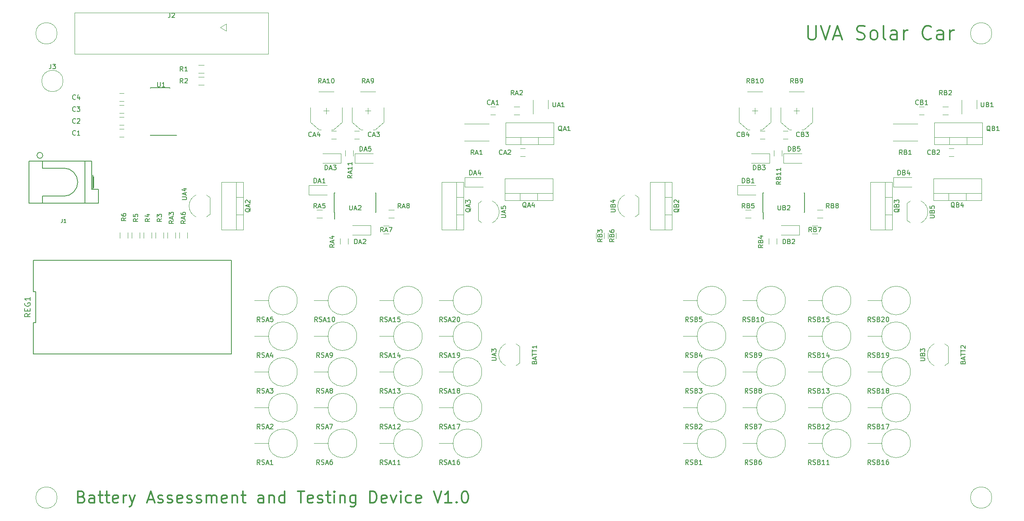
<source format=gbr>
G04 #@! TF.FileFunction,Legend,Top*
%FSLAX46Y46*%
G04 Gerber Fmt 4.6, Leading zero omitted, Abs format (unit mm)*
G04 Created by KiCad (PCBNEW 4.0.7) date 12/19/17 11:06:37*
%MOMM*%
%LPD*%
G01*
G04 APERTURE LIST*
%ADD10C,0.100000*%
%ADD11C,0.300000*%
%ADD12C,0.120000*%
%ADD13C,0.150000*%
%ADD14C,0.203200*%
%ADD15C,0.152400*%
G04 APERTURE END LIST*
D10*
D11*
X68446190Y-142061429D02*
X68803333Y-142180476D01*
X68922381Y-142299524D01*
X69041429Y-142537619D01*
X69041429Y-142894762D01*
X68922381Y-143132857D01*
X68803333Y-143251905D01*
X68565238Y-143370952D01*
X67612857Y-143370952D01*
X67612857Y-140870952D01*
X68446190Y-140870952D01*
X68684286Y-140990000D01*
X68803333Y-141109048D01*
X68922381Y-141347143D01*
X68922381Y-141585238D01*
X68803333Y-141823333D01*
X68684286Y-141942381D01*
X68446190Y-142061429D01*
X67612857Y-142061429D01*
X71184286Y-143370952D02*
X71184286Y-142061429D01*
X71065238Y-141823333D01*
X70827143Y-141704286D01*
X70350952Y-141704286D01*
X70112857Y-141823333D01*
X71184286Y-143251905D02*
X70946190Y-143370952D01*
X70350952Y-143370952D01*
X70112857Y-143251905D01*
X69993809Y-143013810D01*
X69993809Y-142775714D01*
X70112857Y-142537619D01*
X70350952Y-142418571D01*
X70946190Y-142418571D01*
X71184286Y-142299524D01*
X72017619Y-141704286D02*
X72970000Y-141704286D01*
X72374762Y-140870952D02*
X72374762Y-143013810D01*
X72493810Y-143251905D01*
X72731905Y-143370952D01*
X72970000Y-143370952D01*
X73446190Y-141704286D02*
X74398571Y-141704286D01*
X73803333Y-140870952D02*
X73803333Y-143013810D01*
X73922381Y-143251905D01*
X74160476Y-143370952D01*
X74398571Y-143370952D01*
X76184285Y-143251905D02*
X75946190Y-143370952D01*
X75469999Y-143370952D01*
X75231904Y-143251905D01*
X75112856Y-143013810D01*
X75112856Y-142061429D01*
X75231904Y-141823333D01*
X75469999Y-141704286D01*
X75946190Y-141704286D01*
X76184285Y-141823333D01*
X76303333Y-142061429D01*
X76303333Y-142299524D01*
X75112856Y-142537619D01*
X77374761Y-143370952D02*
X77374761Y-141704286D01*
X77374761Y-142180476D02*
X77493809Y-141942381D01*
X77612856Y-141823333D01*
X77850952Y-141704286D01*
X78089047Y-141704286D01*
X78684285Y-141704286D02*
X79279523Y-143370952D01*
X79874761Y-141704286D02*
X79279523Y-143370952D01*
X79041428Y-143966190D01*
X78922380Y-144085238D01*
X78684285Y-144204286D01*
X82612856Y-142656667D02*
X83803333Y-142656667D01*
X82374761Y-143370952D02*
X83208095Y-140870952D01*
X84041428Y-143370952D01*
X84755713Y-143251905D02*
X84993809Y-143370952D01*
X85469999Y-143370952D01*
X85708094Y-143251905D01*
X85827142Y-143013810D01*
X85827142Y-142894762D01*
X85708094Y-142656667D01*
X85469999Y-142537619D01*
X85112856Y-142537619D01*
X84874761Y-142418571D01*
X84755713Y-142180476D01*
X84755713Y-142061429D01*
X84874761Y-141823333D01*
X85112856Y-141704286D01*
X85469999Y-141704286D01*
X85708094Y-141823333D01*
X86779523Y-143251905D02*
X87017619Y-143370952D01*
X87493809Y-143370952D01*
X87731904Y-143251905D01*
X87850952Y-143013810D01*
X87850952Y-142894762D01*
X87731904Y-142656667D01*
X87493809Y-142537619D01*
X87136666Y-142537619D01*
X86898571Y-142418571D01*
X86779523Y-142180476D01*
X86779523Y-142061429D01*
X86898571Y-141823333D01*
X87136666Y-141704286D01*
X87493809Y-141704286D01*
X87731904Y-141823333D01*
X89874762Y-143251905D02*
X89636667Y-143370952D01*
X89160476Y-143370952D01*
X88922381Y-143251905D01*
X88803333Y-143013810D01*
X88803333Y-142061429D01*
X88922381Y-141823333D01*
X89160476Y-141704286D01*
X89636667Y-141704286D01*
X89874762Y-141823333D01*
X89993810Y-142061429D01*
X89993810Y-142299524D01*
X88803333Y-142537619D01*
X90946190Y-143251905D02*
X91184286Y-143370952D01*
X91660476Y-143370952D01*
X91898571Y-143251905D01*
X92017619Y-143013810D01*
X92017619Y-142894762D01*
X91898571Y-142656667D01*
X91660476Y-142537619D01*
X91303333Y-142537619D01*
X91065238Y-142418571D01*
X90946190Y-142180476D01*
X90946190Y-142061429D01*
X91065238Y-141823333D01*
X91303333Y-141704286D01*
X91660476Y-141704286D01*
X91898571Y-141823333D01*
X92970000Y-143251905D02*
X93208096Y-143370952D01*
X93684286Y-143370952D01*
X93922381Y-143251905D01*
X94041429Y-143013810D01*
X94041429Y-142894762D01*
X93922381Y-142656667D01*
X93684286Y-142537619D01*
X93327143Y-142537619D01*
X93089048Y-142418571D01*
X92970000Y-142180476D01*
X92970000Y-142061429D01*
X93089048Y-141823333D01*
X93327143Y-141704286D01*
X93684286Y-141704286D01*
X93922381Y-141823333D01*
X95112858Y-143370952D02*
X95112858Y-141704286D01*
X95112858Y-141942381D02*
X95231906Y-141823333D01*
X95470001Y-141704286D01*
X95827144Y-141704286D01*
X96065239Y-141823333D01*
X96184287Y-142061429D01*
X96184287Y-143370952D01*
X96184287Y-142061429D02*
X96303334Y-141823333D01*
X96541430Y-141704286D01*
X96898572Y-141704286D01*
X97136668Y-141823333D01*
X97255715Y-142061429D01*
X97255715Y-143370952D01*
X99398572Y-143251905D02*
X99160477Y-143370952D01*
X98684286Y-143370952D01*
X98446191Y-143251905D01*
X98327143Y-143013810D01*
X98327143Y-142061429D01*
X98446191Y-141823333D01*
X98684286Y-141704286D01*
X99160477Y-141704286D01*
X99398572Y-141823333D01*
X99517620Y-142061429D01*
X99517620Y-142299524D01*
X98327143Y-142537619D01*
X100589048Y-141704286D02*
X100589048Y-143370952D01*
X100589048Y-141942381D02*
X100708096Y-141823333D01*
X100946191Y-141704286D01*
X101303334Y-141704286D01*
X101541429Y-141823333D01*
X101660477Y-142061429D01*
X101660477Y-143370952D01*
X102493810Y-141704286D02*
X103446191Y-141704286D01*
X102850953Y-140870952D02*
X102850953Y-143013810D01*
X102970001Y-143251905D01*
X103208096Y-143370952D01*
X103446191Y-143370952D01*
X107255715Y-143370952D02*
X107255715Y-142061429D01*
X107136667Y-141823333D01*
X106898572Y-141704286D01*
X106422381Y-141704286D01*
X106184286Y-141823333D01*
X107255715Y-143251905D02*
X107017619Y-143370952D01*
X106422381Y-143370952D01*
X106184286Y-143251905D01*
X106065238Y-143013810D01*
X106065238Y-142775714D01*
X106184286Y-142537619D01*
X106422381Y-142418571D01*
X107017619Y-142418571D01*
X107255715Y-142299524D01*
X108446191Y-141704286D02*
X108446191Y-143370952D01*
X108446191Y-141942381D02*
X108565239Y-141823333D01*
X108803334Y-141704286D01*
X109160477Y-141704286D01*
X109398572Y-141823333D01*
X109517620Y-142061429D01*
X109517620Y-143370952D01*
X111779525Y-143370952D02*
X111779525Y-140870952D01*
X111779525Y-143251905D02*
X111541429Y-143370952D01*
X111065239Y-143370952D01*
X110827144Y-143251905D01*
X110708096Y-143132857D01*
X110589048Y-142894762D01*
X110589048Y-142180476D01*
X110708096Y-141942381D01*
X110827144Y-141823333D01*
X111065239Y-141704286D01*
X111541429Y-141704286D01*
X111779525Y-141823333D01*
X114517620Y-140870952D02*
X115946192Y-140870952D01*
X115231906Y-143370952D02*
X115231906Y-140870952D01*
X117731906Y-143251905D02*
X117493811Y-143370952D01*
X117017620Y-143370952D01*
X116779525Y-143251905D01*
X116660477Y-143013810D01*
X116660477Y-142061429D01*
X116779525Y-141823333D01*
X117017620Y-141704286D01*
X117493811Y-141704286D01*
X117731906Y-141823333D01*
X117850954Y-142061429D01*
X117850954Y-142299524D01*
X116660477Y-142537619D01*
X118803334Y-143251905D02*
X119041430Y-143370952D01*
X119517620Y-143370952D01*
X119755715Y-143251905D01*
X119874763Y-143013810D01*
X119874763Y-142894762D01*
X119755715Y-142656667D01*
X119517620Y-142537619D01*
X119160477Y-142537619D01*
X118922382Y-142418571D01*
X118803334Y-142180476D01*
X118803334Y-142061429D01*
X118922382Y-141823333D01*
X119160477Y-141704286D01*
X119517620Y-141704286D01*
X119755715Y-141823333D01*
X120589049Y-141704286D02*
X121541430Y-141704286D01*
X120946192Y-140870952D02*
X120946192Y-143013810D01*
X121065240Y-143251905D01*
X121303335Y-143370952D01*
X121541430Y-143370952D01*
X122374763Y-143370952D02*
X122374763Y-141704286D01*
X122374763Y-140870952D02*
X122255715Y-140990000D01*
X122374763Y-141109048D01*
X122493811Y-140990000D01*
X122374763Y-140870952D01*
X122374763Y-141109048D01*
X123565239Y-141704286D02*
X123565239Y-143370952D01*
X123565239Y-141942381D02*
X123684287Y-141823333D01*
X123922382Y-141704286D01*
X124279525Y-141704286D01*
X124517620Y-141823333D01*
X124636668Y-142061429D01*
X124636668Y-143370952D01*
X126898573Y-141704286D02*
X126898573Y-143728095D01*
X126779525Y-143966190D01*
X126660477Y-144085238D01*
X126422382Y-144204286D01*
X126065239Y-144204286D01*
X125827144Y-144085238D01*
X126898573Y-143251905D02*
X126660477Y-143370952D01*
X126184287Y-143370952D01*
X125946192Y-143251905D01*
X125827144Y-143132857D01*
X125708096Y-142894762D01*
X125708096Y-142180476D01*
X125827144Y-141942381D01*
X125946192Y-141823333D01*
X126184287Y-141704286D01*
X126660477Y-141704286D01*
X126898573Y-141823333D01*
X129993811Y-143370952D02*
X129993811Y-140870952D01*
X130589049Y-140870952D01*
X130946192Y-140990000D01*
X131184287Y-141228095D01*
X131303335Y-141466190D01*
X131422383Y-141942381D01*
X131422383Y-142299524D01*
X131303335Y-142775714D01*
X131184287Y-143013810D01*
X130946192Y-143251905D01*
X130589049Y-143370952D01*
X129993811Y-143370952D01*
X133446192Y-143251905D02*
X133208097Y-143370952D01*
X132731906Y-143370952D01*
X132493811Y-143251905D01*
X132374763Y-143013810D01*
X132374763Y-142061429D01*
X132493811Y-141823333D01*
X132731906Y-141704286D01*
X133208097Y-141704286D01*
X133446192Y-141823333D01*
X133565240Y-142061429D01*
X133565240Y-142299524D01*
X132374763Y-142537619D01*
X134398573Y-141704286D02*
X134993811Y-143370952D01*
X135589049Y-141704286D01*
X136541430Y-143370952D02*
X136541430Y-141704286D01*
X136541430Y-140870952D02*
X136422382Y-140990000D01*
X136541430Y-141109048D01*
X136660478Y-140990000D01*
X136541430Y-140870952D01*
X136541430Y-141109048D01*
X138803335Y-143251905D02*
X138565239Y-143370952D01*
X138089049Y-143370952D01*
X137850954Y-143251905D01*
X137731906Y-143132857D01*
X137612858Y-142894762D01*
X137612858Y-142180476D01*
X137731906Y-141942381D01*
X137850954Y-141823333D01*
X138089049Y-141704286D01*
X138565239Y-141704286D01*
X138803335Y-141823333D01*
X140827144Y-143251905D02*
X140589049Y-143370952D01*
X140112858Y-143370952D01*
X139874763Y-143251905D01*
X139755715Y-143013810D01*
X139755715Y-142061429D01*
X139874763Y-141823333D01*
X140112858Y-141704286D01*
X140589049Y-141704286D01*
X140827144Y-141823333D01*
X140946192Y-142061429D01*
X140946192Y-142299524D01*
X139755715Y-142537619D01*
X143565239Y-140870952D02*
X144398573Y-143370952D01*
X145231906Y-140870952D01*
X147374763Y-143370952D02*
X145946191Y-143370952D01*
X146660477Y-143370952D02*
X146660477Y-140870952D01*
X146422382Y-141228095D01*
X146184287Y-141466190D01*
X145946191Y-141585238D01*
X148446191Y-143132857D02*
X148565239Y-143251905D01*
X148446191Y-143370952D01*
X148327143Y-143251905D01*
X148446191Y-143132857D01*
X148446191Y-143370952D01*
X150112858Y-140870952D02*
X150350953Y-140870952D01*
X150589048Y-140990000D01*
X150708096Y-141109048D01*
X150827143Y-141347143D01*
X150946191Y-141823333D01*
X150946191Y-142418571D01*
X150827143Y-142894762D01*
X150708096Y-143132857D01*
X150589048Y-143251905D01*
X150350953Y-143370952D01*
X150112858Y-143370952D01*
X149874762Y-143251905D01*
X149755715Y-143132857D01*
X149636667Y-142894762D01*
X149517619Y-142418571D01*
X149517619Y-141823333D01*
X149636667Y-141347143D01*
X149755715Y-141109048D01*
X149874762Y-140990000D01*
X150112858Y-140870952D01*
X223402857Y-41537143D02*
X223402857Y-43965714D01*
X223545714Y-44251429D01*
X223688571Y-44394286D01*
X223974285Y-44537143D01*
X224545714Y-44537143D01*
X224831428Y-44394286D01*
X224974285Y-44251429D01*
X225117142Y-43965714D01*
X225117142Y-41537143D01*
X226117142Y-41537143D02*
X227117142Y-44537143D01*
X228117142Y-41537143D01*
X228974286Y-43680000D02*
X230402857Y-43680000D01*
X228688571Y-44537143D02*
X229688571Y-41537143D01*
X230688571Y-44537143D01*
X233831429Y-44394286D02*
X234260000Y-44537143D01*
X234974286Y-44537143D01*
X235260000Y-44394286D01*
X235402857Y-44251429D01*
X235545714Y-43965714D01*
X235545714Y-43680000D01*
X235402857Y-43394286D01*
X235260000Y-43251429D01*
X234974286Y-43108571D01*
X234402857Y-42965714D01*
X234117143Y-42822857D01*
X233974286Y-42680000D01*
X233831429Y-42394286D01*
X233831429Y-42108571D01*
X233974286Y-41822857D01*
X234117143Y-41680000D01*
X234402857Y-41537143D01*
X235117143Y-41537143D01*
X235545714Y-41680000D01*
X237260000Y-44537143D02*
X236974286Y-44394286D01*
X236831429Y-44251429D01*
X236688572Y-43965714D01*
X236688572Y-43108571D01*
X236831429Y-42822857D01*
X236974286Y-42680000D01*
X237260000Y-42537143D01*
X237688572Y-42537143D01*
X237974286Y-42680000D01*
X238117143Y-42822857D01*
X238260000Y-43108571D01*
X238260000Y-43965714D01*
X238117143Y-44251429D01*
X237974286Y-44394286D01*
X237688572Y-44537143D01*
X237260000Y-44537143D01*
X239974286Y-44537143D02*
X239688572Y-44394286D01*
X239545715Y-44108571D01*
X239545715Y-41537143D01*
X242402858Y-44537143D02*
X242402858Y-42965714D01*
X242260001Y-42680000D01*
X241974287Y-42537143D01*
X241402858Y-42537143D01*
X241117144Y-42680000D01*
X242402858Y-44394286D02*
X242117144Y-44537143D01*
X241402858Y-44537143D01*
X241117144Y-44394286D01*
X240974287Y-44108571D01*
X240974287Y-43822857D01*
X241117144Y-43537143D01*
X241402858Y-43394286D01*
X242117144Y-43394286D01*
X242402858Y-43251429D01*
X243831430Y-44537143D02*
X243831430Y-42537143D01*
X243831430Y-43108571D02*
X243974287Y-42822857D01*
X244117144Y-42680000D01*
X244402858Y-42537143D01*
X244688573Y-42537143D01*
X249688572Y-44251429D02*
X249545715Y-44394286D01*
X249117144Y-44537143D01*
X248831430Y-44537143D01*
X248402858Y-44394286D01*
X248117144Y-44108571D01*
X247974287Y-43822857D01*
X247831430Y-43251429D01*
X247831430Y-42822857D01*
X247974287Y-42251429D01*
X248117144Y-41965714D01*
X248402858Y-41680000D01*
X248831430Y-41537143D01*
X249117144Y-41537143D01*
X249545715Y-41680000D01*
X249688572Y-41822857D01*
X252260001Y-44537143D02*
X252260001Y-42965714D01*
X252117144Y-42680000D01*
X251831430Y-42537143D01*
X251260001Y-42537143D01*
X250974287Y-42680000D01*
X252260001Y-44394286D02*
X251974287Y-44537143D01*
X251260001Y-44537143D01*
X250974287Y-44394286D01*
X250831430Y-44108571D01*
X250831430Y-43822857D01*
X250974287Y-43537143D01*
X251260001Y-43394286D01*
X251974287Y-43394286D01*
X252260001Y-43251429D01*
X253688573Y-44537143D02*
X253688573Y-42537143D01*
X253688573Y-43108571D02*
X253831430Y-42822857D01*
X253974287Y-42680000D01*
X254260001Y-42537143D01*
X254545716Y-42537143D01*
D12*
X262636000Y-43180000D02*
G75*
G03X262636000Y-43180000I-2286000J0D01*
G01*
X262636000Y-142240000D02*
G75*
G03X262636000Y-142240000I-2286000J0D01*
G01*
X63246000Y-43180000D02*
G75*
G03X63246000Y-43180000I-2286000J0D01*
G01*
X248150000Y-58840000D02*
X247150000Y-58840000D01*
X247150000Y-60540000D02*
X248150000Y-60540000D01*
X244530000Y-79480000D02*
X244530000Y-83080000D01*
X245257205Y-78955816D02*
G75*
G03X244530000Y-79480000I1122795J-2324184D01*
G01*
X247478807Y-78923600D02*
G75*
G02X248980000Y-81280000I-1098807J-2356400D01*
G01*
X247478807Y-83636400D02*
G75*
G03X248980000Y-81280000I-1098807J2356400D01*
G01*
X245257205Y-83604184D02*
G75*
G02X244530000Y-83080000I1122795J2324184D01*
G01*
X241380000Y-74890000D02*
X241380000Y-85130000D01*
X236739000Y-74890000D02*
X236739000Y-85130000D01*
X241380000Y-74890000D02*
X236739000Y-74890000D01*
X241380000Y-85130000D02*
X236739000Y-85130000D01*
X239870000Y-74890000D02*
X239870000Y-85130000D01*
X241380000Y-78160000D02*
X239870000Y-78160000D01*
X241380000Y-81861000D02*
X239870000Y-81861000D01*
X245270117Y-100181117D02*
G75*
G03X245270117Y-100181117I-3060000J0D01*
G01*
X239150117Y-100181117D02*
X236090117Y-100181117D01*
X245270117Y-107801117D02*
G75*
G03X245270117Y-107801117I-3060000J0D01*
G01*
X239150117Y-107801117D02*
X236090117Y-107801117D01*
X232570117Y-115421117D02*
G75*
G03X232570117Y-115421117I-3060000J0D01*
G01*
X226450117Y-115421117D02*
X223390117Y-115421117D01*
X232570117Y-107801117D02*
G75*
G03X232570117Y-107801117I-3060000J0D01*
G01*
X226450117Y-107801117D02*
X223390117Y-107801117D01*
X232570117Y-123041117D02*
G75*
G03X232570117Y-123041117I-3060000J0D01*
G01*
X226450117Y-123041117D02*
X223390117Y-123041117D01*
X232570117Y-130661117D02*
G75*
G03X232570117Y-130661117I-3060000J0D01*
G01*
X226450117Y-130661117D02*
X223390117Y-130661117D01*
X232570117Y-100181117D02*
G75*
G03X232570117Y-100181117I-3060000J0D01*
G01*
X226450117Y-100181117D02*
X223390117Y-100181117D01*
X253310000Y-113560000D02*
X253310000Y-109960000D01*
X252582795Y-114084184D02*
G75*
G03X253310000Y-113560000I-1122795J2324184D01*
G01*
X250361193Y-114116400D02*
G75*
G02X248860000Y-111760000I1098807J2356400D01*
G01*
X250361193Y-109403600D02*
G75*
G03X248860000Y-111760000I1098807J-2356400D01*
G01*
X252582795Y-109435816D02*
G75*
G02X253310000Y-109960000I-1122795J-2324184D01*
G01*
X245270117Y-123041117D02*
G75*
G03X245270117Y-123041117I-3060000J0D01*
G01*
X239150117Y-123041117D02*
X236090117Y-123041117D01*
X245270117Y-130661117D02*
G75*
G03X245270117Y-130661117I-3060000J0D01*
G01*
X239150117Y-130661117D02*
X236090117Y-130661117D01*
X245270117Y-115421117D02*
G75*
G03X245270117Y-115421117I-3060000J0D01*
G01*
X239150117Y-115421117D02*
X236090117Y-115421117D01*
X218107005Y-65689151D02*
X219107005Y-65689151D01*
X219107005Y-63989151D02*
X218107005Y-63989151D01*
X218168546Y-68850000D02*
X218168546Y-70850000D01*
X218168546Y-70850000D02*
X222068546Y-70850000D01*
X218168546Y-68850000D02*
X222068546Y-68850000D01*
X221547429Y-86159151D02*
X221547429Y-84159151D01*
X221547429Y-84159151D02*
X217647429Y-84159151D01*
X221547429Y-86159151D02*
X217647429Y-86159151D01*
X225358546Y-80829034D02*
X226558546Y-80829034D01*
X226558546Y-82589034D02*
X225358546Y-82589034D01*
D13*
X213808546Y-81404034D02*
X213833546Y-81404034D01*
X213808546Y-77254034D02*
X213923546Y-77254034D01*
X222708546Y-77254034D02*
X222593546Y-77254034D01*
X222708546Y-81404034D02*
X222593546Y-81404034D01*
X213808546Y-81404034D02*
X213808546Y-77254034D01*
X222708546Y-81404034D02*
X222708546Y-77254034D01*
X213833546Y-81404034D02*
X213833546Y-82779034D01*
D12*
X220380000Y-59730000D02*
X221580000Y-59730000D01*
X220980000Y-60330000D02*
X220980000Y-59130000D01*
X222080000Y-63730000D02*
X222480000Y-63730000D01*
X222480000Y-63730000D02*
X224380000Y-62130000D01*
X224380000Y-62130000D02*
X224380000Y-59030000D01*
X219880000Y-63730000D02*
X219480000Y-63730000D01*
X219480000Y-63730000D02*
X217580000Y-62130000D01*
X217580000Y-62130000D02*
X217580000Y-59030000D01*
X220980000Y-55630000D02*
X222580000Y-55630000D01*
X220980000Y-55630000D02*
X219380000Y-55630000D01*
X216780000Y-86950000D02*
X216780000Y-88150000D01*
X215020000Y-88150000D02*
X215020000Y-86950000D01*
X224270000Y-84210000D02*
X225470000Y-84210000D01*
X225470000Y-85970000D02*
X224270000Y-85970000D01*
X218600117Y-130661117D02*
G75*
G03X218600117Y-130661117I-3060000J0D01*
G01*
X212480117Y-130661117D02*
X209420117Y-130661117D01*
X205900117Y-123041117D02*
G75*
G03X205900117Y-123041117I-3060000J0D01*
G01*
X199780117Y-123041117D02*
X196720117Y-123041117D01*
X218600117Y-123041117D02*
G75*
G03X218600117Y-123041117I-3060000J0D01*
G01*
X212480117Y-123041117D02*
X209420117Y-123041117D01*
X205900117Y-130661117D02*
G75*
G03X205900117Y-130661117I-3060000J0D01*
G01*
X199780117Y-130661117D02*
X196720117Y-130661117D01*
X241590000Y-73930000D02*
X241590000Y-75930000D01*
X241590000Y-75930000D02*
X245490000Y-75930000D01*
X241590000Y-73930000D02*
X245490000Y-73930000D01*
X252130000Y-58810000D02*
X253330000Y-58810000D01*
X253330000Y-60570000D02*
X252130000Y-60570000D01*
X260390000Y-78820000D02*
X250150000Y-78820000D01*
X260390000Y-74179000D02*
X250150000Y-74179000D01*
X260390000Y-78820000D02*
X260390000Y-74179000D01*
X250150000Y-78820000D02*
X250150000Y-74179000D01*
X260390000Y-77310000D02*
X250150000Y-77310000D01*
X257120000Y-78820000D02*
X257120000Y-77310000D01*
X253419000Y-78820000D02*
X253419000Y-77310000D01*
X259420000Y-59240000D02*
X259420000Y-57440000D01*
X256200000Y-57440000D02*
X256200000Y-60390000D01*
X253520000Y-69430000D02*
X254520000Y-69430000D01*
X254520000Y-67730000D02*
X253520000Y-67730000D01*
X260577114Y-66898790D02*
X250337114Y-66898790D01*
X260577114Y-62257790D02*
X250337114Y-62257790D01*
X260577114Y-66898790D02*
X260577114Y-62257790D01*
X250337114Y-66898790D02*
X250337114Y-62257790D01*
X260577114Y-65388790D02*
X250337114Y-65388790D01*
X257307114Y-66898790D02*
X257307114Y-65388790D01*
X253606114Y-66898790D02*
X253606114Y-65388790D01*
X246767114Y-66098790D02*
X241567114Y-66098790D01*
X241567114Y-62458790D02*
X246767114Y-62458790D01*
X205900117Y-115421117D02*
G75*
G03X205900117Y-115421117I-3060000J0D01*
G01*
X199780117Y-115421117D02*
X196720117Y-115421117D01*
X218600117Y-107801117D02*
G75*
G03X218600117Y-107801117I-3060000J0D01*
G01*
X212480117Y-107801117D02*
X209420117Y-107801117D01*
X205900117Y-107801117D02*
G75*
G03X205900117Y-107801117I-3060000J0D01*
G01*
X199780117Y-107801117D02*
X196720117Y-107801117D01*
X218600117Y-115421117D02*
G75*
G03X218600117Y-115421117I-3060000J0D01*
G01*
X212480117Y-115421117D02*
X209420117Y-115421117D01*
X205900117Y-100181117D02*
G75*
G03X205900117Y-100181117I-3060000J0D01*
G01*
X199780117Y-100181117D02*
X196720117Y-100181117D01*
X218600117Y-100181117D02*
G75*
G03X218600117Y-100181117I-3060000J0D01*
G01*
X212480117Y-100181117D02*
X209420117Y-100181117D01*
X211490000Y-59730000D02*
X212690000Y-59730000D01*
X212090000Y-60330000D02*
X212090000Y-59130000D01*
X213190000Y-63730000D02*
X213590000Y-63730000D01*
X213590000Y-63730000D02*
X215490000Y-62130000D01*
X215490000Y-62130000D02*
X215490000Y-59030000D01*
X210990000Y-63730000D02*
X210590000Y-63730000D01*
X210590000Y-63730000D02*
X208690000Y-62130000D01*
X208690000Y-62130000D02*
X208690000Y-59030000D01*
X212090000Y-55630000D02*
X213690000Y-55630000D01*
X212090000Y-55630000D02*
X210490000Y-55630000D01*
X211238546Y-82589034D02*
X210038546Y-82589034D01*
X210038546Y-80829034D02*
X211238546Y-80829034D01*
X214173845Y-63989151D02*
X213173845Y-63989151D01*
X213173845Y-65689151D02*
X214173845Y-65689151D01*
X216108546Y-69370000D02*
X216108546Y-68170000D01*
X217868546Y-68170000D02*
X217868546Y-69370000D01*
X215230000Y-70850000D02*
X215230000Y-68850000D01*
X215230000Y-68850000D02*
X211330000Y-68850000D01*
X215230000Y-70850000D02*
X211330000Y-70850000D01*
X208388546Y-75629034D02*
X208388546Y-77629034D01*
X208388546Y-77629034D02*
X212288546Y-77629034D01*
X208388546Y-75629034D02*
X212288546Y-75629034D01*
X194390000Y-74890000D02*
X194390000Y-85130000D01*
X189749000Y-74890000D02*
X189749000Y-85130000D01*
X194390000Y-74890000D02*
X189749000Y-74890000D01*
X194390000Y-85130000D02*
X189749000Y-85130000D01*
X192880000Y-74890000D02*
X192880000Y-85130000D01*
X194390000Y-78160000D02*
X192880000Y-78160000D01*
X194390000Y-81861000D02*
X192880000Y-81861000D01*
X187270000Y-81810000D02*
X187270000Y-78210000D01*
X186542795Y-82334184D02*
G75*
G03X187270000Y-81810000I-1122795J2324184D01*
G01*
X184321193Y-82366400D02*
G75*
G02X182820000Y-80010000I1098807J2356400D01*
G01*
X184321193Y-77653600D02*
G75*
G03X182820000Y-80010000I1098807J-2356400D01*
G01*
X186542795Y-77685816D02*
G75*
G02X187270000Y-78210000I-1122795J-2324184D01*
G01*
X150150000Y-73930000D02*
X150150000Y-75930000D01*
X150150000Y-75930000D02*
X154050000Y-75930000D01*
X150150000Y-73930000D02*
X154050000Y-73930000D01*
X98040000Y-41910000D02*
X99310000Y-42670000D01*
X99310000Y-42670000D02*
X99310000Y-41150000D01*
X99310000Y-41150000D02*
X98040000Y-41910000D01*
X108260000Y-47620000D02*
X67000000Y-47620000D01*
X108260000Y-47620000D02*
X108260000Y-38740000D01*
X67000000Y-38740000D02*
X67000000Y-47620000D01*
X67000000Y-38740000D02*
X108260000Y-38740000D01*
X76494100Y-65306282D02*
X77494100Y-65306282D01*
X77494100Y-63606282D02*
X76494100Y-63606282D01*
X76494100Y-62766282D02*
X77494100Y-62766282D01*
X77494100Y-61066282D02*
X76494100Y-61066282D01*
X77494100Y-58526282D02*
X76494100Y-58526282D01*
X76494100Y-60226282D02*
X77494100Y-60226282D01*
X77494100Y-55986282D02*
X76494100Y-55986282D01*
X76494100Y-57686282D02*
X77494100Y-57686282D01*
X156710000Y-58840000D02*
X155710000Y-58840000D01*
X155710000Y-60540000D02*
X156710000Y-60540000D01*
X162080000Y-69430000D02*
X163080000Y-69430000D01*
X163080000Y-67730000D02*
X162080000Y-67730000D01*
X126667005Y-65689151D02*
X127667005Y-65689151D01*
X127667005Y-63989151D02*
X126667005Y-63989151D01*
X122733845Y-63989151D02*
X121733845Y-63989151D01*
X121733845Y-65689151D02*
X122733845Y-65689151D01*
X116948546Y-75629034D02*
X116948546Y-77629034D01*
X116948546Y-77629034D02*
X120848546Y-77629034D01*
X116948546Y-75629034D02*
X120848546Y-75629034D01*
X130107429Y-86159151D02*
X130107429Y-84159151D01*
X130107429Y-84159151D02*
X126207429Y-84159151D01*
X130107429Y-86159151D02*
X126207429Y-86159151D01*
X123790000Y-70850000D02*
X123790000Y-68850000D01*
X123790000Y-68850000D02*
X119890000Y-68850000D01*
X123790000Y-70850000D02*
X119890000Y-70850000D01*
X126728546Y-68850000D02*
X126728546Y-70850000D01*
X126728546Y-70850000D02*
X130628546Y-70850000D01*
X126728546Y-68850000D02*
X130628546Y-68850000D01*
X169137114Y-66898790D02*
X158897114Y-66898790D01*
X169137114Y-62257790D02*
X158897114Y-62257790D01*
X169137114Y-66898790D02*
X169137114Y-62257790D01*
X158897114Y-66898790D02*
X158897114Y-62257790D01*
X169137114Y-65388790D02*
X158897114Y-65388790D01*
X165867114Y-66898790D02*
X165867114Y-65388790D01*
X162166114Y-66898790D02*
X162166114Y-65388790D01*
X102950000Y-74890000D02*
X102950000Y-85130000D01*
X98309000Y-74890000D02*
X98309000Y-85130000D01*
X102950000Y-74890000D02*
X98309000Y-74890000D01*
X102950000Y-85130000D02*
X98309000Y-85130000D01*
X101440000Y-74890000D02*
X101440000Y-85130000D01*
X102950000Y-78160000D02*
X101440000Y-78160000D01*
X102950000Y-81861000D02*
X101440000Y-81861000D01*
X149940000Y-74890000D02*
X149940000Y-85130000D01*
X145299000Y-74890000D02*
X145299000Y-85130000D01*
X149940000Y-74890000D02*
X145299000Y-74890000D01*
X149940000Y-85130000D02*
X145299000Y-85130000D01*
X148430000Y-74890000D02*
X148430000Y-85130000D01*
X149940000Y-78160000D02*
X148430000Y-78160000D01*
X149940000Y-81861000D02*
X148430000Y-81861000D01*
X168950000Y-78820000D02*
X158710000Y-78820000D01*
X168950000Y-74179000D02*
X158710000Y-74179000D01*
X168950000Y-78820000D02*
X168950000Y-74179000D01*
X158710000Y-78820000D02*
X158710000Y-74179000D01*
X168950000Y-77310000D02*
X158710000Y-77310000D01*
X165680000Y-78820000D02*
X165680000Y-77310000D01*
X161979000Y-78820000D02*
X161979000Y-77310000D01*
X94580000Y-51680000D02*
X93380000Y-51680000D01*
X93380000Y-49920000D02*
X94580000Y-49920000D01*
X94580000Y-54220000D02*
X93380000Y-54220000D01*
X93380000Y-52460000D02*
X94580000Y-52460000D01*
X155327114Y-66098790D02*
X150127114Y-66098790D01*
X150127114Y-62458790D02*
X155327114Y-62458790D01*
X160690000Y-58810000D02*
X161890000Y-58810000D01*
X161890000Y-60570000D02*
X160690000Y-60570000D01*
X86750000Y-86880000D02*
X86750000Y-85680000D01*
X88510000Y-85680000D02*
X88510000Y-86880000D01*
X125340000Y-86950000D02*
X125340000Y-88150000D01*
X123580000Y-88150000D02*
X123580000Y-86950000D01*
X119798546Y-82589034D02*
X118598546Y-82589034D01*
X118598546Y-80829034D02*
X119798546Y-80829034D01*
X89290000Y-86880000D02*
X89290000Y-85680000D01*
X91050000Y-85680000D02*
X91050000Y-86880000D01*
X132830000Y-84210000D02*
X134030000Y-84210000D01*
X134030000Y-85970000D02*
X132830000Y-85970000D01*
X133918546Y-80829034D02*
X135118546Y-80829034D01*
X135118546Y-82589034D02*
X133918546Y-82589034D01*
X124668546Y-69370000D02*
X124668546Y-68170000D01*
X126428546Y-68170000D02*
X126428546Y-69370000D01*
X114460117Y-130661117D02*
G75*
G03X114460117Y-130661117I-3060000J0D01*
G01*
X108340117Y-130661117D02*
X105280117Y-130661117D01*
X114460117Y-123041117D02*
G75*
G03X114460117Y-123041117I-3060000J0D01*
G01*
X108340117Y-123041117D02*
X105280117Y-123041117D01*
X114460117Y-115421117D02*
G75*
G03X114460117Y-115421117I-3060000J0D01*
G01*
X108340117Y-115421117D02*
X105280117Y-115421117D01*
X114460117Y-107801117D02*
G75*
G03X114460117Y-107801117I-3060000J0D01*
G01*
X108340117Y-107801117D02*
X105280117Y-107801117D01*
X114460117Y-100181117D02*
G75*
G03X114460117Y-100181117I-3060000J0D01*
G01*
X108340117Y-100181117D02*
X105280117Y-100181117D01*
X127160117Y-130661117D02*
G75*
G03X127160117Y-130661117I-3060000J0D01*
G01*
X121040117Y-130661117D02*
X117980117Y-130661117D01*
X127160117Y-123041117D02*
G75*
G03X127160117Y-123041117I-3060000J0D01*
G01*
X121040117Y-123041117D02*
X117980117Y-123041117D01*
X127160117Y-115421117D02*
G75*
G03X127160117Y-115421117I-3060000J0D01*
G01*
X121040117Y-115421117D02*
X117980117Y-115421117D01*
X127160117Y-107801117D02*
G75*
G03X127160117Y-107801117I-3060000J0D01*
G01*
X121040117Y-107801117D02*
X117980117Y-107801117D01*
X127160117Y-100181117D02*
G75*
G03X127160117Y-100181117I-3060000J0D01*
G01*
X121040117Y-100181117D02*
X117980117Y-100181117D01*
X141130117Y-130661117D02*
G75*
G03X141130117Y-130661117I-3060000J0D01*
G01*
X135010117Y-130661117D02*
X131950117Y-130661117D01*
X141130117Y-123041117D02*
G75*
G03X141130117Y-123041117I-3060000J0D01*
G01*
X135010117Y-123041117D02*
X131950117Y-123041117D01*
X141130117Y-115421117D02*
G75*
G03X141130117Y-115421117I-3060000J0D01*
G01*
X135010117Y-115421117D02*
X131950117Y-115421117D01*
X141130117Y-107801117D02*
G75*
G03X141130117Y-107801117I-3060000J0D01*
G01*
X135010117Y-107801117D02*
X131950117Y-107801117D01*
X141130117Y-100181117D02*
G75*
G03X141130117Y-100181117I-3060000J0D01*
G01*
X135010117Y-100181117D02*
X131950117Y-100181117D01*
X153830117Y-130661117D02*
G75*
G03X153830117Y-130661117I-3060000J0D01*
G01*
X147710117Y-130661117D02*
X144650117Y-130661117D01*
X153830117Y-123041117D02*
G75*
G03X153830117Y-123041117I-3060000J0D01*
G01*
X147710117Y-123041117D02*
X144650117Y-123041117D01*
X153830117Y-115421117D02*
G75*
G03X153830117Y-115421117I-3060000J0D01*
G01*
X147710117Y-115421117D02*
X144650117Y-115421117D01*
X153830117Y-107801117D02*
G75*
G03X153830117Y-107801117I-3060000J0D01*
G01*
X147710117Y-107801117D02*
X144650117Y-107801117D01*
X153830117Y-100181117D02*
G75*
G03X153830117Y-100181117I-3060000J0D01*
G01*
X147710117Y-100181117D02*
X144650117Y-100181117D01*
X167980000Y-59240000D02*
X167980000Y-57440000D01*
X164760000Y-57440000D02*
X164760000Y-60390000D01*
D13*
X122368546Y-81404034D02*
X122393546Y-81404034D01*
X122368546Y-77254034D02*
X122483546Y-77254034D01*
X131268546Y-77254034D02*
X131153546Y-77254034D01*
X131268546Y-81404034D02*
X131153546Y-81404034D01*
X122368546Y-81404034D02*
X122368546Y-77254034D01*
X131268546Y-81404034D02*
X131268546Y-77254034D01*
X122393546Y-81404034D02*
X122393546Y-82779034D01*
D12*
X161870000Y-113560000D02*
X161870000Y-109960000D01*
X161142795Y-114084184D02*
G75*
G03X161870000Y-113560000I-1122795J2324184D01*
G01*
X158921193Y-114116400D02*
G75*
G02X157420000Y-111760000I1098807J2356400D01*
G01*
X158921193Y-109403600D02*
G75*
G03X157420000Y-111760000I1098807J-2356400D01*
G01*
X161142795Y-109435816D02*
G75*
G02X161870000Y-109960000I-1122795J-2324184D01*
G01*
X95830000Y-81810000D02*
X95830000Y-78210000D01*
X95102795Y-82334184D02*
G75*
G03X95830000Y-81810000I-1122795J2324184D01*
G01*
X92881193Y-82366400D02*
G75*
G02X91380000Y-80010000I1098807J2356400D01*
G01*
X92881193Y-77653600D02*
G75*
G03X91380000Y-80010000I1098807J-2356400D01*
G01*
X95102795Y-77685816D02*
G75*
G02X95830000Y-78210000I-1122795J-2324184D01*
G01*
X153090000Y-79480000D02*
X153090000Y-83080000D01*
X153817205Y-78955816D02*
G75*
G03X153090000Y-79480000I1122795J-2324184D01*
G01*
X156038807Y-78923600D02*
G75*
G02X157540000Y-81280000I-1098807J-2356400D01*
G01*
X156038807Y-83636400D02*
G75*
G03X157540000Y-81280000I-1098807J2356400D01*
G01*
X153817205Y-83604184D02*
G75*
G02X153090000Y-83080000I1122795J2324184D01*
G01*
D13*
X87318718Y-64924100D02*
X87318718Y-64899100D01*
X83168718Y-64924100D02*
X83168718Y-64819100D01*
X83168718Y-54774100D02*
X83168718Y-54879100D01*
X87318718Y-54774100D02*
X87318718Y-54879100D01*
X87318718Y-64924100D02*
X83168718Y-64924100D01*
X87318718Y-54774100D02*
X83168718Y-54774100D01*
X87318718Y-64899100D02*
X88693718Y-64899100D01*
D12*
X120050000Y-59730000D02*
X121250000Y-59730000D01*
X120650000Y-60330000D02*
X120650000Y-59130000D01*
X121750000Y-63730000D02*
X122150000Y-63730000D01*
X122150000Y-63730000D02*
X124050000Y-62130000D01*
X124050000Y-62130000D02*
X124050000Y-59030000D01*
X119550000Y-63730000D02*
X119150000Y-63730000D01*
X119150000Y-63730000D02*
X117250000Y-62130000D01*
X117250000Y-62130000D02*
X117250000Y-59030000D01*
X120650000Y-55630000D02*
X122250000Y-55630000D01*
X120650000Y-55630000D02*
X119050000Y-55630000D01*
X128940000Y-59730000D02*
X130140000Y-59730000D01*
X129540000Y-60330000D02*
X129540000Y-59130000D01*
X130640000Y-63730000D02*
X131040000Y-63730000D01*
X131040000Y-63730000D02*
X132940000Y-62130000D01*
X132940000Y-62130000D02*
X132940000Y-59030000D01*
X128440000Y-63730000D02*
X128040000Y-63730000D01*
X128040000Y-63730000D02*
X126140000Y-62130000D01*
X126140000Y-62130000D02*
X126140000Y-59030000D01*
X129540000Y-55630000D02*
X131140000Y-55630000D01*
X129540000Y-55630000D02*
X127940000Y-55630000D01*
X84210000Y-86880000D02*
X84210000Y-85680000D01*
X85970000Y-85680000D02*
X85970000Y-86880000D01*
X81670000Y-86880000D02*
X81670000Y-85680000D01*
X83430000Y-85680000D02*
X83430000Y-86880000D01*
X79130000Y-86880000D02*
X79130000Y-85680000D01*
X80890000Y-85680000D02*
X80890000Y-86880000D01*
X76590000Y-86880000D02*
X76590000Y-85680000D01*
X78350000Y-85680000D02*
X78350000Y-86880000D01*
X178190000Y-86980000D02*
X178190000Y-85780000D01*
X179950000Y-85780000D02*
X179950000Y-86980000D01*
X180730000Y-86960000D02*
X180730000Y-85760000D01*
X182490000Y-85760000D02*
X182490000Y-86960000D01*
D13*
X58181000Y-111558999D02*
X100449000Y-111559000D01*
X100449000Y-111559000D02*
X100449000Y-91641001D01*
X100449000Y-91641001D02*
X58181000Y-91641000D01*
X58181000Y-91641000D02*
X58181000Y-98280334D01*
X58181000Y-98280334D02*
X58631000Y-98280334D01*
X58631000Y-98280334D02*
X58631000Y-104919666D01*
X58631000Y-104919666D02*
X58181000Y-104919666D01*
X58181000Y-104919666D02*
X58181000Y-111558999D01*
D12*
X64516000Y-53340000D02*
G75*
G03X64516000Y-53340000I-2286000J0D01*
G01*
X63246000Y-142240000D02*
G75*
G03X63246000Y-142240000I-2286000J0D01*
G01*
D14*
X60185000Y-69215000D02*
G75*
G03X60185000Y-69215000I-635000J0D01*
G01*
X69130000Y-70430000D02*
X69130000Y-79430000D01*
X60130000Y-79430000D02*
X60130000Y-77930000D01*
X60130000Y-77930000D02*
X64630000Y-77930000D01*
X64630000Y-71930000D02*
X60130000Y-71930000D01*
X60130000Y-71930000D02*
X60130000Y-70430000D01*
X64630000Y-77930000D02*
G75*
G03X67630000Y-74930000I0J3000000D01*
G01*
X67630000Y-74930000D02*
G75*
G03X64630000Y-71930000I-3000000J0D01*
G01*
X71030000Y-73730000D02*
X71030000Y-76130000D01*
X70830000Y-76430000D02*
X70830000Y-73430000D01*
X72030000Y-79430000D02*
X72030000Y-76430000D01*
X72030000Y-76430000D02*
X70630000Y-76430000D01*
X70630000Y-76430000D02*
X70630000Y-70430000D01*
X70630000Y-70430000D02*
X57230000Y-70430000D01*
X57230000Y-79430000D02*
X72030000Y-79430000D01*
X57230000Y-70430000D02*
X57230000Y-79430000D01*
D13*
X246983334Y-58297143D02*
X246935715Y-58344762D01*
X246792858Y-58392381D01*
X246697620Y-58392381D01*
X246554762Y-58344762D01*
X246459524Y-58249524D01*
X246411905Y-58154286D01*
X246364286Y-57963810D01*
X246364286Y-57820952D01*
X246411905Y-57630476D01*
X246459524Y-57535238D01*
X246554762Y-57440000D01*
X246697620Y-57392381D01*
X246792858Y-57392381D01*
X246935715Y-57440000D01*
X246983334Y-57487619D01*
X247745239Y-57868571D02*
X247888096Y-57916190D01*
X247935715Y-57963810D01*
X247983334Y-58059048D01*
X247983334Y-58201905D01*
X247935715Y-58297143D01*
X247888096Y-58344762D01*
X247792858Y-58392381D01*
X247411905Y-58392381D01*
X247411905Y-57392381D01*
X247745239Y-57392381D01*
X247840477Y-57440000D01*
X247888096Y-57487619D01*
X247935715Y-57582857D01*
X247935715Y-57678095D01*
X247888096Y-57773333D01*
X247840477Y-57820952D01*
X247745239Y-57868571D01*
X247411905Y-57868571D01*
X248935715Y-58392381D02*
X248364286Y-58392381D01*
X248650000Y-58392381D02*
X248650000Y-57392381D01*
X248554762Y-57535238D01*
X248459524Y-57630476D01*
X248364286Y-57678095D01*
X249392381Y-82541905D02*
X250201905Y-82541905D01*
X250297143Y-82494286D01*
X250344762Y-82446667D01*
X250392381Y-82351429D01*
X250392381Y-82160952D01*
X250344762Y-82065714D01*
X250297143Y-82018095D01*
X250201905Y-81970476D01*
X249392381Y-81970476D01*
X249868571Y-81160952D02*
X249916190Y-81018095D01*
X249963810Y-80970476D01*
X250059048Y-80922857D01*
X250201905Y-80922857D01*
X250297143Y-80970476D01*
X250344762Y-81018095D01*
X250392381Y-81113333D01*
X250392381Y-81494286D01*
X249392381Y-81494286D01*
X249392381Y-81160952D01*
X249440000Y-81065714D01*
X249487619Y-81018095D01*
X249582857Y-80970476D01*
X249678095Y-80970476D01*
X249773333Y-81018095D01*
X249820952Y-81065714D01*
X249868571Y-81160952D01*
X249868571Y-81494286D01*
X249392381Y-80018095D02*
X249392381Y-80494286D01*
X249868571Y-80541905D01*
X249820952Y-80494286D01*
X249773333Y-80399048D01*
X249773333Y-80160952D01*
X249820952Y-80065714D01*
X249868571Y-80018095D01*
X249963810Y-79970476D01*
X250201905Y-79970476D01*
X250297143Y-80018095D01*
X250344762Y-80065714D01*
X250392381Y-80160952D01*
X250392381Y-80399048D01*
X250344762Y-80494286D01*
X250297143Y-80541905D01*
X242927619Y-80605238D02*
X242880000Y-80700476D01*
X242784762Y-80795714D01*
X242641905Y-80938571D01*
X242594286Y-81033810D01*
X242594286Y-81129048D01*
X242832381Y-81081429D02*
X242784762Y-81176667D01*
X242689524Y-81271905D01*
X242499048Y-81319524D01*
X242165714Y-81319524D01*
X241975238Y-81271905D01*
X241880000Y-81176667D01*
X241832381Y-81081429D01*
X241832381Y-80890952D01*
X241880000Y-80795714D01*
X241975238Y-80700476D01*
X242165714Y-80652857D01*
X242499048Y-80652857D01*
X242689524Y-80700476D01*
X242784762Y-80795714D01*
X242832381Y-80890952D01*
X242832381Y-81081429D01*
X242308571Y-79890952D02*
X242356190Y-79748095D01*
X242403810Y-79700476D01*
X242499048Y-79652857D01*
X242641905Y-79652857D01*
X242737143Y-79700476D01*
X242784762Y-79748095D01*
X242832381Y-79843333D01*
X242832381Y-80224286D01*
X241832381Y-80224286D01*
X241832381Y-79890952D01*
X241880000Y-79795714D01*
X241927619Y-79748095D01*
X242022857Y-79700476D01*
X242118095Y-79700476D01*
X242213333Y-79748095D01*
X242260952Y-79795714D01*
X242308571Y-79890952D01*
X242308571Y-80224286D01*
X241832381Y-79319524D02*
X241832381Y-78700476D01*
X242213333Y-79033810D01*
X242213333Y-78890952D01*
X242260952Y-78795714D01*
X242308571Y-78748095D01*
X242403810Y-78700476D01*
X242641905Y-78700476D01*
X242737143Y-78748095D01*
X242784762Y-78795714D01*
X242832381Y-78890952D01*
X242832381Y-79176667D01*
X242784762Y-79271905D01*
X242737143Y-79319524D01*
X236781070Y-104693498D02*
X236447736Y-104217307D01*
X236209641Y-104693498D02*
X236209641Y-103693498D01*
X236590594Y-103693498D01*
X236685832Y-103741117D01*
X236733451Y-103788736D01*
X236781070Y-103883974D01*
X236781070Y-104026831D01*
X236733451Y-104122069D01*
X236685832Y-104169688D01*
X236590594Y-104217307D01*
X236209641Y-104217307D01*
X237162022Y-104645879D02*
X237304879Y-104693498D01*
X237542975Y-104693498D01*
X237638213Y-104645879D01*
X237685832Y-104598260D01*
X237733451Y-104503022D01*
X237733451Y-104407784D01*
X237685832Y-104312546D01*
X237638213Y-104264927D01*
X237542975Y-104217307D01*
X237352498Y-104169688D01*
X237257260Y-104122069D01*
X237209641Y-104074450D01*
X237162022Y-103979212D01*
X237162022Y-103883974D01*
X237209641Y-103788736D01*
X237257260Y-103741117D01*
X237352498Y-103693498D01*
X237590594Y-103693498D01*
X237733451Y-103741117D01*
X238495356Y-104169688D02*
X238638213Y-104217307D01*
X238685832Y-104264927D01*
X238733451Y-104360165D01*
X238733451Y-104503022D01*
X238685832Y-104598260D01*
X238638213Y-104645879D01*
X238542975Y-104693498D01*
X238162022Y-104693498D01*
X238162022Y-103693498D01*
X238495356Y-103693498D01*
X238590594Y-103741117D01*
X238638213Y-103788736D01*
X238685832Y-103883974D01*
X238685832Y-103979212D01*
X238638213Y-104074450D01*
X238590594Y-104122069D01*
X238495356Y-104169688D01*
X238162022Y-104169688D01*
X239114403Y-103788736D02*
X239162022Y-103741117D01*
X239257260Y-103693498D01*
X239495356Y-103693498D01*
X239590594Y-103741117D01*
X239638213Y-103788736D01*
X239685832Y-103883974D01*
X239685832Y-103979212D01*
X239638213Y-104122069D01*
X239066784Y-104693498D01*
X239685832Y-104693498D01*
X240304879Y-103693498D02*
X240400118Y-103693498D01*
X240495356Y-103741117D01*
X240542975Y-103788736D01*
X240590594Y-103883974D01*
X240638213Y-104074450D01*
X240638213Y-104312546D01*
X240590594Y-104503022D01*
X240542975Y-104598260D01*
X240495356Y-104645879D01*
X240400118Y-104693498D01*
X240304879Y-104693498D01*
X240209641Y-104645879D01*
X240162022Y-104598260D01*
X240114403Y-104503022D01*
X240066784Y-104312546D01*
X240066784Y-104074450D01*
X240114403Y-103883974D01*
X240162022Y-103788736D01*
X240209641Y-103741117D01*
X240304879Y-103693498D01*
X236781070Y-112313498D02*
X236447736Y-111837307D01*
X236209641Y-112313498D02*
X236209641Y-111313498D01*
X236590594Y-111313498D01*
X236685832Y-111361117D01*
X236733451Y-111408736D01*
X236781070Y-111503974D01*
X236781070Y-111646831D01*
X236733451Y-111742069D01*
X236685832Y-111789688D01*
X236590594Y-111837307D01*
X236209641Y-111837307D01*
X237162022Y-112265879D02*
X237304879Y-112313498D01*
X237542975Y-112313498D01*
X237638213Y-112265879D01*
X237685832Y-112218260D01*
X237733451Y-112123022D01*
X237733451Y-112027784D01*
X237685832Y-111932546D01*
X237638213Y-111884927D01*
X237542975Y-111837307D01*
X237352498Y-111789688D01*
X237257260Y-111742069D01*
X237209641Y-111694450D01*
X237162022Y-111599212D01*
X237162022Y-111503974D01*
X237209641Y-111408736D01*
X237257260Y-111361117D01*
X237352498Y-111313498D01*
X237590594Y-111313498D01*
X237733451Y-111361117D01*
X238495356Y-111789688D02*
X238638213Y-111837307D01*
X238685832Y-111884927D01*
X238733451Y-111980165D01*
X238733451Y-112123022D01*
X238685832Y-112218260D01*
X238638213Y-112265879D01*
X238542975Y-112313498D01*
X238162022Y-112313498D01*
X238162022Y-111313498D01*
X238495356Y-111313498D01*
X238590594Y-111361117D01*
X238638213Y-111408736D01*
X238685832Y-111503974D01*
X238685832Y-111599212D01*
X238638213Y-111694450D01*
X238590594Y-111742069D01*
X238495356Y-111789688D01*
X238162022Y-111789688D01*
X239685832Y-112313498D02*
X239114403Y-112313498D01*
X239400117Y-112313498D02*
X239400117Y-111313498D01*
X239304879Y-111456355D01*
X239209641Y-111551593D01*
X239114403Y-111599212D01*
X240162022Y-112313498D02*
X240352498Y-112313498D01*
X240447737Y-112265879D01*
X240495356Y-112218260D01*
X240590594Y-112075403D01*
X240638213Y-111884927D01*
X240638213Y-111503974D01*
X240590594Y-111408736D01*
X240542975Y-111361117D01*
X240447737Y-111313498D01*
X240257260Y-111313498D01*
X240162022Y-111361117D01*
X240114403Y-111408736D01*
X240066784Y-111503974D01*
X240066784Y-111742069D01*
X240114403Y-111837307D01*
X240162022Y-111884927D01*
X240257260Y-111932546D01*
X240447737Y-111932546D01*
X240542975Y-111884927D01*
X240590594Y-111837307D01*
X240638213Y-111742069D01*
X224081070Y-119933498D02*
X223747736Y-119457307D01*
X223509641Y-119933498D02*
X223509641Y-118933498D01*
X223890594Y-118933498D01*
X223985832Y-118981117D01*
X224033451Y-119028736D01*
X224081070Y-119123974D01*
X224081070Y-119266831D01*
X224033451Y-119362069D01*
X223985832Y-119409688D01*
X223890594Y-119457307D01*
X223509641Y-119457307D01*
X224462022Y-119885879D02*
X224604879Y-119933498D01*
X224842975Y-119933498D01*
X224938213Y-119885879D01*
X224985832Y-119838260D01*
X225033451Y-119743022D01*
X225033451Y-119647784D01*
X224985832Y-119552546D01*
X224938213Y-119504927D01*
X224842975Y-119457307D01*
X224652498Y-119409688D01*
X224557260Y-119362069D01*
X224509641Y-119314450D01*
X224462022Y-119219212D01*
X224462022Y-119123974D01*
X224509641Y-119028736D01*
X224557260Y-118981117D01*
X224652498Y-118933498D01*
X224890594Y-118933498D01*
X225033451Y-118981117D01*
X225795356Y-119409688D02*
X225938213Y-119457307D01*
X225985832Y-119504927D01*
X226033451Y-119600165D01*
X226033451Y-119743022D01*
X225985832Y-119838260D01*
X225938213Y-119885879D01*
X225842975Y-119933498D01*
X225462022Y-119933498D01*
X225462022Y-118933498D01*
X225795356Y-118933498D01*
X225890594Y-118981117D01*
X225938213Y-119028736D01*
X225985832Y-119123974D01*
X225985832Y-119219212D01*
X225938213Y-119314450D01*
X225890594Y-119362069D01*
X225795356Y-119409688D01*
X225462022Y-119409688D01*
X226985832Y-119933498D02*
X226414403Y-119933498D01*
X226700117Y-119933498D02*
X226700117Y-118933498D01*
X226604879Y-119076355D01*
X226509641Y-119171593D01*
X226414403Y-119219212D01*
X227319165Y-118933498D02*
X227938213Y-118933498D01*
X227604879Y-119314450D01*
X227747737Y-119314450D01*
X227842975Y-119362069D01*
X227890594Y-119409688D01*
X227938213Y-119504927D01*
X227938213Y-119743022D01*
X227890594Y-119838260D01*
X227842975Y-119885879D01*
X227747737Y-119933498D01*
X227462022Y-119933498D01*
X227366784Y-119885879D01*
X227319165Y-119838260D01*
X224081070Y-112313498D02*
X223747736Y-111837307D01*
X223509641Y-112313498D02*
X223509641Y-111313498D01*
X223890594Y-111313498D01*
X223985832Y-111361117D01*
X224033451Y-111408736D01*
X224081070Y-111503974D01*
X224081070Y-111646831D01*
X224033451Y-111742069D01*
X223985832Y-111789688D01*
X223890594Y-111837307D01*
X223509641Y-111837307D01*
X224462022Y-112265879D02*
X224604879Y-112313498D01*
X224842975Y-112313498D01*
X224938213Y-112265879D01*
X224985832Y-112218260D01*
X225033451Y-112123022D01*
X225033451Y-112027784D01*
X224985832Y-111932546D01*
X224938213Y-111884927D01*
X224842975Y-111837307D01*
X224652498Y-111789688D01*
X224557260Y-111742069D01*
X224509641Y-111694450D01*
X224462022Y-111599212D01*
X224462022Y-111503974D01*
X224509641Y-111408736D01*
X224557260Y-111361117D01*
X224652498Y-111313498D01*
X224890594Y-111313498D01*
X225033451Y-111361117D01*
X225795356Y-111789688D02*
X225938213Y-111837307D01*
X225985832Y-111884927D01*
X226033451Y-111980165D01*
X226033451Y-112123022D01*
X225985832Y-112218260D01*
X225938213Y-112265879D01*
X225842975Y-112313498D01*
X225462022Y-112313498D01*
X225462022Y-111313498D01*
X225795356Y-111313498D01*
X225890594Y-111361117D01*
X225938213Y-111408736D01*
X225985832Y-111503974D01*
X225985832Y-111599212D01*
X225938213Y-111694450D01*
X225890594Y-111742069D01*
X225795356Y-111789688D01*
X225462022Y-111789688D01*
X226985832Y-112313498D02*
X226414403Y-112313498D01*
X226700117Y-112313498D02*
X226700117Y-111313498D01*
X226604879Y-111456355D01*
X226509641Y-111551593D01*
X226414403Y-111599212D01*
X227842975Y-111646831D02*
X227842975Y-112313498D01*
X227604879Y-111265879D02*
X227366784Y-111980165D01*
X227985832Y-111980165D01*
X224081070Y-127553498D02*
X223747736Y-127077307D01*
X223509641Y-127553498D02*
X223509641Y-126553498D01*
X223890594Y-126553498D01*
X223985832Y-126601117D01*
X224033451Y-126648736D01*
X224081070Y-126743974D01*
X224081070Y-126886831D01*
X224033451Y-126982069D01*
X223985832Y-127029688D01*
X223890594Y-127077307D01*
X223509641Y-127077307D01*
X224462022Y-127505879D02*
X224604879Y-127553498D01*
X224842975Y-127553498D01*
X224938213Y-127505879D01*
X224985832Y-127458260D01*
X225033451Y-127363022D01*
X225033451Y-127267784D01*
X224985832Y-127172546D01*
X224938213Y-127124927D01*
X224842975Y-127077307D01*
X224652498Y-127029688D01*
X224557260Y-126982069D01*
X224509641Y-126934450D01*
X224462022Y-126839212D01*
X224462022Y-126743974D01*
X224509641Y-126648736D01*
X224557260Y-126601117D01*
X224652498Y-126553498D01*
X224890594Y-126553498D01*
X225033451Y-126601117D01*
X225795356Y-127029688D02*
X225938213Y-127077307D01*
X225985832Y-127124927D01*
X226033451Y-127220165D01*
X226033451Y-127363022D01*
X225985832Y-127458260D01*
X225938213Y-127505879D01*
X225842975Y-127553498D01*
X225462022Y-127553498D01*
X225462022Y-126553498D01*
X225795356Y-126553498D01*
X225890594Y-126601117D01*
X225938213Y-126648736D01*
X225985832Y-126743974D01*
X225985832Y-126839212D01*
X225938213Y-126934450D01*
X225890594Y-126982069D01*
X225795356Y-127029688D01*
X225462022Y-127029688D01*
X226985832Y-127553498D02*
X226414403Y-127553498D01*
X226700117Y-127553498D02*
X226700117Y-126553498D01*
X226604879Y-126696355D01*
X226509641Y-126791593D01*
X226414403Y-126839212D01*
X227366784Y-126648736D02*
X227414403Y-126601117D01*
X227509641Y-126553498D01*
X227747737Y-126553498D01*
X227842975Y-126601117D01*
X227890594Y-126648736D01*
X227938213Y-126743974D01*
X227938213Y-126839212D01*
X227890594Y-126982069D01*
X227319165Y-127553498D01*
X227938213Y-127553498D01*
X224081070Y-135173498D02*
X223747736Y-134697307D01*
X223509641Y-135173498D02*
X223509641Y-134173498D01*
X223890594Y-134173498D01*
X223985832Y-134221117D01*
X224033451Y-134268736D01*
X224081070Y-134363974D01*
X224081070Y-134506831D01*
X224033451Y-134602069D01*
X223985832Y-134649688D01*
X223890594Y-134697307D01*
X223509641Y-134697307D01*
X224462022Y-135125879D02*
X224604879Y-135173498D01*
X224842975Y-135173498D01*
X224938213Y-135125879D01*
X224985832Y-135078260D01*
X225033451Y-134983022D01*
X225033451Y-134887784D01*
X224985832Y-134792546D01*
X224938213Y-134744927D01*
X224842975Y-134697307D01*
X224652498Y-134649688D01*
X224557260Y-134602069D01*
X224509641Y-134554450D01*
X224462022Y-134459212D01*
X224462022Y-134363974D01*
X224509641Y-134268736D01*
X224557260Y-134221117D01*
X224652498Y-134173498D01*
X224890594Y-134173498D01*
X225033451Y-134221117D01*
X225795356Y-134649688D02*
X225938213Y-134697307D01*
X225985832Y-134744927D01*
X226033451Y-134840165D01*
X226033451Y-134983022D01*
X225985832Y-135078260D01*
X225938213Y-135125879D01*
X225842975Y-135173498D01*
X225462022Y-135173498D01*
X225462022Y-134173498D01*
X225795356Y-134173498D01*
X225890594Y-134221117D01*
X225938213Y-134268736D01*
X225985832Y-134363974D01*
X225985832Y-134459212D01*
X225938213Y-134554450D01*
X225890594Y-134602069D01*
X225795356Y-134649688D01*
X225462022Y-134649688D01*
X226985832Y-135173498D02*
X226414403Y-135173498D01*
X226700117Y-135173498D02*
X226700117Y-134173498D01*
X226604879Y-134316355D01*
X226509641Y-134411593D01*
X226414403Y-134459212D01*
X227938213Y-135173498D02*
X227366784Y-135173498D01*
X227652498Y-135173498D02*
X227652498Y-134173498D01*
X227557260Y-134316355D01*
X227462022Y-134411593D01*
X227366784Y-134459212D01*
X224081070Y-104693498D02*
X223747736Y-104217307D01*
X223509641Y-104693498D02*
X223509641Y-103693498D01*
X223890594Y-103693498D01*
X223985832Y-103741117D01*
X224033451Y-103788736D01*
X224081070Y-103883974D01*
X224081070Y-104026831D01*
X224033451Y-104122069D01*
X223985832Y-104169688D01*
X223890594Y-104217307D01*
X223509641Y-104217307D01*
X224462022Y-104645879D02*
X224604879Y-104693498D01*
X224842975Y-104693498D01*
X224938213Y-104645879D01*
X224985832Y-104598260D01*
X225033451Y-104503022D01*
X225033451Y-104407784D01*
X224985832Y-104312546D01*
X224938213Y-104264927D01*
X224842975Y-104217307D01*
X224652498Y-104169688D01*
X224557260Y-104122069D01*
X224509641Y-104074450D01*
X224462022Y-103979212D01*
X224462022Y-103883974D01*
X224509641Y-103788736D01*
X224557260Y-103741117D01*
X224652498Y-103693498D01*
X224890594Y-103693498D01*
X225033451Y-103741117D01*
X225795356Y-104169688D02*
X225938213Y-104217307D01*
X225985832Y-104264927D01*
X226033451Y-104360165D01*
X226033451Y-104503022D01*
X225985832Y-104598260D01*
X225938213Y-104645879D01*
X225842975Y-104693498D01*
X225462022Y-104693498D01*
X225462022Y-103693498D01*
X225795356Y-103693498D01*
X225890594Y-103741117D01*
X225938213Y-103788736D01*
X225985832Y-103883974D01*
X225985832Y-103979212D01*
X225938213Y-104074450D01*
X225890594Y-104122069D01*
X225795356Y-104169688D01*
X225462022Y-104169688D01*
X226985832Y-104693498D02*
X226414403Y-104693498D01*
X226700117Y-104693498D02*
X226700117Y-103693498D01*
X226604879Y-103836355D01*
X226509641Y-103931593D01*
X226414403Y-103979212D01*
X227890594Y-103693498D02*
X227414403Y-103693498D01*
X227366784Y-104169688D01*
X227414403Y-104122069D01*
X227509641Y-104074450D01*
X227747737Y-104074450D01*
X227842975Y-104122069D01*
X227890594Y-104169688D01*
X227938213Y-104264927D01*
X227938213Y-104503022D01*
X227890594Y-104598260D01*
X227842975Y-104645879D01*
X227747737Y-104693498D01*
X227509641Y-104693498D01*
X227414403Y-104645879D01*
X227366784Y-104598260D01*
X247352381Y-113021905D02*
X248161905Y-113021905D01*
X248257143Y-112974286D01*
X248304762Y-112926667D01*
X248352381Y-112831429D01*
X248352381Y-112640952D01*
X248304762Y-112545714D01*
X248257143Y-112498095D01*
X248161905Y-112450476D01*
X247352381Y-112450476D01*
X247828571Y-111640952D02*
X247876190Y-111498095D01*
X247923810Y-111450476D01*
X248019048Y-111402857D01*
X248161905Y-111402857D01*
X248257143Y-111450476D01*
X248304762Y-111498095D01*
X248352381Y-111593333D01*
X248352381Y-111974286D01*
X247352381Y-111974286D01*
X247352381Y-111640952D01*
X247400000Y-111545714D01*
X247447619Y-111498095D01*
X247542857Y-111450476D01*
X247638095Y-111450476D01*
X247733333Y-111498095D01*
X247780952Y-111545714D01*
X247828571Y-111640952D01*
X247828571Y-111974286D01*
X247352381Y-111069524D02*
X247352381Y-110450476D01*
X247733333Y-110783810D01*
X247733333Y-110640952D01*
X247780952Y-110545714D01*
X247828571Y-110498095D01*
X247923810Y-110450476D01*
X248161905Y-110450476D01*
X248257143Y-110498095D01*
X248304762Y-110545714D01*
X248352381Y-110640952D01*
X248352381Y-110926667D01*
X248304762Y-111021905D01*
X248257143Y-111069524D01*
X236781070Y-127553498D02*
X236447736Y-127077307D01*
X236209641Y-127553498D02*
X236209641Y-126553498D01*
X236590594Y-126553498D01*
X236685832Y-126601117D01*
X236733451Y-126648736D01*
X236781070Y-126743974D01*
X236781070Y-126886831D01*
X236733451Y-126982069D01*
X236685832Y-127029688D01*
X236590594Y-127077307D01*
X236209641Y-127077307D01*
X237162022Y-127505879D02*
X237304879Y-127553498D01*
X237542975Y-127553498D01*
X237638213Y-127505879D01*
X237685832Y-127458260D01*
X237733451Y-127363022D01*
X237733451Y-127267784D01*
X237685832Y-127172546D01*
X237638213Y-127124927D01*
X237542975Y-127077307D01*
X237352498Y-127029688D01*
X237257260Y-126982069D01*
X237209641Y-126934450D01*
X237162022Y-126839212D01*
X237162022Y-126743974D01*
X237209641Y-126648736D01*
X237257260Y-126601117D01*
X237352498Y-126553498D01*
X237590594Y-126553498D01*
X237733451Y-126601117D01*
X238495356Y-127029688D02*
X238638213Y-127077307D01*
X238685832Y-127124927D01*
X238733451Y-127220165D01*
X238733451Y-127363022D01*
X238685832Y-127458260D01*
X238638213Y-127505879D01*
X238542975Y-127553498D01*
X238162022Y-127553498D01*
X238162022Y-126553498D01*
X238495356Y-126553498D01*
X238590594Y-126601117D01*
X238638213Y-126648736D01*
X238685832Y-126743974D01*
X238685832Y-126839212D01*
X238638213Y-126934450D01*
X238590594Y-126982069D01*
X238495356Y-127029688D01*
X238162022Y-127029688D01*
X239685832Y-127553498D02*
X239114403Y-127553498D01*
X239400117Y-127553498D02*
X239400117Y-126553498D01*
X239304879Y-126696355D01*
X239209641Y-126791593D01*
X239114403Y-126839212D01*
X240019165Y-126553498D02*
X240685832Y-126553498D01*
X240257260Y-127553498D01*
X236781070Y-135173498D02*
X236447736Y-134697307D01*
X236209641Y-135173498D02*
X236209641Y-134173498D01*
X236590594Y-134173498D01*
X236685832Y-134221117D01*
X236733451Y-134268736D01*
X236781070Y-134363974D01*
X236781070Y-134506831D01*
X236733451Y-134602069D01*
X236685832Y-134649688D01*
X236590594Y-134697307D01*
X236209641Y-134697307D01*
X237162022Y-135125879D02*
X237304879Y-135173498D01*
X237542975Y-135173498D01*
X237638213Y-135125879D01*
X237685832Y-135078260D01*
X237733451Y-134983022D01*
X237733451Y-134887784D01*
X237685832Y-134792546D01*
X237638213Y-134744927D01*
X237542975Y-134697307D01*
X237352498Y-134649688D01*
X237257260Y-134602069D01*
X237209641Y-134554450D01*
X237162022Y-134459212D01*
X237162022Y-134363974D01*
X237209641Y-134268736D01*
X237257260Y-134221117D01*
X237352498Y-134173498D01*
X237590594Y-134173498D01*
X237733451Y-134221117D01*
X238495356Y-134649688D02*
X238638213Y-134697307D01*
X238685832Y-134744927D01*
X238733451Y-134840165D01*
X238733451Y-134983022D01*
X238685832Y-135078260D01*
X238638213Y-135125879D01*
X238542975Y-135173498D01*
X238162022Y-135173498D01*
X238162022Y-134173498D01*
X238495356Y-134173498D01*
X238590594Y-134221117D01*
X238638213Y-134268736D01*
X238685832Y-134363974D01*
X238685832Y-134459212D01*
X238638213Y-134554450D01*
X238590594Y-134602069D01*
X238495356Y-134649688D01*
X238162022Y-134649688D01*
X239685832Y-135173498D02*
X239114403Y-135173498D01*
X239400117Y-135173498D02*
X239400117Y-134173498D01*
X239304879Y-134316355D01*
X239209641Y-134411593D01*
X239114403Y-134459212D01*
X240542975Y-134173498D02*
X240352498Y-134173498D01*
X240257260Y-134221117D01*
X240209641Y-134268736D01*
X240114403Y-134411593D01*
X240066784Y-134602069D01*
X240066784Y-134983022D01*
X240114403Y-135078260D01*
X240162022Y-135125879D01*
X240257260Y-135173498D01*
X240447737Y-135173498D01*
X240542975Y-135125879D01*
X240590594Y-135078260D01*
X240638213Y-134983022D01*
X240638213Y-134744927D01*
X240590594Y-134649688D01*
X240542975Y-134602069D01*
X240447737Y-134554450D01*
X240257260Y-134554450D01*
X240162022Y-134602069D01*
X240114403Y-134649688D01*
X240066784Y-134744927D01*
X236781070Y-119933498D02*
X236447736Y-119457307D01*
X236209641Y-119933498D02*
X236209641Y-118933498D01*
X236590594Y-118933498D01*
X236685832Y-118981117D01*
X236733451Y-119028736D01*
X236781070Y-119123974D01*
X236781070Y-119266831D01*
X236733451Y-119362069D01*
X236685832Y-119409688D01*
X236590594Y-119457307D01*
X236209641Y-119457307D01*
X237162022Y-119885879D02*
X237304879Y-119933498D01*
X237542975Y-119933498D01*
X237638213Y-119885879D01*
X237685832Y-119838260D01*
X237733451Y-119743022D01*
X237733451Y-119647784D01*
X237685832Y-119552546D01*
X237638213Y-119504927D01*
X237542975Y-119457307D01*
X237352498Y-119409688D01*
X237257260Y-119362069D01*
X237209641Y-119314450D01*
X237162022Y-119219212D01*
X237162022Y-119123974D01*
X237209641Y-119028736D01*
X237257260Y-118981117D01*
X237352498Y-118933498D01*
X237590594Y-118933498D01*
X237733451Y-118981117D01*
X238495356Y-119409688D02*
X238638213Y-119457307D01*
X238685832Y-119504927D01*
X238733451Y-119600165D01*
X238733451Y-119743022D01*
X238685832Y-119838260D01*
X238638213Y-119885879D01*
X238542975Y-119933498D01*
X238162022Y-119933498D01*
X238162022Y-118933498D01*
X238495356Y-118933498D01*
X238590594Y-118981117D01*
X238638213Y-119028736D01*
X238685832Y-119123974D01*
X238685832Y-119219212D01*
X238638213Y-119314450D01*
X238590594Y-119362069D01*
X238495356Y-119409688D01*
X238162022Y-119409688D01*
X239685832Y-119933498D02*
X239114403Y-119933498D01*
X239400117Y-119933498D02*
X239400117Y-118933498D01*
X239304879Y-119076355D01*
X239209641Y-119171593D01*
X239114403Y-119219212D01*
X240257260Y-119362069D02*
X240162022Y-119314450D01*
X240114403Y-119266831D01*
X240066784Y-119171593D01*
X240066784Y-119123974D01*
X240114403Y-119028736D01*
X240162022Y-118981117D01*
X240257260Y-118933498D01*
X240447737Y-118933498D01*
X240542975Y-118981117D01*
X240590594Y-119028736D01*
X240638213Y-119123974D01*
X240638213Y-119171593D01*
X240590594Y-119266831D01*
X240542975Y-119314450D01*
X240447737Y-119362069D01*
X240257260Y-119362069D01*
X240162022Y-119409688D01*
X240114403Y-119457307D01*
X240066784Y-119552546D01*
X240066784Y-119743022D01*
X240114403Y-119838260D01*
X240162022Y-119885879D01*
X240257260Y-119933498D01*
X240447737Y-119933498D01*
X240542975Y-119885879D01*
X240590594Y-119838260D01*
X240638213Y-119743022D01*
X240638213Y-119552546D01*
X240590594Y-119457307D01*
X240542975Y-119409688D01*
X240447737Y-119362069D01*
X256468571Y-113355238D02*
X256516190Y-113212381D01*
X256563810Y-113164762D01*
X256659048Y-113117143D01*
X256801905Y-113117143D01*
X256897143Y-113164762D01*
X256944762Y-113212381D01*
X256992381Y-113307619D01*
X256992381Y-113688572D01*
X255992381Y-113688572D01*
X255992381Y-113355238D01*
X256040000Y-113260000D01*
X256087619Y-113212381D01*
X256182857Y-113164762D01*
X256278095Y-113164762D01*
X256373333Y-113212381D01*
X256420952Y-113260000D01*
X256468571Y-113355238D01*
X256468571Y-113688572D01*
X256706667Y-112736191D02*
X256706667Y-112260000D01*
X256992381Y-112831429D02*
X255992381Y-112498096D01*
X256992381Y-112164762D01*
X255992381Y-111974286D02*
X255992381Y-111402857D01*
X256992381Y-111688572D02*
X255992381Y-111688572D01*
X255992381Y-111212381D02*
X255992381Y-110640952D01*
X256992381Y-110926667D02*
X255992381Y-110926667D01*
X256087619Y-110355238D02*
X256040000Y-110307619D01*
X255992381Y-110212381D01*
X255992381Y-109974285D01*
X256040000Y-109879047D01*
X256087619Y-109831428D01*
X256182857Y-109783809D01*
X256278095Y-109783809D01*
X256420952Y-109831428D01*
X256992381Y-110402857D01*
X256992381Y-109783809D01*
X221583334Y-65127143D02*
X221535715Y-65174762D01*
X221392858Y-65222381D01*
X221297620Y-65222381D01*
X221154762Y-65174762D01*
X221059524Y-65079524D01*
X221011905Y-64984286D01*
X220964286Y-64793810D01*
X220964286Y-64650952D01*
X221011905Y-64460476D01*
X221059524Y-64365238D01*
X221154762Y-64270000D01*
X221297620Y-64222381D01*
X221392858Y-64222381D01*
X221535715Y-64270000D01*
X221583334Y-64317619D01*
X222345239Y-64698571D02*
X222488096Y-64746190D01*
X222535715Y-64793810D01*
X222583334Y-64889048D01*
X222583334Y-65031905D01*
X222535715Y-65127143D01*
X222488096Y-65174762D01*
X222392858Y-65222381D01*
X222011905Y-65222381D01*
X222011905Y-64222381D01*
X222345239Y-64222381D01*
X222440477Y-64270000D01*
X222488096Y-64317619D01*
X222535715Y-64412857D01*
X222535715Y-64508095D01*
X222488096Y-64603333D01*
X222440477Y-64650952D01*
X222345239Y-64698571D01*
X222011905Y-64698571D01*
X222916667Y-64222381D02*
X223535715Y-64222381D01*
X223202381Y-64603333D01*
X223345239Y-64603333D01*
X223440477Y-64650952D01*
X223488096Y-64698571D01*
X223535715Y-64793810D01*
X223535715Y-65031905D01*
X223488096Y-65127143D01*
X223440477Y-65174762D01*
X223345239Y-65222381D01*
X223059524Y-65222381D01*
X222964286Y-65174762D01*
X222916667Y-65127143D01*
X219180451Y-68302381D02*
X219180451Y-67302381D01*
X219418546Y-67302381D01*
X219561404Y-67350000D01*
X219656642Y-67445238D01*
X219704261Y-67540476D01*
X219751880Y-67730952D01*
X219751880Y-67873810D01*
X219704261Y-68064286D01*
X219656642Y-68159524D01*
X219561404Y-68254762D01*
X219418546Y-68302381D01*
X219180451Y-68302381D01*
X220513785Y-67778571D02*
X220656642Y-67826190D01*
X220704261Y-67873810D01*
X220751880Y-67969048D01*
X220751880Y-68111905D01*
X220704261Y-68207143D01*
X220656642Y-68254762D01*
X220561404Y-68302381D01*
X220180451Y-68302381D01*
X220180451Y-67302381D01*
X220513785Y-67302381D01*
X220609023Y-67350000D01*
X220656642Y-67397619D01*
X220704261Y-67492857D01*
X220704261Y-67588095D01*
X220656642Y-67683333D01*
X220609023Y-67730952D01*
X220513785Y-67778571D01*
X220180451Y-67778571D01*
X221656642Y-67302381D02*
X221180451Y-67302381D01*
X221132832Y-67778571D01*
X221180451Y-67730952D01*
X221275689Y-67683333D01*
X221513785Y-67683333D01*
X221609023Y-67730952D01*
X221656642Y-67778571D01*
X221704261Y-67873810D01*
X221704261Y-68111905D01*
X221656642Y-68207143D01*
X221609023Y-68254762D01*
X221513785Y-68302381D01*
X221275689Y-68302381D01*
X221180451Y-68254762D01*
X221132832Y-68207143D01*
X218059334Y-88082381D02*
X218059334Y-87082381D01*
X218297429Y-87082381D01*
X218440287Y-87130000D01*
X218535525Y-87225238D01*
X218583144Y-87320476D01*
X218630763Y-87510952D01*
X218630763Y-87653810D01*
X218583144Y-87844286D01*
X218535525Y-87939524D01*
X218440287Y-88034762D01*
X218297429Y-88082381D01*
X218059334Y-88082381D01*
X219392668Y-87558571D02*
X219535525Y-87606190D01*
X219583144Y-87653810D01*
X219630763Y-87749048D01*
X219630763Y-87891905D01*
X219583144Y-87987143D01*
X219535525Y-88034762D01*
X219440287Y-88082381D01*
X219059334Y-88082381D01*
X219059334Y-87082381D01*
X219392668Y-87082381D01*
X219487906Y-87130000D01*
X219535525Y-87177619D01*
X219583144Y-87272857D01*
X219583144Y-87368095D01*
X219535525Y-87463333D01*
X219487906Y-87510952D01*
X219392668Y-87558571D01*
X219059334Y-87558571D01*
X220011715Y-87177619D02*
X220059334Y-87130000D01*
X220154572Y-87082381D01*
X220392668Y-87082381D01*
X220487906Y-87130000D01*
X220535525Y-87177619D01*
X220583144Y-87272857D01*
X220583144Y-87368095D01*
X220535525Y-87510952D01*
X219964096Y-88082381D01*
X220583144Y-88082381D01*
X227933334Y-80462381D02*
X227600000Y-79986190D01*
X227361905Y-80462381D02*
X227361905Y-79462381D01*
X227742858Y-79462381D01*
X227838096Y-79510000D01*
X227885715Y-79557619D01*
X227933334Y-79652857D01*
X227933334Y-79795714D01*
X227885715Y-79890952D01*
X227838096Y-79938571D01*
X227742858Y-79986190D01*
X227361905Y-79986190D01*
X228695239Y-79938571D02*
X228838096Y-79986190D01*
X228885715Y-80033810D01*
X228933334Y-80129048D01*
X228933334Y-80271905D01*
X228885715Y-80367143D01*
X228838096Y-80414762D01*
X228742858Y-80462381D01*
X228361905Y-80462381D01*
X228361905Y-79462381D01*
X228695239Y-79462381D01*
X228790477Y-79510000D01*
X228838096Y-79557619D01*
X228885715Y-79652857D01*
X228885715Y-79748095D01*
X228838096Y-79843333D01*
X228790477Y-79890952D01*
X228695239Y-79938571D01*
X228361905Y-79938571D01*
X229504762Y-79890952D02*
X229409524Y-79843333D01*
X229361905Y-79795714D01*
X229314286Y-79700476D01*
X229314286Y-79652857D01*
X229361905Y-79557619D01*
X229409524Y-79510000D01*
X229504762Y-79462381D01*
X229695239Y-79462381D01*
X229790477Y-79510000D01*
X229838096Y-79557619D01*
X229885715Y-79652857D01*
X229885715Y-79700476D01*
X229838096Y-79795714D01*
X229790477Y-79843333D01*
X229695239Y-79890952D01*
X229504762Y-79890952D01*
X229409524Y-79938571D01*
X229361905Y-79986190D01*
X229314286Y-80081429D01*
X229314286Y-80271905D01*
X229361905Y-80367143D01*
X229409524Y-80414762D01*
X229504762Y-80462381D01*
X229695239Y-80462381D01*
X229790477Y-80414762D01*
X229838096Y-80367143D01*
X229885715Y-80271905D01*
X229885715Y-80081429D01*
X229838096Y-79986190D01*
X229790477Y-79938571D01*
X229695239Y-79890952D01*
X216996641Y-79891415D02*
X216996641Y-80700939D01*
X217044260Y-80796177D01*
X217091879Y-80843796D01*
X217187117Y-80891415D01*
X217377594Y-80891415D01*
X217472832Y-80843796D01*
X217520451Y-80796177D01*
X217568070Y-80700939D01*
X217568070Y-79891415D01*
X218377594Y-80367605D02*
X218520451Y-80415224D01*
X218568070Y-80462844D01*
X218615689Y-80558082D01*
X218615689Y-80700939D01*
X218568070Y-80796177D01*
X218520451Y-80843796D01*
X218425213Y-80891415D01*
X218044260Y-80891415D01*
X218044260Y-79891415D01*
X218377594Y-79891415D01*
X218472832Y-79939034D01*
X218520451Y-79986653D01*
X218568070Y-80081891D01*
X218568070Y-80177129D01*
X218520451Y-80272367D01*
X218472832Y-80319986D01*
X218377594Y-80367605D01*
X218044260Y-80367605D01*
X218996641Y-79986653D02*
X219044260Y-79939034D01*
X219139498Y-79891415D01*
X219377594Y-79891415D01*
X219472832Y-79939034D01*
X219520451Y-79986653D01*
X219568070Y-80081891D01*
X219568070Y-80177129D01*
X219520451Y-80319986D01*
X218949022Y-80891415D01*
X219568070Y-80891415D01*
X220313334Y-53792381D02*
X219980000Y-53316190D01*
X219741905Y-53792381D02*
X219741905Y-52792381D01*
X220122858Y-52792381D01*
X220218096Y-52840000D01*
X220265715Y-52887619D01*
X220313334Y-52982857D01*
X220313334Y-53125714D01*
X220265715Y-53220952D01*
X220218096Y-53268571D01*
X220122858Y-53316190D01*
X219741905Y-53316190D01*
X221075239Y-53268571D02*
X221218096Y-53316190D01*
X221265715Y-53363810D01*
X221313334Y-53459048D01*
X221313334Y-53601905D01*
X221265715Y-53697143D01*
X221218096Y-53744762D01*
X221122858Y-53792381D01*
X220741905Y-53792381D01*
X220741905Y-52792381D01*
X221075239Y-52792381D01*
X221170477Y-52840000D01*
X221218096Y-52887619D01*
X221265715Y-52982857D01*
X221265715Y-53078095D01*
X221218096Y-53173333D01*
X221170477Y-53220952D01*
X221075239Y-53268571D01*
X220741905Y-53268571D01*
X221789524Y-53792381D02*
X221980000Y-53792381D01*
X222075239Y-53744762D01*
X222122858Y-53697143D01*
X222218096Y-53554286D01*
X222265715Y-53363810D01*
X222265715Y-52982857D01*
X222218096Y-52887619D01*
X222170477Y-52840000D01*
X222075239Y-52792381D01*
X221884762Y-52792381D01*
X221789524Y-52840000D01*
X221741905Y-52887619D01*
X221694286Y-52982857D01*
X221694286Y-53220952D01*
X221741905Y-53316190D01*
X221789524Y-53363810D01*
X221884762Y-53411429D01*
X222075239Y-53411429D01*
X222170477Y-53363810D01*
X222218096Y-53316190D01*
X222265715Y-53220952D01*
X213812381Y-88296666D02*
X213336190Y-88630000D01*
X213812381Y-88868095D02*
X212812381Y-88868095D01*
X212812381Y-88487142D01*
X212860000Y-88391904D01*
X212907619Y-88344285D01*
X213002857Y-88296666D01*
X213145714Y-88296666D01*
X213240952Y-88344285D01*
X213288571Y-88391904D01*
X213336190Y-88487142D01*
X213336190Y-88868095D01*
X213288571Y-87534761D02*
X213336190Y-87391904D01*
X213383810Y-87344285D01*
X213479048Y-87296666D01*
X213621905Y-87296666D01*
X213717143Y-87344285D01*
X213764762Y-87391904D01*
X213812381Y-87487142D01*
X213812381Y-87868095D01*
X212812381Y-87868095D01*
X212812381Y-87534761D01*
X212860000Y-87439523D01*
X212907619Y-87391904D01*
X213002857Y-87344285D01*
X213098095Y-87344285D01*
X213193333Y-87391904D01*
X213240952Y-87439523D01*
X213288571Y-87534761D01*
X213288571Y-87868095D01*
X213145714Y-86439523D02*
X213812381Y-86439523D01*
X212764762Y-86677619D02*
X213479048Y-86915714D01*
X213479048Y-86296666D01*
X224203334Y-85542381D02*
X223870000Y-85066190D01*
X223631905Y-85542381D02*
X223631905Y-84542381D01*
X224012858Y-84542381D01*
X224108096Y-84590000D01*
X224155715Y-84637619D01*
X224203334Y-84732857D01*
X224203334Y-84875714D01*
X224155715Y-84970952D01*
X224108096Y-85018571D01*
X224012858Y-85066190D01*
X223631905Y-85066190D01*
X224965239Y-85018571D02*
X225108096Y-85066190D01*
X225155715Y-85113810D01*
X225203334Y-85209048D01*
X225203334Y-85351905D01*
X225155715Y-85447143D01*
X225108096Y-85494762D01*
X225012858Y-85542381D01*
X224631905Y-85542381D01*
X224631905Y-84542381D01*
X224965239Y-84542381D01*
X225060477Y-84590000D01*
X225108096Y-84637619D01*
X225155715Y-84732857D01*
X225155715Y-84828095D01*
X225108096Y-84923333D01*
X225060477Y-84970952D01*
X224965239Y-85018571D01*
X224631905Y-85018571D01*
X225536667Y-84542381D02*
X226203334Y-84542381D01*
X225774762Y-85542381D01*
X210587260Y-135173498D02*
X210253926Y-134697307D01*
X210015831Y-135173498D02*
X210015831Y-134173498D01*
X210396784Y-134173498D01*
X210492022Y-134221117D01*
X210539641Y-134268736D01*
X210587260Y-134363974D01*
X210587260Y-134506831D01*
X210539641Y-134602069D01*
X210492022Y-134649688D01*
X210396784Y-134697307D01*
X210015831Y-134697307D01*
X210968212Y-135125879D02*
X211111069Y-135173498D01*
X211349165Y-135173498D01*
X211444403Y-135125879D01*
X211492022Y-135078260D01*
X211539641Y-134983022D01*
X211539641Y-134887784D01*
X211492022Y-134792546D01*
X211444403Y-134744927D01*
X211349165Y-134697307D01*
X211158688Y-134649688D01*
X211063450Y-134602069D01*
X211015831Y-134554450D01*
X210968212Y-134459212D01*
X210968212Y-134363974D01*
X211015831Y-134268736D01*
X211063450Y-134221117D01*
X211158688Y-134173498D01*
X211396784Y-134173498D01*
X211539641Y-134221117D01*
X212301546Y-134649688D02*
X212444403Y-134697307D01*
X212492022Y-134744927D01*
X212539641Y-134840165D01*
X212539641Y-134983022D01*
X212492022Y-135078260D01*
X212444403Y-135125879D01*
X212349165Y-135173498D01*
X211968212Y-135173498D01*
X211968212Y-134173498D01*
X212301546Y-134173498D01*
X212396784Y-134221117D01*
X212444403Y-134268736D01*
X212492022Y-134363974D01*
X212492022Y-134459212D01*
X212444403Y-134554450D01*
X212396784Y-134602069D01*
X212301546Y-134649688D01*
X211968212Y-134649688D01*
X213396784Y-134173498D02*
X213206307Y-134173498D01*
X213111069Y-134221117D01*
X213063450Y-134268736D01*
X212968212Y-134411593D01*
X212920593Y-134602069D01*
X212920593Y-134983022D01*
X212968212Y-135078260D01*
X213015831Y-135125879D01*
X213111069Y-135173498D01*
X213301546Y-135173498D01*
X213396784Y-135125879D01*
X213444403Y-135078260D01*
X213492022Y-134983022D01*
X213492022Y-134744927D01*
X213444403Y-134649688D01*
X213396784Y-134602069D01*
X213301546Y-134554450D01*
X213111069Y-134554450D01*
X213015831Y-134602069D01*
X212968212Y-134649688D01*
X212920593Y-134744927D01*
X197887260Y-127553498D02*
X197553926Y-127077307D01*
X197315831Y-127553498D02*
X197315831Y-126553498D01*
X197696784Y-126553498D01*
X197792022Y-126601117D01*
X197839641Y-126648736D01*
X197887260Y-126743974D01*
X197887260Y-126886831D01*
X197839641Y-126982069D01*
X197792022Y-127029688D01*
X197696784Y-127077307D01*
X197315831Y-127077307D01*
X198268212Y-127505879D02*
X198411069Y-127553498D01*
X198649165Y-127553498D01*
X198744403Y-127505879D01*
X198792022Y-127458260D01*
X198839641Y-127363022D01*
X198839641Y-127267784D01*
X198792022Y-127172546D01*
X198744403Y-127124927D01*
X198649165Y-127077307D01*
X198458688Y-127029688D01*
X198363450Y-126982069D01*
X198315831Y-126934450D01*
X198268212Y-126839212D01*
X198268212Y-126743974D01*
X198315831Y-126648736D01*
X198363450Y-126601117D01*
X198458688Y-126553498D01*
X198696784Y-126553498D01*
X198839641Y-126601117D01*
X199601546Y-127029688D02*
X199744403Y-127077307D01*
X199792022Y-127124927D01*
X199839641Y-127220165D01*
X199839641Y-127363022D01*
X199792022Y-127458260D01*
X199744403Y-127505879D01*
X199649165Y-127553498D01*
X199268212Y-127553498D01*
X199268212Y-126553498D01*
X199601546Y-126553498D01*
X199696784Y-126601117D01*
X199744403Y-126648736D01*
X199792022Y-126743974D01*
X199792022Y-126839212D01*
X199744403Y-126934450D01*
X199696784Y-126982069D01*
X199601546Y-127029688D01*
X199268212Y-127029688D01*
X200220593Y-126648736D02*
X200268212Y-126601117D01*
X200363450Y-126553498D01*
X200601546Y-126553498D01*
X200696784Y-126601117D01*
X200744403Y-126648736D01*
X200792022Y-126743974D01*
X200792022Y-126839212D01*
X200744403Y-126982069D01*
X200172974Y-127553498D01*
X200792022Y-127553498D01*
X210587260Y-127553498D02*
X210253926Y-127077307D01*
X210015831Y-127553498D02*
X210015831Y-126553498D01*
X210396784Y-126553498D01*
X210492022Y-126601117D01*
X210539641Y-126648736D01*
X210587260Y-126743974D01*
X210587260Y-126886831D01*
X210539641Y-126982069D01*
X210492022Y-127029688D01*
X210396784Y-127077307D01*
X210015831Y-127077307D01*
X210968212Y-127505879D02*
X211111069Y-127553498D01*
X211349165Y-127553498D01*
X211444403Y-127505879D01*
X211492022Y-127458260D01*
X211539641Y-127363022D01*
X211539641Y-127267784D01*
X211492022Y-127172546D01*
X211444403Y-127124927D01*
X211349165Y-127077307D01*
X211158688Y-127029688D01*
X211063450Y-126982069D01*
X211015831Y-126934450D01*
X210968212Y-126839212D01*
X210968212Y-126743974D01*
X211015831Y-126648736D01*
X211063450Y-126601117D01*
X211158688Y-126553498D01*
X211396784Y-126553498D01*
X211539641Y-126601117D01*
X212301546Y-127029688D02*
X212444403Y-127077307D01*
X212492022Y-127124927D01*
X212539641Y-127220165D01*
X212539641Y-127363022D01*
X212492022Y-127458260D01*
X212444403Y-127505879D01*
X212349165Y-127553498D01*
X211968212Y-127553498D01*
X211968212Y-126553498D01*
X212301546Y-126553498D01*
X212396784Y-126601117D01*
X212444403Y-126648736D01*
X212492022Y-126743974D01*
X212492022Y-126839212D01*
X212444403Y-126934450D01*
X212396784Y-126982069D01*
X212301546Y-127029688D01*
X211968212Y-127029688D01*
X212872974Y-126553498D02*
X213539641Y-126553498D01*
X213111069Y-127553498D01*
X197887260Y-135173498D02*
X197553926Y-134697307D01*
X197315831Y-135173498D02*
X197315831Y-134173498D01*
X197696784Y-134173498D01*
X197792022Y-134221117D01*
X197839641Y-134268736D01*
X197887260Y-134363974D01*
X197887260Y-134506831D01*
X197839641Y-134602069D01*
X197792022Y-134649688D01*
X197696784Y-134697307D01*
X197315831Y-134697307D01*
X198268212Y-135125879D02*
X198411069Y-135173498D01*
X198649165Y-135173498D01*
X198744403Y-135125879D01*
X198792022Y-135078260D01*
X198839641Y-134983022D01*
X198839641Y-134887784D01*
X198792022Y-134792546D01*
X198744403Y-134744927D01*
X198649165Y-134697307D01*
X198458688Y-134649688D01*
X198363450Y-134602069D01*
X198315831Y-134554450D01*
X198268212Y-134459212D01*
X198268212Y-134363974D01*
X198315831Y-134268736D01*
X198363450Y-134221117D01*
X198458688Y-134173498D01*
X198696784Y-134173498D01*
X198839641Y-134221117D01*
X199601546Y-134649688D02*
X199744403Y-134697307D01*
X199792022Y-134744927D01*
X199839641Y-134840165D01*
X199839641Y-134983022D01*
X199792022Y-135078260D01*
X199744403Y-135125879D01*
X199649165Y-135173498D01*
X199268212Y-135173498D01*
X199268212Y-134173498D01*
X199601546Y-134173498D01*
X199696784Y-134221117D01*
X199744403Y-134268736D01*
X199792022Y-134363974D01*
X199792022Y-134459212D01*
X199744403Y-134554450D01*
X199696784Y-134602069D01*
X199601546Y-134649688D01*
X199268212Y-134649688D01*
X200792022Y-135173498D02*
X200220593Y-135173498D01*
X200506307Y-135173498D02*
X200506307Y-134173498D01*
X200411069Y-134316355D01*
X200315831Y-134411593D01*
X200220593Y-134459212D01*
X242601905Y-73382381D02*
X242601905Y-72382381D01*
X242840000Y-72382381D01*
X242982858Y-72430000D01*
X243078096Y-72525238D01*
X243125715Y-72620476D01*
X243173334Y-72810952D01*
X243173334Y-72953810D01*
X243125715Y-73144286D01*
X243078096Y-73239524D01*
X242982858Y-73334762D01*
X242840000Y-73382381D01*
X242601905Y-73382381D01*
X243935239Y-72858571D02*
X244078096Y-72906190D01*
X244125715Y-72953810D01*
X244173334Y-73049048D01*
X244173334Y-73191905D01*
X244125715Y-73287143D01*
X244078096Y-73334762D01*
X243982858Y-73382381D01*
X243601905Y-73382381D01*
X243601905Y-72382381D01*
X243935239Y-72382381D01*
X244030477Y-72430000D01*
X244078096Y-72477619D01*
X244125715Y-72572857D01*
X244125715Y-72668095D01*
X244078096Y-72763333D01*
X244030477Y-72810952D01*
X243935239Y-72858571D01*
X243601905Y-72858571D01*
X245030477Y-72715714D02*
X245030477Y-73382381D01*
X244792381Y-72334762D02*
X244554286Y-73049048D01*
X245173334Y-73049048D01*
X252063334Y-56332381D02*
X251730000Y-55856190D01*
X251491905Y-56332381D02*
X251491905Y-55332381D01*
X251872858Y-55332381D01*
X251968096Y-55380000D01*
X252015715Y-55427619D01*
X252063334Y-55522857D01*
X252063334Y-55665714D01*
X252015715Y-55760952D01*
X251968096Y-55808571D01*
X251872858Y-55856190D01*
X251491905Y-55856190D01*
X252825239Y-55808571D02*
X252968096Y-55856190D01*
X253015715Y-55903810D01*
X253063334Y-55999048D01*
X253063334Y-56141905D01*
X253015715Y-56237143D01*
X252968096Y-56284762D01*
X252872858Y-56332381D01*
X252491905Y-56332381D01*
X252491905Y-55332381D01*
X252825239Y-55332381D01*
X252920477Y-55380000D01*
X252968096Y-55427619D01*
X253015715Y-55522857D01*
X253015715Y-55618095D01*
X252968096Y-55713333D01*
X252920477Y-55760952D01*
X252825239Y-55808571D01*
X252491905Y-55808571D01*
X253444286Y-55427619D02*
X253491905Y-55380000D01*
X253587143Y-55332381D01*
X253825239Y-55332381D01*
X253920477Y-55380000D01*
X253968096Y-55427619D01*
X254015715Y-55522857D01*
X254015715Y-55618095D01*
X253968096Y-55760952D01*
X253396667Y-56332381D01*
X254015715Y-56332381D01*
X254674762Y-80367619D02*
X254579524Y-80320000D01*
X254484286Y-80224762D01*
X254341429Y-80081905D01*
X254246190Y-80034286D01*
X254150952Y-80034286D01*
X254198571Y-80272381D02*
X254103333Y-80224762D01*
X254008095Y-80129524D01*
X253960476Y-79939048D01*
X253960476Y-79605714D01*
X254008095Y-79415238D01*
X254103333Y-79320000D01*
X254198571Y-79272381D01*
X254389048Y-79272381D01*
X254484286Y-79320000D01*
X254579524Y-79415238D01*
X254627143Y-79605714D01*
X254627143Y-79939048D01*
X254579524Y-80129524D01*
X254484286Y-80224762D01*
X254389048Y-80272381D01*
X254198571Y-80272381D01*
X255389048Y-79748571D02*
X255531905Y-79796190D01*
X255579524Y-79843810D01*
X255627143Y-79939048D01*
X255627143Y-80081905D01*
X255579524Y-80177143D01*
X255531905Y-80224762D01*
X255436667Y-80272381D01*
X255055714Y-80272381D01*
X255055714Y-79272381D01*
X255389048Y-79272381D01*
X255484286Y-79320000D01*
X255531905Y-79367619D01*
X255579524Y-79462857D01*
X255579524Y-79558095D01*
X255531905Y-79653333D01*
X255484286Y-79700952D01*
X255389048Y-79748571D01*
X255055714Y-79748571D01*
X256484286Y-79605714D02*
X256484286Y-80272381D01*
X256246190Y-79224762D02*
X256008095Y-79939048D01*
X256627143Y-79939048D01*
X260358095Y-57872381D02*
X260358095Y-58681905D01*
X260405714Y-58777143D01*
X260453333Y-58824762D01*
X260548571Y-58872381D01*
X260739048Y-58872381D01*
X260834286Y-58824762D01*
X260881905Y-58777143D01*
X260929524Y-58681905D01*
X260929524Y-57872381D01*
X261739048Y-58348571D02*
X261881905Y-58396190D01*
X261929524Y-58443810D01*
X261977143Y-58539048D01*
X261977143Y-58681905D01*
X261929524Y-58777143D01*
X261881905Y-58824762D01*
X261786667Y-58872381D01*
X261405714Y-58872381D01*
X261405714Y-57872381D01*
X261739048Y-57872381D01*
X261834286Y-57920000D01*
X261881905Y-57967619D01*
X261929524Y-58062857D01*
X261929524Y-58158095D01*
X261881905Y-58253333D01*
X261834286Y-58300952D01*
X261739048Y-58348571D01*
X261405714Y-58348571D01*
X262929524Y-58872381D02*
X262358095Y-58872381D01*
X262643809Y-58872381D02*
X262643809Y-57872381D01*
X262548571Y-58015238D01*
X262453333Y-58110476D01*
X262358095Y-58158095D01*
X249543334Y-68937143D02*
X249495715Y-68984762D01*
X249352858Y-69032381D01*
X249257620Y-69032381D01*
X249114762Y-68984762D01*
X249019524Y-68889524D01*
X248971905Y-68794286D01*
X248924286Y-68603810D01*
X248924286Y-68460952D01*
X248971905Y-68270476D01*
X249019524Y-68175238D01*
X249114762Y-68080000D01*
X249257620Y-68032381D01*
X249352858Y-68032381D01*
X249495715Y-68080000D01*
X249543334Y-68127619D01*
X250305239Y-68508571D02*
X250448096Y-68556190D01*
X250495715Y-68603810D01*
X250543334Y-68699048D01*
X250543334Y-68841905D01*
X250495715Y-68937143D01*
X250448096Y-68984762D01*
X250352858Y-69032381D01*
X249971905Y-69032381D01*
X249971905Y-68032381D01*
X250305239Y-68032381D01*
X250400477Y-68080000D01*
X250448096Y-68127619D01*
X250495715Y-68222857D01*
X250495715Y-68318095D01*
X250448096Y-68413333D01*
X250400477Y-68460952D01*
X250305239Y-68508571D01*
X249971905Y-68508571D01*
X250924286Y-68127619D02*
X250971905Y-68080000D01*
X251067143Y-68032381D01*
X251305239Y-68032381D01*
X251400477Y-68080000D01*
X251448096Y-68127619D01*
X251495715Y-68222857D01*
X251495715Y-68318095D01*
X251448096Y-68460952D01*
X250876667Y-69032381D01*
X251495715Y-69032381D01*
X262294762Y-64047619D02*
X262199524Y-64000000D01*
X262104286Y-63904762D01*
X261961429Y-63761905D01*
X261866190Y-63714286D01*
X261770952Y-63714286D01*
X261818571Y-63952381D02*
X261723333Y-63904762D01*
X261628095Y-63809524D01*
X261580476Y-63619048D01*
X261580476Y-63285714D01*
X261628095Y-63095238D01*
X261723333Y-63000000D01*
X261818571Y-62952381D01*
X262009048Y-62952381D01*
X262104286Y-63000000D01*
X262199524Y-63095238D01*
X262247143Y-63285714D01*
X262247143Y-63619048D01*
X262199524Y-63809524D01*
X262104286Y-63904762D01*
X262009048Y-63952381D01*
X261818571Y-63952381D01*
X263009048Y-63428571D02*
X263151905Y-63476190D01*
X263199524Y-63523810D01*
X263247143Y-63619048D01*
X263247143Y-63761905D01*
X263199524Y-63857143D01*
X263151905Y-63904762D01*
X263056667Y-63952381D01*
X262675714Y-63952381D01*
X262675714Y-62952381D01*
X263009048Y-62952381D01*
X263104286Y-63000000D01*
X263151905Y-63047619D01*
X263199524Y-63142857D01*
X263199524Y-63238095D01*
X263151905Y-63333333D01*
X263104286Y-63380952D01*
X263009048Y-63428571D01*
X262675714Y-63428571D01*
X264199524Y-63952381D02*
X263628095Y-63952381D01*
X263913809Y-63952381D02*
X263913809Y-62952381D01*
X263818571Y-63095238D01*
X263723333Y-63190476D01*
X263628095Y-63238095D01*
X243500448Y-69032381D02*
X243167114Y-68556190D01*
X242929019Y-69032381D02*
X242929019Y-68032381D01*
X243309972Y-68032381D01*
X243405210Y-68080000D01*
X243452829Y-68127619D01*
X243500448Y-68222857D01*
X243500448Y-68365714D01*
X243452829Y-68460952D01*
X243405210Y-68508571D01*
X243309972Y-68556190D01*
X242929019Y-68556190D01*
X244262353Y-68508571D02*
X244405210Y-68556190D01*
X244452829Y-68603810D01*
X244500448Y-68699048D01*
X244500448Y-68841905D01*
X244452829Y-68937143D01*
X244405210Y-68984762D01*
X244309972Y-69032381D01*
X243929019Y-69032381D01*
X243929019Y-68032381D01*
X244262353Y-68032381D01*
X244357591Y-68080000D01*
X244405210Y-68127619D01*
X244452829Y-68222857D01*
X244452829Y-68318095D01*
X244405210Y-68413333D01*
X244357591Y-68460952D01*
X244262353Y-68508571D01*
X243929019Y-68508571D01*
X245452829Y-69032381D02*
X244881400Y-69032381D01*
X245167114Y-69032381D02*
X245167114Y-68032381D01*
X245071876Y-68175238D01*
X244976638Y-68270476D01*
X244881400Y-68318095D01*
X197887260Y-119933498D02*
X197553926Y-119457307D01*
X197315831Y-119933498D02*
X197315831Y-118933498D01*
X197696784Y-118933498D01*
X197792022Y-118981117D01*
X197839641Y-119028736D01*
X197887260Y-119123974D01*
X197887260Y-119266831D01*
X197839641Y-119362069D01*
X197792022Y-119409688D01*
X197696784Y-119457307D01*
X197315831Y-119457307D01*
X198268212Y-119885879D02*
X198411069Y-119933498D01*
X198649165Y-119933498D01*
X198744403Y-119885879D01*
X198792022Y-119838260D01*
X198839641Y-119743022D01*
X198839641Y-119647784D01*
X198792022Y-119552546D01*
X198744403Y-119504927D01*
X198649165Y-119457307D01*
X198458688Y-119409688D01*
X198363450Y-119362069D01*
X198315831Y-119314450D01*
X198268212Y-119219212D01*
X198268212Y-119123974D01*
X198315831Y-119028736D01*
X198363450Y-118981117D01*
X198458688Y-118933498D01*
X198696784Y-118933498D01*
X198839641Y-118981117D01*
X199601546Y-119409688D02*
X199744403Y-119457307D01*
X199792022Y-119504927D01*
X199839641Y-119600165D01*
X199839641Y-119743022D01*
X199792022Y-119838260D01*
X199744403Y-119885879D01*
X199649165Y-119933498D01*
X199268212Y-119933498D01*
X199268212Y-118933498D01*
X199601546Y-118933498D01*
X199696784Y-118981117D01*
X199744403Y-119028736D01*
X199792022Y-119123974D01*
X199792022Y-119219212D01*
X199744403Y-119314450D01*
X199696784Y-119362069D01*
X199601546Y-119409688D01*
X199268212Y-119409688D01*
X200172974Y-118933498D02*
X200792022Y-118933498D01*
X200458688Y-119314450D01*
X200601546Y-119314450D01*
X200696784Y-119362069D01*
X200744403Y-119409688D01*
X200792022Y-119504927D01*
X200792022Y-119743022D01*
X200744403Y-119838260D01*
X200696784Y-119885879D01*
X200601546Y-119933498D01*
X200315831Y-119933498D01*
X200220593Y-119885879D01*
X200172974Y-119838260D01*
X210587260Y-112313498D02*
X210253926Y-111837307D01*
X210015831Y-112313498D02*
X210015831Y-111313498D01*
X210396784Y-111313498D01*
X210492022Y-111361117D01*
X210539641Y-111408736D01*
X210587260Y-111503974D01*
X210587260Y-111646831D01*
X210539641Y-111742069D01*
X210492022Y-111789688D01*
X210396784Y-111837307D01*
X210015831Y-111837307D01*
X210968212Y-112265879D02*
X211111069Y-112313498D01*
X211349165Y-112313498D01*
X211444403Y-112265879D01*
X211492022Y-112218260D01*
X211539641Y-112123022D01*
X211539641Y-112027784D01*
X211492022Y-111932546D01*
X211444403Y-111884927D01*
X211349165Y-111837307D01*
X211158688Y-111789688D01*
X211063450Y-111742069D01*
X211015831Y-111694450D01*
X210968212Y-111599212D01*
X210968212Y-111503974D01*
X211015831Y-111408736D01*
X211063450Y-111361117D01*
X211158688Y-111313498D01*
X211396784Y-111313498D01*
X211539641Y-111361117D01*
X212301546Y-111789688D02*
X212444403Y-111837307D01*
X212492022Y-111884927D01*
X212539641Y-111980165D01*
X212539641Y-112123022D01*
X212492022Y-112218260D01*
X212444403Y-112265879D01*
X212349165Y-112313498D01*
X211968212Y-112313498D01*
X211968212Y-111313498D01*
X212301546Y-111313498D01*
X212396784Y-111361117D01*
X212444403Y-111408736D01*
X212492022Y-111503974D01*
X212492022Y-111599212D01*
X212444403Y-111694450D01*
X212396784Y-111742069D01*
X212301546Y-111789688D01*
X211968212Y-111789688D01*
X213015831Y-112313498D02*
X213206307Y-112313498D01*
X213301546Y-112265879D01*
X213349165Y-112218260D01*
X213444403Y-112075403D01*
X213492022Y-111884927D01*
X213492022Y-111503974D01*
X213444403Y-111408736D01*
X213396784Y-111361117D01*
X213301546Y-111313498D01*
X213111069Y-111313498D01*
X213015831Y-111361117D01*
X212968212Y-111408736D01*
X212920593Y-111503974D01*
X212920593Y-111742069D01*
X212968212Y-111837307D01*
X213015831Y-111884927D01*
X213111069Y-111932546D01*
X213301546Y-111932546D01*
X213396784Y-111884927D01*
X213444403Y-111837307D01*
X213492022Y-111742069D01*
X197887260Y-112313498D02*
X197553926Y-111837307D01*
X197315831Y-112313498D02*
X197315831Y-111313498D01*
X197696784Y-111313498D01*
X197792022Y-111361117D01*
X197839641Y-111408736D01*
X197887260Y-111503974D01*
X197887260Y-111646831D01*
X197839641Y-111742069D01*
X197792022Y-111789688D01*
X197696784Y-111837307D01*
X197315831Y-111837307D01*
X198268212Y-112265879D02*
X198411069Y-112313498D01*
X198649165Y-112313498D01*
X198744403Y-112265879D01*
X198792022Y-112218260D01*
X198839641Y-112123022D01*
X198839641Y-112027784D01*
X198792022Y-111932546D01*
X198744403Y-111884927D01*
X198649165Y-111837307D01*
X198458688Y-111789688D01*
X198363450Y-111742069D01*
X198315831Y-111694450D01*
X198268212Y-111599212D01*
X198268212Y-111503974D01*
X198315831Y-111408736D01*
X198363450Y-111361117D01*
X198458688Y-111313498D01*
X198696784Y-111313498D01*
X198839641Y-111361117D01*
X199601546Y-111789688D02*
X199744403Y-111837307D01*
X199792022Y-111884927D01*
X199839641Y-111980165D01*
X199839641Y-112123022D01*
X199792022Y-112218260D01*
X199744403Y-112265879D01*
X199649165Y-112313498D01*
X199268212Y-112313498D01*
X199268212Y-111313498D01*
X199601546Y-111313498D01*
X199696784Y-111361117D01*
X199744403Y-111408736D01*
X199792022Y-111503974D01*
X199792022Y-111599212D01*
X199744403Y-111694450D01*
X199696784Y-111742069D01*
X199601546Y-111789688D01*
X199268212Y-111789688D01*
X200696784Y-111646831D02*
X200696784Y-112313498D01*
X200458688Y-111265879D02*
X200220593Y-111980165D01*
X200839641Y-111980165D01*
X210587260Y-119933498D02*
X210253926Y-119457307D01*
X210015831Y-119933498D02*
X210015831Y-118933498D01*
X210396784Y-118933498D01*
X210492022Y-118981117D01*
X210539641Y-119028736D01*
X210587260Y-119123974D01*
X210587260Y-119266831D01*
X210539641Y-119362069D01*
X210492022Y-119409688D01*
X210396784Y-119457307D01*
X210015831Y-119457307D01*
X210968212Y-119885879D02*
X211111069Y-119933498D01*
X211349165Y-119933498D01*
X211444403Y-119885879D01*
X211492022Y-119838260D01*
X211539641Y-119743022D01*
X211539641Y-119647784D01*
X211492022Y-119552546D01*
X211444403Y-119504927D01*
X211349165Y-119457307D01*
X211158688Y-119409688D01*
X211063450Y-119362069D01*
X211015831Y-119314450D01*
X210968212Y-119219212D01*
X210968212Y-119123974D01*
X211015831Y-119028736D01*
X211063450Y-118981117D01*
X211158688Y-118933498D01*
X211396784Y-118933498D01*
X211539641Y-118981117D01*
X212301546Y-119409688D02*
X212444403Y-119457307D01*
X212492022Y-119504927D01*
X212539641Y-119600165D01*
X212539641Y-119743022D01*
X212492022Y-119838260D01*
X212444403Y-119885879D01*
X212349165Y-119933498D01*
X211968212Y-119933498D01*
X211968212Y-118933498D01*
X212301546Y-118933498D01*
X212396784Y-118981117D01*
X212444403Y-119028736D01*
X212492022Y-119123974D01*
X212492022Y-119219212D01*
X212444403Y-119314450D01*
X212396784Y-119362069D01*
X212301546Y-119409688D01*
X211968212Y-119409688D01*
X213111069Y-119362069D02*
X213015831Y-119314450D01*
X212968212Y-119266831D01*
X212920593Y-119171593D01*
X212920593Y-119123974D01*
X212968212Y-119028736D01*
X213015831Y-118981117D01*
X213111069Y-118933498D01*
X213301546Y-118933498D01*
X213396784Y-118981117D01*
X213444403Y-119028736D01*
X213492022Y-119123974D01*
X213492022Y-119171593D01*
X213444403Y-119266831D01*
X213396784Y-119314450D01*
X213301546Y-119362069D01*
X213111069Y-119362069D01*
X213015831Y-119409688D01*
X212968212Y-119457307D01*
X212920593Y-119552546D01*
X212920593Y-119743022D01*
X212968212Y-119838260D01*
X213015831Y-119885879D01*
X213111069Y-119933498D01*
X213301546Y-119933498D01*
X213396784Y-119885879D01*
X213444403Y-119838260D01*
X213492022Y-119743022D01*
X213492022Y-119552546D01*
X213444403Y-119457307D01*
X213396784Y-119409688D01*
X213301546Y-119362069D01*
X197887260Y-104693498D02*
X197553926Y-104217307D01*
X197315831Y-104693498D02*
X197315831Y-103693498D01*
X197696784Y-103693498D01*
X197792022Y-103741117D01*
X197839641Y-103788736D01*
X197887260Y-103883974D01*
X197887260Y-104026831D01*
X197839641Y-104122069D01*
X197792022Y-104169688D01*
X197696784Y-104217307D01*
X197315831Y-104217307D01*
X198268212Y-104645879D02*
X198411069Y-104693498D01*
X198649165Y-104693498D01*
X198744403Y-104645879D01*
X198792022Y-104598260D01*
X198839641Y-104503022D01*
X198839641Y-104407784D01*
X198792022Y-104312546D01*
X198744403Y-104264927D01*
X198649165Y-104217307D01*
X198458688Y-104169688D01*
X198363450Y-104122069D01*
X198315831Y-104074450D01*
X198268212Y-103979212D01*
X198268212Y-103883974D01*
X198315831Y-103788736D01*
X198363450Y-103741117D01*
X198458688Y-103693498D01*
X198696784Y-103693498D01*
X198839641Y-103741117D01*
X199601546Y-104169688D02*
X199744403Y-104217307D01*
X199792022Y-104264927D01*
X199839641Y-104360165D01*
X199839641Y-104503022D01*
X199792022Y-104598260D01*
X199744403Y-104645879D01*
X199649165Y-104693498D01*
X199268212Y-104693498D01*
X199268212Y-103693498D01*
X199601546Y-103693498D01*
X199696784Y-103741117D01*
X199744403Y-103788736D01*
X199792022Y-103883974D01*
X199792022Y-103979212D01*
X199744403Y-104074450D01*
X199696784Y-104122069D01*
X199601546Y-104169688D01*
X199268212Y-104169688D01*
X200744403Y-103693498D02*
X200268212Y-103693498D01*
X200220593Y-104169688D01*
X200268212Y-104122069D01*
X200363450Y-104074450D01*
X200601546Y-104074450D01*
X200696784Y-104122069D01*
X200744403Y-104169688D01*
X200792022Y-104264927D01*
X200792022Y-104503022D01*
X200744403Y-104598260D01*
X200696784Y-104645879D01*
X200601546Y-104693498D01*
X200363450Y-104693498D01*
X200268212Y-104645879D01*
X200220593Y-104598260D01*
X210111070Y-104693498D02*
X209777736Y-104217307D01*
X209539641Y-104693498D02*
X209539641Y-103693498D01*
X209920594Y-103693498D01*
X210015832Y-103741117D01*
X210063451Y-103788736D01*
X210111070Y-103883974D01*
X210111070Y-104026831D01*
X210063451Y-104122069D01*
X210015832Y-104169688D01*
X209920594Y-104217307D01*
X209539641Y-104217307D01*
X210492022Y-104645879D02*
X210634879Y-104693498D01*
X210872975Y-104693498D01*
X210968213Y-104645879D01*
X211015832Y-104598260D01*
X211063451Y-104503022D01*
X211063451Y-104407784D01*
X211015832Y-104312546D01*
X210968213Y-104264927D01*
X210872975Y-104217307D01*
X210682498Y-104169688D01*
X210587260Y-104122069D01*
X210539641Y-104074450D01*
X210492022Y-103979212D01*
X210492022Y-103883974D01*
X210539641Y-103788736D01*
X210587260Y-103741117D01*
X210682498Y-103693498D01*
X210920594Y-103693498D01*
X211063451Y-103741117D01*
X211825356Y-104169688D02*
X211968213Y-104217307D01*
X212015832Y-104264927D01*
X212063451Y-104360165D01*
X212063451Y-104503022D01*
X212015832Y-104598260D01*
X211968213Y-104645879D01*
X211872975Y-104693498D01*
X211492022Y-104693498D01*
X211492022Y-103693498D01*
X211825356Y-103693498D01*
X211920594Y-103741117D01*
X211968213Y-103788736D01*
X212015832Y-103883974D01*
X212015832Y-103979212D01*
X211968213Y-104074450D01*
X211920594Y-104122069D01*
X211825356Y-104169688D01*
X211492022Y-104169688D01*
X213015832Y-104693498D02*
X212444403Y-104693498D01*
X212730117Y-104693498D02*
X212730117Y-103693498D01*
X212634879Y-103836355D01*
X212539641Y-103931593D01*
X212444403Y-103979212D01*
X213634879Y-103693498D02*
X213730118Y-103693498D01*
X213825356Y-103741117D01*
X213872975Y-103788736D01*
X213920594Y-103883974D01*
X213968213Y-104074450D01*
X213968213Y-104312546D01*
X213920594Y-104503022D01*
X213872975Y-104598260D01*
X213825356Y-104645879D01*
X213730118Y-104693498D01*
X213634879Y-104693498D01*
X213539641Y-104645879D01*
X213492022Y-104598260D01*
X213444403Y-104503022D01*
X213396784Y-104312546D01*
X213396784Y-104074450D01*
X213444403Y-103883974D01*
X213492022Y-103788736D01*
X213539641Y-103741117D01*
X213634879Y-103693498D01*
X210947143Y-53792381D02*
X210613809Y-53316190D01*
X210375714Y-53792381D02*
X210375714Y-52792381D01*
X210756667Y-52792381D01*
X210851905Y-52840000D01*
X210899524Y-52887619D01*
X210947143Y-52982857D01*
X210947143Y-53125714D01*
X210899524Y-53220952D01*
X210851905Y-53268571D01*
X210756667Y-53316190D01*
X210375714Y-53316190D01*
X211709048Y-53268571D02*
X211851905Y-53316190D01*
X211899524Y-53363810D01*
X211947143Y-53459048D01*
X211947143Y-53601905D01*
X211899524Y-53697143D01*
X211851905Y-53744762D01*
X211756667Y-53792381D01*
X211375714Y-53792381D01*
X211375714Y-52792381D01*
X211709048Y-52792381D01*
X211804286Y-52840000D01*
X211851905Y-52887619D01*
X211899524Y-52982857D01*
X211899524Y-53078095D01*
X211851905Y-53173333D01*
X211804286Y-53220952D01*
X211709048Y-53268571D01*
X211375714Y-53268571D01*
X212899524Y-53792381D02*
X212328095Y-53792381D01*
X212613809Y-53792381D02*
X212613809Y-52792381D01*
X212518571Y-52935238D01*
X212423333Y-53030476D01*
X212328095Y-53078095D01*
X213518571Y-52792381D02*
X213613810Y-52792381D01*
X213709048Y-52840000D01*
X213756667Y-52887619D01*
X213804286Y-52982857D01*
X213851905Y-53173333D01*
X213851905Y-53411429D01*
X213804286Y-53601905D01*
X213756667Y-53697143D01*
X213709048Y-53744762D01*
X213613810Y-53792381D01*
X213518571Y-53792381D01*
X213423333Y-53744762D01*
X213375714Y-53697143D01*
X213328095Y-53601905D01*
X213280476Y-53411429D01*
X213280476Y-53173333D01*
X213328095Y-52982857D01*
X213375714Y-52887619D01*
X213423333Y-52840000D01*
X213518571Y-52792381D01*
X209971880Y-80461415D02*
X209638546Y-79985224D01*
X209400451Y-80461415D02*
X209400451Y-79461415D01*
X209781404Y-79461415D01*
X209876642Y-79509034D01*
X209924261Y-79556653D01*
X209971880Y-79651891D01*
X209971880Y-79794748D01*
X209924261Y-79889986D01*
X209876642Y-79937605D01*
X209781404Y-79985224D01*
X209400451Y-79985224D01*
X210733785Y-79937605D02*
X210876642Y-79985224D01*
X210924261Y-80032844D01*
X210971880Y-80128082D01*
X210971880Y-80270939D01*
X210924261Y-80366177D01*
X210876642Y-80413796D01*
X210781404Y-80461415D01*
X210400451Y-80461415D01*
X210400451Y-79461415D01*
X210733785Y-79461415D01*
X210829023Y-79509034D01*
X210876642Y-79556653D01*
X210924261Y-79651891D01*
X210924261Y-79747129D01*
X210876642Y-79842367D01*
X210829023Y-79889986D01*
X210733785Y-79937605D01*
X210400451Y-79937605D01*
X211876642Y-79461415D02*
X211400451Y-79461415D01*
X211352832Y-79937605D01*
X211400451Y-79889986D01*
X211495689Y-79842367D01*
X211733785Y-79842367D01*
X211829023Y-79889986D01*
X211876642Y-79937605D01*
X211924261Y-80032844D01*
X211924261Y-80270939D01*
X211876642Y-80366177D01*
X211829023Y-80413796D01*
X211733785Y-80461415D01*
X211495689Y-80461415D01*
X211400451Y-80413796D01*
X211352832Y-80366177D01*
X208883334Y-65127143D02*
X208835715Y-65174762D01*
X208692858Y-65222381D01*
X208597620Y-65222381D01*
X208454762Y-65174762D01*
X208359524Y-65079524D01*
X208311905Y-64984286D01*
X208264286Y-64793810D01*
X208264286Y-64650952D01*
X208311905Y-64460476D01*
X208359524Y-64365238D01*
X208454762Y-64270000D01*
X208597620Y-64222381D01*
X208692858Y-64222381D01*
X208835715Y-64270000D01*
X208883334Y-64317619D01*
X209645239Y-64698571D02*
X209788096Y-64746190D01*
X209835715Y-64793810D01*
X209883334Y-64889048D01*
X209883334Y-65031905D01*
X209835715Y-65127143D01*
X209788096Y-65174762D01*
X209692858Y-65222381D01*
X209311905Y-65222381D01*
X209311905Y-64222381D01*
X209645239Y-64222381D01*
X209740477Y-64270000D01*
X209788096Y-64317619D01*
X209835715Y-64412857D01*
X209835715Y-64508095D01*
X209788096Y-64603333D01*
X209740477Y-64650952D01*
X209645239Y-64698571D01*
X209311905Y-64698571D01*
X210740477Y-64555714D02*
X210740477Y-65222381D01*
X210502381Y-64174762D02*
X210264286Y-64889048D01*
X210883334Y-64889048D01*
X217622381Y-74802857D02*
X217146190Y-75136191D01*
X217622381Y-75374286D02*
X216622381Y-75374286D01*
X216622381Y-74993333D01*
X216670000Y-74898095D01*
X216717619Y-74850476D01*
X216812857Y-74802857D01*
X216955714Y-74802857D01*
X217050952Y-74850476D01*
X217098571Y-74898095D01*
X217146190Y-74993333D01*
X217146190Y-75374286D01*
X217098571Y-74040952D02*
X217146190Y-73898095D01*
X217193810Y-73850476D01*
X217289048Y-73802857D01*
X217431905Y-73802857D01*
X217527143Y-73850476D01*
X217574762Y-73898095D01*
X217622381Y-73993333D01*
X217622381Y-74374286D01*
X216622381Y-74374286D01*
X216622381Y-74040952D01*
X216670000Y-73945714D01*
X216717619Y-73898095D01*
X216812857Y-73850476D01*
X216908095Y-73850476D01*
X217003333Y-73898095D01*
X217050952Y-73945714D01*
X217098571Y-74040952D01*
X217098571Y-74374286D01*
X217622381Y-72850476D02*
X217622381Y-73421905D01*
X217622381Y-73136191D02*
X216622381Y-73136191D01*
X216765238Y-73231429D01*
X216860476Y-73326667D01*
X216908095Y-73421905D01*
X217622381Y-71898095D02*
X217622381Y-72469524D01*
X217622381Y-72183810D02*
X216622381Y-72183810D01*
X216765238Y-72279048D01*
X216860476Y-72374286D01*
X216908095Y-72469524D01*
X211741905Y-72302381D02*
X211741905Y-71302381D01*
X211980000Y-71302381D01*
X212122858Y-71350000D01*
X212218096Y-71445238D01*
X212265715Y-71540476D01*
X212313334Y-71730952D01*
X212313334Y-71873810D01*
X212265715Y-72064286D01*
X212218096Y-72159524D01*
X212122858Y-72254762D01*
X211980000Y-72302381D01*
X211741905Y-72302381D01*
X213075239Y-71778571D02*
X213218096Y-71826190D01*
X213265715Y-71873810D01*
X213313334Y-71969048D01*
X213313334Y-72111905D01*
X213265715Y-72207143D01*
X213218096Y-72254762D01*
X213122858Y-72302381D01*
X212741905Y-72302381D01*
X212741905Y-71302381D01*
X213075239Y-71302381D01*
X213170477Y-71350000D01*
X213218096Y-71397619D01*
X213265715Y-71492857D01*
X213265715Y-71588095D01*
X213218096Y-71683333D01*
X213170477Y-71730952D01*
X213075239Y-71778571D01*
X212741905Y-71778571D01*
X213646667Y-71302381D02*
X214265715Y-71302381D01*
X213932381Y-71683333D01*
X214075239Y-71683333D01*
X214170477Y-71730952D01*
X214218096Y-71778571D01*
X214265715Y-71873810D01*
X214265715Y-72111905D01*
X214218096Y-72207143D01*
X214170477Y-72254762D01*
X214075239Y-72302381D01*
X213789524Y-72302381D01*
X213694286Y-72254762D01*
X213646667Y-72207143D01*
X209400451Y-75081415D02*
X209400451Y-74081415D01*
X209638546Y-74081415D01*
X209781404Y-74129034D01*
X209876642Y-74224272D01*
X209924261Y-74319510D01*
X209971880Y-74509986D01*
X209971880Y-74652844D01*
X209924261Y-74843320D01*
X209876642Y-74938558D01*
X209781404Y-75033796D01*
X209638546Y-75081415D01*
X209400451Y-75081415D01*
X210733785Y-74557605D02*
X210876642Y-74605224D01*
X210924261Y-74652844D01*
X210971880Y-74748082D01*
X210971880Y-74890939D01*
X210924261Y-74986177D01*
X210876642Y-75033796D01*
X210781404Y-75081415D01*
X210400451Y-75081415D01*
X210400451Y-74081415D01*
X210733785Y-74081415D01*
X210829023Y-74129034D01*
X210876642Y-74176653D01*
X210924261Y-74271891D01*
X210924261Y-74367129D01*
X210876642Y-74462367D01*
X210829023Y-74509986D01*
X210733785Y-74557605D01*
X210400451Y-74557605D01*
X211924261Y-75081415D02*
X211352832Y-75081415D01*
X211638546Y-75081415D02*
X211638546Y-74081415D01*
X211543308Y-74224272D01*
X211448070Y-74319510D01*
X211352832Y-74367129D01*
X195937619Y-80605238D02*
X195890000Y-80700476D01*
X195794762Y-80795714D01*
X195651905Y-80938571D01*
X195604286Y-81033810D01*
X195604286Y-81129048D01*
X195842381Y-81081429D02*
X195794762Y-81176667D01*
X195699524Y-81271905D01*
X195509048Y-81319524D01*
X195175714Y-81319524D01*
X194985238Y-81271905D01*
X194890000Y-81176667D01*
X194842381Y-81081429D01*
X194842381Y-80890952D01*
X194890000Y-80795714D01*
X194985238Y-80700476D01*
X195175714Y-80652857D01*
X195509048Y-80652857D01*
X195699524Y-80700476D01*
X195794762Y-80795714D01*
X195842381Y-80890952D01*
X195842381Y-81081429D01*
X195318571Y-79890952D02*
X195366190Y-79748095D01*
X195413810Y-79700476D01*
X195509048Y-79652857D01*
X195651905Y-79652857D01*
X195747143Y-79700476D01*
X195794762Y-79748095D01*
X195842381Y-79843333D01*
X195842381Y-80224286D01*
X194842381Y-80224286D01*
X194842381Y-79890952D01*
X194890000Y-79795714D01*
X194937619Y-79748095D01*
X195032857Y-79700476D01*
X195128095Y-79700476D01*
X195223333Y-79748095D01*
X195270952Y-79795714D01*
X195318571Y-79890952D01*
X195318571Y-80224286D01*
X194937619Y-79271905D02*
X194890000Y-79224286D01*
X194842381Y-79129048D01*
X194842381Y-78890952D01*
X194890000Y-78795714D01*
X194937619Y-78748095D01*
X195032857Y-78700476D01*
X195128095Y-78700476D01*
X195270952Y-78748095D01*
X195842381Y-79319524D01*
X195842381Y-78700476D01*
X181312381Y-81271905D02*
X182121905Y-81271905D01*
X182217143Y-81224286D01*
X182264762Y-81176667D01*
X182312381Y-81081429D01*
X182312381Y-80890952D01*
X182264762Y-80795714D01*
X182217143Y-80748095D01*
X182121905Y-80700476D01*
X181312381Y-80700476D01*
X181788571Y-79890952D02*
X181836190Y-79748095D01*
X181883810Y-79700476D01*
X181979048Y-79652857D01*
X182121905Y-79652857D01*
X182217143Y-79700476D01*
X182264762Y-79748095D01*
X182312381Y-79843333D01*
X182312381Y-80224286D01*
X181312381Y-80224286D01*
X181312381Y-79890952D01*
X181360000Y-79795714D01*
X181407619Y-79748095D01*
X181502857Y-79700476D01*
X181598095Y-79700476D01*
X181693333Y-79748095D01*
X181740952Y-79795714D01*
X181788571Y-79890952D01*
X181788571Y-80224286D01*
X181645714Y-78795714D02*
X182312381Y-78795714D01*
X181264762Y-79033810D02*
X181979048Y-79271905D01*
X181979048Y-78652857D01*
X151233333Y-73382381D02*
X151233333Y-72382381D01*
X151471428Y-72382381D01*
X151614286Y-72430000D01*
X151709524Y-72525238D01*
X151757143Y-72620476D01*
X151804762Y-72810952D01*
X151804762Y-72953810D01*
X151757143Y-73144286D01*
X151709524Y-73239524D01*
X151614286Y-73334762D01*
X151471428Y-73382381D01*
X151233333Y-73382381D01*
X152185714Y-73096667D02*
X152661905Y-73096667D01*
X152090476Y-73382381D02*
X152423809Y-72382381D01*
X152757143Y-73382381D01*
X153519048Y-72715714D02*
X153519048Y-73382381D01*
X153280952Y-72334762D02*
X153042857Y-73049048D01*
X153661905Y-73049048D01*
X87296667Y-38822381D02*
X87296667Y-39536667D01*
X87249047Y-39679524D01*
X87153809Y-39774762D01*
X87010952Y-39822381D01*
X86915714Y-39822381D01*
X87725238Y-38917619D02*
X87772857Y-38870000D01*
X87868095Y-38822381D01*
X88106191Y-38822381D01*
X88201429Y-38870000D01*
X88249048Y-38917619D01*
X88296667Y-39012857D01*
X88296667Y-39108095D01*
X88249048Y-39250952D01*
X87677619Y-39822381D01*
X88296667Y-39822381D01*
X67143334Y-64813425D02*
X67095715Y-64861044D01*
X66952858Y-64908663D01*
X66857620Y-64908663D01*
X66714762Y-64861044D01*
X66619524Y-64765806D01*
X66571905Y-64670568D01*
X66524286Y-64480092D01*
X66524286Y-64337234D01*
X66571905Y-64146758D01*
X66619524Y-64051520D01*
X66714762Y-63956282D01*
X66857620Y-63908663D01*
X66952858Y-63908663D01*
X67095715Y-63956282D01*
X67143334Y-64003901D01*
X68095715Y-64908663D02*
X67524286Y-64908663D01*
X67810000Y-64908663D02*
X67810000Y-63908663D01*
X67714762Y-64051520D01*
X67619524Y-64146758D01*
X67524286Y-64194377D01*
X67143334Y-62273425D02*
X67095715Y-62321044D01*
X66952858Y-62368663D01*
X66857620Y-62368663D01*
X66714762Y-62321044D01*
X66619524Y-62225806D01*
X66571905Y-62130568D01*
X66524286Y-61940092D01*
X66524286Y-61797234D01*
X66571905Y-61606758D01*
X66619524Y-61511520D01*
X66714762Y-61416282D01*
X66857620Y-61368663D01*
X66952858Y-61368663D01*
X67095715Y-61416282D01*
X67143334Y-61463901D01*
X67524286Y-61463901D02*
X67571905Y-61416282D01*
X67667143Y-61368663D01*
X67905239Y-61368663D01*
X68000477Y-61416282D01*
X68048096Y-61463901D01*
X68095715Y-61559139D01*
X68095715Y-61654377D01*
X68048096Y-61797234D01*
X67476667Y-62368663D01*
X68095715Y-62368663D01*
X67143334Y-59733425D02*
X67095715Y-59781044D01*
X66952858Y-59828663D01*
X66857620Y-59828663D01*
X66714762Y-59781044D01*
X66619524Y-59685806D01*
X66571905Y-59590568D01*
X66524286Y-59400092D01*
X66524286Y-59257234D01*
X66571905Y-59066758D01*
X66619524Y-58971520D01*
X66714762Y-58876282D01*
X66857620Y-58828663D01*
X66952858Y-58828663D01*
X67095715Y-58876282D01*
X67143334Y-58923901D01*
X67476667Y-58828663D02*
X68095715Y-58828663D01*
X67762381Y-59209615D01*
X67905239Y-59209615D01*
X68000477Y-59257234D01*
X68048096Y-59304853D01*
X68095715Y-59400092D01*
X68095715Y-59638187D01*
X68048096Y-59733425D01*
X68000477Y-59781044D01*
X67905239Y-59828663D01*
X67619524Y-59828663D01*
X67524286Y-59781044D01*
X67476667Y-59733425D01*
X67143334Y-57193425D02*
X67095715Y-57241044D01*
X66952858Y-57288663D01*
X66857620Y-57288663D01*
X66714762Y-57241044D01*
X66619524Y-57145806D01*
X66571905Y-57050568D01*
X66524286Y-56860092D01*
X66524286Y-56717234D01*
X66571905Y-56526758D01*
X66619524Y-56431520D01*
X66714762Y-56336282D01*
X66857620Y-56288663D01*
X66952858Y-56288663D01*
X67095715Y-56336282D01*
X67143334Y-56383901D01*
X68000477Y-56621996D02*
X68000477Y-57288663D01*
X67762381Y-56241044D02*
X67524286Y-56955330D01*
X68143334Y-56955330D01*
X155614762Y-58297143D02*
X155567143Y-58344762D01*
X155424286Y-58392381D01*
X155329048Y-58392381D01*
X155186190Y-58344762D01*
X155090952Y-58249524D01*
X155043333Y-58154286D01*
X154995714Y-57963810D01*
X154995714Y-57820952D01*
X155043333Y-57630476D01*
X155090952Y-57535238D01*
X155186190Y-57440000D01*
X155329048Y-57392381D01*
X155424286Y-57392381D01*
X155567143Y-57440000D01*
X155614762Y-57487619D01*
X155995714Y-58106667D02*
X156471905Y-58106667D01*
X155900476Y-58392381D02*
X156233809Y-57392381D01*
X156567143Y-58392381D01*
X157424286Y-58392381D02*
X156852857Y-58392381D01*
X157138571Y-58392381D02*
X157138571Y-57392381D01*
X157043333Y-57535238D01*
X156948095Y-57630476D01*
X156852857Y-57678095D01*
X158174762Y-68937143D02*
X158127143Y-68984762D01*
X157984286Y-69032381D01*
X157889048Y-69032381D01*
X157746190Y-68984762D01*
X157650952Y-68889524D01*
X157603333Y-68794286D01*
X157555714Y-68603810D01*
X157555714Y-68460952D01*
X157603333Y-68270476D01*
X157650952Y-68175238D01*
X157746190Y-68080000D01*
X157889048Y-68032381D01*
X157984286Y-68032381D01*
X158127143Y-68080000D01*
X158174762Y-68127619D01*
X158555714Y-68746667D02*
X159031905Y-68746667D01*
X158460476Y-69032381D02*
X158793809Y-68032381D01*
X159127143Y-69032381D01*
X159412857Y-68127619D02*
X159460476Y-68080000D01*
X159555714Y-68032381D01*
X159793810Y-68032381D01*
X159889048Y-68080000D01*
X159936667Y-68127619D01*
X159984286Y-68222857D01*
X159984286Y-68318095D01*
X159936667Y-68460952D01*
X159365238Y-69032381D01*
X159984286Y-69032381D01*
X130214762Y-65127143D02*
X130167143Y-65174762D01*
X130024286Y-65222381D01*
X129929048Y-65222381D01*
X129786190Y-65174762D01*
X129690952Y-65079524D01*
X129643333Y-64984286D01*
X129595714Y-64793810D01*
X129595714Y-64650952D01*
X129643333Y-64460476D01*
X129690952Y-64365238D01*
X129786190Y-64270000D01*
X129929048Y-64222381D01*
X130024286Y-64222381D01*
X130167143Y-64270000D01*
X130214762Y-64317619D01*
X130595714Y-64936667D02*
X131071905Y-64936667D01*
X130500476Y-65222381D02*
X130833809Y-64222381D01*
X131167143Y-65222381D01*
X131405238Y-64222381D02*
X132024286Y-64222381D01*
X131690952Y-64603333D01*
X131833810Y-64603333D01*
X131929048Y-64650952D01*
X131976667Y-64698571D01*
X132024286Y-64793810D01*
X132024286Y-65031905D01*
X131976667Y-65127143D01*
X131929048Y-65174762D01*
X131833810Y-65222381D01*
X131548095Y-65222381D01*
X131452857Y-65174762D01*
X131405238Y-65127143D01*
X117514762Y-65127143D02*
X117467143Y-65174762D01*
X117324286Y-65222381D01*
X117229048Y-65222381D01*
X117086190Y-65174762D01*
X116990952Y-65079524D01*
X116943333Y-64984286D01*
X116895714Y-64793810D01*
X116895714Y-64650952D01*
X116943333Y-64460476D01*
X116990952Y-64365238D01*
X117086190Y-64270000D01*
X117229048Y-64222381D01*
X117324286Y-64222381D01*
X117467143Y-64270000D01*
X117514762Y-64317619D01*
X117895714Y-64936667D02*
X118371905Y-64936667D01*
X117800476Y-65222381D02*
X118133809Y-64222381D01*
X118467143Y-65222381D01*
X119229048Y-64555714D02*
X119229048Y-65222381D01*
X118990952Y-64174762D02*
X118752857Y-64889048D01*
X119371905Y-64889048D01*
X118031879Y-75081415D02*
X118031879Y-74081415D01*
X118269974Y-74081415D01*
X118412832Y-74129034D01*
X118508070Y-74224272D01*
X118555689Y-74319510D01*
X118603308Y-74509986D01*
X118603308Y-74652844D01*
X118555689Y-74843320D01*
X118508070Y-74938558D01*
X118412832Y-75033796D01*
X118269974Y-75081415D01*
X118031879Y-75081415D01*
X118984260Y-74795701D02*
X119460451Y-74795701D01*
X118889022Y-75081415D02*
X119222355Y-74081415D01*
X119555689Y-75081415D01*
X120412832Y-75081415D02*
X119841403Y-75081415D01*
X120127117Y-75081415D02*
X120127117Y-74081415D01*
X120031879Y-74224272D01*
X119936641Y-74319510D01*
X119841403Y-74367129D01*
X126690762Y-88082381D02*
X126690762Y-87082381D01*
X126928857Y-87082381D01*
X127071715Y-87130000D01*
X127166953Y-87225238D01*
X127214572Y-87320476D01*
X127262191Y-87510952D01*
X127262191Y-87653810D01*
X127214572Y-87844286D01*
X127166953Y-87939524D01*
X127071715Y-88034762D01*
X126928857Y-88082381D01*
X126690762Y-88082381D01*
X127643143Y-87796667D02*
X128119334Y-87796667D01*
X127547905Y-88082381D02*
X127881238Y-87082381D01*
X128214572Y-88082381D01*
X128500286Y-87177619D02*
X128547905Y-87130000D01*
X128643143Y-87082381D01*
X128881239Y-87082381D01*
X128976477Y-87130000D01*
X129024096Y-87177619D01*
X129071715Y-87272857D01*
X129071715Y-87368095D01*
X129024096Y-87510952D01*
X128452667Y-88082381D01*
X129071715Y-88082381D01*
X120373333Y-72302381D02*
X120373333Y-71302381D01*
X120611428Y-71302381D01*
X120754286Y-71350000D01*
X120849524Y-71445238D01*
X120897143Y-71540476D01*
X120944762Y-71730952D01*
X120944762Y-71873810D01*
X120897143Y-72064286D01*
X120849524Y-72159524D01*
X120754286Y-72254762D01*
X120611428Y-72302381D01*
X120373333Y-72302381D01*
X121325714Y-72016667D02*
X121801905Y-72016667D01*
X121230476Y-72302381D02*
X121563809Y-71302381D01*
X121897143Y-72302381D01*
X122135238Y-71302381D02*
X122754286Y-71302381D01*
X122420952Y-71683333D01*
X122563810Y-71683333D01*
X122659048Y-71730952D01*
X122706667Y-71778571D01*
X122754286Y-71873810D01*
X122754286Y-72111905D01*
X122706667Y-72207143D01*
X122659048Y-72254762D01*
X122563810Y-72302381D01*
X122278095Y-72302381D01*
X122182857Y-72254762D01*
X122135238Y-72207143D01*
X127811879Y-68302381D02*
X127811879Y-67302381D01*
X128049974Y-67302381D01*
X128192832Y-67350000D01*
X128288070Y-67445238D01*
X128335689Y-67540476D01*
X128383308Y-67730952D01*
X128383308Y-67873810D01*
X128335689Y-68064286D01*
X128288070Y-68159524D01*
X128192832Y-68254762D01*
X128049974Y-68302381D01*
X127811879Y-68302381D01*
X128764260Y-68016667D02*
X129240451Y-68016667D01*
X128669022Y-68302381D02*
X129002355Y-67302381D01*
X129335689Y-68302381D01*
X130145213Y-67302381D02*
X129669022Y-67302381D01*
X129621403Y-67778571D01*
X129669022Y-67730952D01*
X129764260Y-67683333D01*
X130002356Y-67683333D01*
X130097594Y-67730952D01*
X130145213Y-67778571D01*
X130192832Y-67873810D01*
X130192832Y-68111905D01*
X130145213Y-68207143D01*
X130097594Y-68254762D01*
X130002356Y-68302381D01*
X129764260Y-68302381D01*
X129669022Y-68254762D01*
X129621403Y-68207143D01*
X170926191Y-64047619D02*
X170830953Y-64000000D01*
X170735715Y-63904762D01*
X170592858Y-63761905D01*
X170497619Y-63714286D01*
X170402381Y-63714286D01*
X170450000Y-63952381D02*
X170354762Y-63904762D01*
X170259524Y-63809524D01*
X170211905Y-63619048D01*
X170211905Y-63285714D01*
X170259524Y-63095238D01*
X170354762Y-63000000D01*
X170450000Y-62952381D01*
X170640477Y-62952381D01*
X170735715Y-63000000D01*
X170830953Y-63095238D01*
X170878572Y-63285714D01*
X170878572Y-63619048D01*
X170830953Y-63809524D01*
X170735715Y-63904762D01*
X170640477Y-63952381D01*
X170450000Y-63952381D01*
X171259524Y-63666667D02*
X171735715Y-63666667D01*
X171164286Y-63952381D02*
X171497619Y-62952381D01*
X171830953Y-63952381D01*
X172688096Y-63952381D02*
X172116667Y-63952381D01*
X172402381Y-63952381D02*
X172402381Y-62952381D01*
X172307143Y-63095238D01*
X172211905Y-63190476D01*
X172116667Y-63238095D01*
X104497619Y-80533809D02*
X104450000Y-80629047D01*
X104354762Y-80724285D01*
X104211905Y-80867142D01*
X104164286Y-80962381D01*
X104164286Y-81057619D01*
X104402381Y-81010000D02*
X104354762Y-81105238D01*
X104259524Y-81200476D01*
X104069048Y-81248095D01*
X103735714Y-81248095D01*
X103545238Y-81200476D01*
X103450000Y-81105238D01*
X103402381Y-81010000D01*
X103402381Y-80819523D01*
X103450000Y-80724285D01*
X103545238Y-80629047D01*
X103735714Y-80581428D01*
X104069048Y-80581428D01*
X104259524Y-80629047D01*
X104354762Y-80724285D01*
X104402381Y-80819523D01*
X104402381Y-81010000D01*
X104116667Y-80200476D02*
X104116667Y-79724285D01*
X104402381Y-80295714D02*
X103402381Y-79962381D01*
X104402381Y-79629047D01*
X103497619Y-79343333D02*
X103450000Y-79295714D01*
X103402381Y-79200476D01*
X103402381Y-78962380D01*
X103450000Y-78867142D01*
X103497619Y-78819523D01*
X103592857Y-78771904D01*
X103688095Y-78771904D01*
X103830952Y-78819523D01*
X104402381Y-79390952D01*
X104402381Y-78771904D01*
X151487619Y-80533809D02*
X151440000Y-80629047D01*
X151344762Y-80724285D01*
X151201905Y-80867142D01*
X151154286Y-80962381D01*
X151154286Y-81057619D01*
X151392381Y-81010000D02*
X151344762Y-81105238D01*
X151249524Y-81200476D01*
X151059048Y-81248095D01*
X150725714Y-81248095D01*
X150535238Y-81200476D01*
X150440000Y-81105238D01*
X150392381Y-81010000D01*
X150392381Y-80819523D01*
X150440000Y-80724285D01*
X150535238Y-80629047D01*
X150725714Y-80581428D01*
X151059048Y-80581428D01*
X151249524Y-80629047D01*
X151344762Y-80724285D01*
X151392381Y-80819523D01*
X151392381Y-81010000D01*
X151106667Y-80200476D02*
X151106667Y-79724285D01*
X151392381Y-80295714D02*
X150392381Y-79962381D01*
X151392381Y-79629047D01*
X150392381Y-79390952D02*
X150392381Y-78771904D01*
X150773333Y-79105238D01*
X150773333Y-78962380D01*
X150820952Y-78867142D01*
X150868571Y-78819523D01*
X150963810Y-78771904D01*
X151201905Y-78771904D01*
X151297143Y-78819523D01*
X151344762Y-78867142D01*
X151392381Y-78962380D01*
X151392381Y-79248095D01*
X151344762Y-79343333D01*
X151297143Y-79390952D01*
X163306191Y-80367619D02*
X163210953Y-80320000D01*
X163115715Y-80224762D01*
X162972858Y-80081905D01*
X162877619Y-80034286D01*
X162782381Y-80034286D01*
X162830000Y-80272381D02*
X162734762Y-80224762D01*
X162639524Y-80129524D01*
X162591905Y-79939048D01*
X162591905Y-79605714D01*
X162639524Y-79415238D01*
X162734762Y-79320000D01*
X162830000Y-79272381D01*
X163020477Y-79272381D01*
X163115715Y-79320000D01*
X163210953Y-79415238D01*
X163258572Y-79605714D01*
X163258572Y-79939048D01*
X163210953Y-80129524D01*
X163115715Y-80224762D01*
X163020477Y-80272381D01*
X162830000Y-80272381D01*
X163639524Y-79986667D02*
X164115715Y-79986667D01*
X163544286Y-80272381D02*
X163877619Y-79272381D01*
X164210953Y-80272381D01*
X164972858Y-79605714D02*
X164972858Y-80272381D01*
X164734762Y-79224762D02*
X164496667Y-79939048D01*
X165115715Y-79939048D01*
X90083334Y-51252381D02*
X89750000Y-50776190D01*
X89511905Y-51252381D02*
X89511905Y-50252381D01*
X89892858Y-50252381D01*
X89988096Y-50300000D01*
X90035715Y-50347619D01*
X90083334Y-50442857D01*
X90083334Y-50585714D01*
X90035715Y-50680952D01*
X89988096Y-50728571D01*
X89892858Y-50776190D01*
X89511905Y-50776190D01*
X91035715Y-51252381D02*
X90464286Y-51252381D01*
X90750000Y-51252381D02*
X90750000Y-50252381D01*
X90654762Y-50395238D01*
X90559524Y-50490476D01*
X90464286Y-50538095D01*
X90083334Y-53792381D02*
X89750000Y-53316190D01*
X89511905Y-53792381D02*
X89511905Y-52792381D01*
X89892858Y-52792381D01*
X89988096Y-52840000D01*
X90035715Y-52887619D01*
X90083334Y-52982857D01*
X90083334Y-53125714D01*
X90035715Y-53220952D01*
X89988096Y-53268571D01*
X89892858Y-53316190D01*
X89511905Y-53316190D01*
X90464286Y-52887619D02*
X90511905Y-52840000D01*
X90607143Y-52792381D01*
X90845239Y-52792381D01*
X90940477Y-52840000D01*
X90988096Y-52887619D01*
X91035715Y-52982857D01*
X91035715Y-53078095D01*
X90988096Y-53220952D01*
X90416667Y-53792381D01*
X91035715Y-53792381D01*
X152131876Y-69032381D02*
X151798542Y-68556190D01*
X151560447Y-69032381D02*
X151560447Y-68032381D01*
X151941400Y-68032381D01*
X152036638Y-68080000D01*
X152084257Y-68127619D01*
X152131876Y-68222857D01*
X152131876Y-68365714D01*
X152084257Y-68460952D01*
X152036638Y-68508571D01*
X151941400Y-68556190D01*
X151560447Y-68556190D01*
X152512828Y-68746667D02*
X152989019Y-68746667D01*
X152417590Y-69032381D02*
X152750923Y-68032381D01*
X153084257Y-69032381D01*
X153941400Y-69032381D02*
X153369971Y-69032381D01*
X153655685Y-69032381D02*
X153655685Y-68032381D01*
X153560447Y-68175238D01*
X153465209Y-68270476D01*
X153369971Y-68318095D01*
X160694762Y-56332381D02*
X160361428Y-55856190D01*
X160123333Y-56332381D02*
X160123333Y-55332381D01*
X160504286Y-55332381D01*
X160599524Y-55380000D01*
X160647143Y-55427619D01*
X160694762Y-55522857D01*
X160694762Y-55665714D01*
X160647143Y-55760952D01*
X160599524Y-55808571D01*
X160504286Y-55856190D01*
X160123333Y-55856190D01*
X161075714Y-56046667D02*
X161551905Y-56046667D01*
X160980476Y-56332381D02*
X161313809Y-55332381D01*
X161647143Y-56332381D01*
X161932857Y-55427619D02*
X161980476Y-55380000D01*
X162075714Y-55332381D01*
X162313810Y-55332381D01*
X162409048Y-55380000D01*
X162456667Y-55427619D01*
X162504286Y-55522857D01*
X162504286Y-55618095D01*
X162456667Y-55760952D01*
X161885238Y-56332381D01*
X162504286Y-56332381D01*
X88082381Y-83145238D02*
X87606190Y-83478572D01*
X88082381Y-83716667D02*
X87082381Y-83716667D01*
X87082381Y-83335714D01*
X87130000Y-83240476D01*
X87177619Y-83192857D01*
X87272857Y-83145238D01*
X87415714Y-83145238D01*
X87510952Y-83192857D01*
X87558571Y-83240476D01*
X87606190Y-83335714D01*
X87606190Y-83716667D01*
X87796667Y-82764286D02*
X87796667Y-82288095D01*
X88082381Y-82859524D02*
X87082381Y-82526191D01*
X88082381Y-82192857D01*
X87082381Y-81954762D02*
X87082381Y-81335714D01*
X87463333Y-81669048D01*
X87463333Y-81526190D01*
X87510952Y-81430952D01*
X87558571Y-81383333D01*
X87653810Y-81335714D01*
X87891905Y-81335714D01*
X87987143Y-81383333D01*
X88034762Y-81430952D01*
X88082381Y-81526190D01*
X88082381Y-81811905D01*
X88034762Y-81907143D01*
X87987143Y-81954762D01*
X122372381Y-88225238D02*
X121896190Y-88558572D01*
X122372381Y-88796667D02*
X121372381Y-88796667D01*
X121372381Y-88415714D01*
X121420000Y-88320476D01*
X121467619Y-88272857D01*
X121562857Y-88225238D01*
X121705714Y-88225238D01*
X121800952Y-88272857D01*
X121848571Y-88320476D01*
X121896190Y-88415714D01*
X121896190Y-88796667D01*
X122086667Y-87844286D02*
X122086667Y-87368095D01*
X122372381Y-87939524D02*
X121372381Y-87606191D01*
X122372381Y-87272857D01*
X121705714Y-86510952D02*
X122372381Y-86510952D01*
X121324762Y-86749048D02*
X122039048Y-86987143D01*
X122039048Y-86368095D01*
X118603308Y-80461415D02*
X118269974Y-79985224D01*
X118031879Y-80461415D02*
X118031879Y-79461415D01*
X118412832Y-79461415D01*
X118508070Y-79509034D01*
X118555689Y-79556653D01*
X118603308Y-79651891D01*
X118603308Y-79794748D01*
X118555689Y-79889986D01*
X118508070Y-79937605D01*
X118412832Y-79985224D01*
X118031879Y-79985224D01*
X118984260Y-80175701D02*
X119460451Y-80175701D01*
X118889022Y-80461415D02*
X119222355Y-79461415D01*
X119555689Y-80461415D01*
X120365213Y-79461415D02*
X119889022Y-79461415D01*
X119841403Y-79937605D01*
X119889022Y-79889986D01*
X119984260Y-79842367D01*
X120222356Y-79842367D01*
X120317594Y-79889986D01*
X120365213Y-79937605D01*
X120412832Y-80032844D01*
X120412832Y-80270939D01*
X120365213Y-80366177D01*
X120317594Y-80413796D01*
X120222356Y-80461415D01*
X119984260Y-80461415D01*
X119889022Y-80413796D01*
X119841403Y-80366177D01*
X90622381Y-83145238D02*
X90146190Y-83478572D01*
X90622381Y-83716667D02*
X89622381Y-83716667D01*
X89622381Y-83335714D01*
X89670000Y-83240476D01*
X89717619Y-83192857D01*
X89812857Y-83145238D01*
X89955714Y-83145238D01*
X90050952Y-83192857D01*
X90098571Y-83240476D01*
X90146190Y-83335714D01*
X90146190Y-83716667D01*
X90336667Y-82764286D02*
X90336667Y-82288095D01*
X90622381Y-82859524D02*
X89622381Y-82526191D01*
X90622381Y-82192857D01*
X89622381Y-81430952D02*
X89622381Y-81621429D01*
X89670000Y-81716667D01*
X89717619Y-81764286D01*
X89860476Y-81859524D01*
X90050952Y-81907143D01*
X90431905Y-81907143D01*
X90527143Y-81859524D01*
X90574762Y-81811905D01*
X90622381Y-81716667D01*
X90622381Y-81526190D01*
X90574762Y-81430952D01*
X90527143Y-81383333D01*
X90431905Y-81335714D01*
X90193810Y-81335714D01*
X90098571Y-81383333D01*
X90050952Y-81430952D01*
X90003333Y-81526190D01*
X90003333Y-81716667D01*
X90050952Y-81811905D01*
X90098571Y-81859524D01*
X90193810Y-81907143D01*
X132834762Y-85542381D02*
X132501428Y-85066190D01*
X132263333Y-85542381D02*
X132263333Y-84542381D01*
X132644286Y-84542381D01*
X132739524Y-84590000D01*
X132787143Y-84637619D01*
X132834762Y-84732857D01*
X132834762Y-84875714D01*
X132787143Y-84970952D01*
X132739524Y-85018571D01*
X132644286Y-85066190D01*
X132263333Y-85066190D01*
X133215714Y-85256667D02*
X133691905Y-85256667D01*
X133120476Y-85542381D02*
X133453809Y-84542381D01*
X133787143Y-85542381D01*
X134025238Y-84542381D02*
X134691905Y-84542381D01*
X134263333Y-85542381D01*
X136564762Y-80462381D02*
X136231428Y-79986190D01*
X135993333Y-80462381D02*
X135993333Y-79462381D01*
X136374286Y-79462381D01*
X136469524Y-79510000D01*
X136517143Y-79557619D01*
X136564762Y-79652857D01*
X136564762Y-79795714D01*
X136517143Y-79890952D01*
X136469524Y-79938571D01*
X136374286Y-79986190D01*
X135993333Y-79986190D01*
X136945714Y-80176667D02*
X137421905Y-80176667D01*
X136850476Y-80462381D02*
X137183809Y-79462381D01*
X137517143Y-80462381D01*
X137993333Y-79890952D02*
X137898095Y-79843333D01*
X137850476Y-79795714D01*
X137802857Y-79700476D01*
X137802857Y-79652857D01*
X137850476Y-79557619D01*
X137898095Y-79510000D01*
X137993333Y-79462381D01*
X138183810Y-79462381D01*
X138279048Y-79510000D01*
X138326667Y-79557619D01*
X138374286Y-79652857D01*
X138374286Y-79700476D01*
X138326667Y-79795714D01*
X138279048Y-79843333D01*
X138183810Y-79890952D01*
X137993333Y-79890952D01*
X137898095Y-79938571D01*
X137850476Y-79986190D01*
X137802857Y-80081429D01*
X137802857Y-80271905D01*
X137850476Y-80367143D01*
X137898095Y-80414762D01*
X137993333Y-80462381D01*
X138183810Y-80462381D01*
X138279048Y-80414762D01*
X138326667Y-80367143D01*
X138374286Y-80271905D01*
X138374286Y-80081429D01*
X138326667Y-79986190D01*
X138279048Y-79938571D01*
X138183810Y-79890952D01*
X126182381Y-73461428D02*
X125706190Y-73794762D01*
X126182381Y-74032857D02*
X125182381Y-74032857D01*
X125182381Y-73651904D01*
X125230000Y-73556666D01*
X125277619Y-73509047D01*
X125372857Y-73461428D01*
X125515714Y-73461428D01*
X125610952Y-73509047D01*
X125658571Y-73556666D01*
X125706190Y-73651904D01*
X125706190Y-74032857D01*
X125896667Y-73080476D02*
X125896667Y-72604285D01*
X126182381Y-73175714D02*
X125182381Y-72842381D01*
X126182381Y-72509047D01*
X126182381Y-71651904D02*
X126182381Y-72223333D01*
X126182381Y-71937619D02*
X125182381Y-71937619D01*
X125325238Y-72032857D01*
X125420476Y-72128095D01*
X125468095Y-72223333D01*
X126182381Y-70699523D02*
X126182381Y-71270952D01*
X126182381Y-70985238D02*
X125182381Y-70985238D01*
X125325238Y-71080476D01*
X125420476Y-71175714D01*
X125468095Y-71270952D01*
X106518689Y-135173498D02*
X106185355Y-134697307D01*
X105947260Y-135173498D02*
X105947260Y-134173498D01*
X106328213Y-134173498D01*
X106423451Y-134221117D01*
X106471070Y-134268736D01*
X106518689Y-134363974D01*
X106518689Y-134506831D01*
X106471070Y-134602069D01*
X106423451Y-134649688D01*
X106328213Y-134697307D01*
X105947260Y-134697307D01*
X106899641Y-135125879D02*
X107042498Y-135173498D01*
X107280594Y-135173498D01*
X107375832Y-135125879D01*
X107423451Y-135078260D01*
X107471070Y-134983022D01*
X107471070Y-134887784D01*
X107423451Y-134792546D01*
X107375832Y-134744927D01*
X107280594Y-134697307D01*
X107090117Y-134649688D01*
X106994879Y-134602069D01*
X106947260Y-134554450D01*
X106899641Y-134459212D01*
X106899641Y-134363974D01*
X106947260Y-134268736D01*
X106994879Y-134221117D01*
X107090117Y-134173498D01*
X107328213Y-134173498D01*
X107471070Y-134221117D01*
X107852022Y-134887784D02*
X108328213Y-134887784D01*
X107756784Y-135173498D02*
X108090117Y-134173498D01*
X108423451Y-135173498D01*
X109280594Y-135173498D02*
X108709165Y-135173498D01*
X108994879Y-135173498D02*
X108994879Y-134173498D01*
X108899641Y-134316355D01*
X108804403Y-134411593D01*
X108709165Y-134459212D01*
X106518689Y-127553498D02*
X106185355Y-127077307D01*
X105947260Y-127553498D02*
X105947260Y-126553498D01*
X106328213Y-126553498D01*
X106423451Y-126601117D01*
X106471070Y-126648736D01*
X106518689Y-126743974D01*
X106518689Y-126886831D01*
X106471070Y-126982069D01*
X106423451Y-127029688D01*
X106328213Y-127077307D01*
X105947260Y-127077307D01*
X106899641Y-127505879D02*
X107042498Y-127553498D01*
X107280594Y-127553498D01*
X107375832Y-127505879D01*
X107423451Y-127458260D01*
X107471070Y-127363022D01*
X107471070Y-127267784D01*
X107423451Y-127172546D01*
X107375832Y-127124927D01*
X107280594Y-127077307D01*
X107090117Y-127029688D01*
X106994879Y-126982069D01*
X106947260Y-126934450D01*
X106899641Y-126839212D01*
X106899641Y-126743974D01*
X106947260Y-126648736D01*
X106994879Y-126601117D01*
X107090117Y-126553498D01*
X107328213Y-126553498D01*
X107471070Y-126601117D01*
X107852022Y-127267784D02*
X108328213Y-127267784D01*
X107756784Y-127553498D02*
X108090117Y-126553498D01*
X108423451Y-127553498D01*
X108709165Y-126648736D02*
X108756784Y-126601117D01*
X108852022Y-126553498D01*
X109090118Y-126553498D01*
X109185356Y-126601117D01*
X109232975Y-126648736D01*
X109280594Y-126743974D01*
X109280594Y-126839212D01*
X109232975Y-126982069D01*
X108661546Y-127553498D01*
X109280594Y-127553498D01*
X106518689Y-119933498D02*
X106185355Y-119457307D01*
X105947260Y-119933498D02*
X105947260Y-118933498D01*
X106328213Y-118933498D01*
X106423451Y-118981117D01*
X106471070Y-119028736D01*
X106518689Y-119123974D01*
X106518689Y-119266831D01*
X106471070Y-119362069D01*
X106423451Y-119409688D01*
X106328213Y-119457307D01*
X105947260Y-119457307D01*
X106899641Y-119885879D02*
X107042498Y-119933498D01*
X107280594Y-119933498D01*
X107375832Y-119885879D01*
X107423451Y-119838260D01*
X107471070Y-119743022D01*
X107471070Y-119647784D01*
X107423451Y-119552546D01*
X107375832Y-119504927D01*
X107280594Y-119457307D01*
X107090117Y-119409688D01*
X106994879Y-119362069D01*
X106947260Y-119314450D01*
X106899641Y-119219212D01*
X106899641Y-119123974D01*
X106947260Y-119028736D01*
X106994879Y-118981117D01*
X107090117Y-118933498D01*
X107328213Y-118933498D01*
X107471070Y-118981117D01*
X107852022Y-119647784D02*
X108328213Y-119647784D01*
X107756784Y-119933498D02*
X108090117Y-118933498D01*
X108423451Y-119933498D01*
X108661546Y-118933498D02*
X109280594Y-118933498D01*
X108947260Y-119314450D01*
X109090118Y-119314450D01*
X109185356Y-119362069D01*
X109232975Y-119409688D01*
X109280594Y-119504927D01*
X109280594Y-119743022D01*
X109232975Y-119838260D01*
X109185356Y-119885879D01*
X109090118Y-119933498D01*
X108804403Y-119933498D01*
X108709165Y-119885879D01*
X108661546Y-119838260D01*
X106518689Y-112313498D02*
X106185355Y-111837307D01*
X105947260Y-112313498D02*
X105947260Y-111313498D01*
X106328213Y-111313498D01*
X106423451Y-111361117D01*
X106471070Y-111408736D01*
X106518689Y-111503974D01*
X106518689Y-111646831D01*
X106471070Y-111742069D01*
X106423451Y-111789688D01*
X106328213Y-111837307D01*
X105947260Y-111837307D01*
X106899641Y-112265879D02*
X107042498Y-112313498D01*
X107280594Y-112313498D01*
X107375832Y-112265879D01*
X107423451Y-112218260D01*
X107471070Y-112123022D01*
X107471070Y-112027784D01*
X107423451Y-111932546D01*
X107375832Y-111884927D01*
X107280594Y-111837307D01*
X107090117Y-111789688D01*
X106994879Y-111742069D01*
X106947260Y-111694450D01*
X106899641Y-111599212D01*
X106899641Y-111503974D01*
X106947260Y-111408736D01*
X106994879Y-111361117D01*
X107090117Y-111313498D01*
X107328213Y-111313498D01*
X107471070Y-111361117D01*
X107852022Y-112027784D02*
X108328213Y-112027784D01*
X107756784Y-112313498D02*
X108090117Y-111313498D01*
X108423451Y-112313498D01*
X109185356Y-111646831D02*
X109185356Y-112313498D01*
X108947260Y-111265879D02*
X108709165Y-111980165D01*
X109328213Y-111980165D01*
X106518689Y-104693498D02*
X106185355Y-104217307D01*
X105947260Y-104693498D02*
X105947260Y-103693498D01*
X106328213Y-103693498D01*
X106423451Y-103741117D01*
X106471070Y-103788736D01*
X106518689Y-103883974D01*
X106518689Y-104026831D01*
X106471070Y-104122069D01*
X106423451Y-104169688D01*
X106328213Y-104217307D01*
X105947260Y-104217307D01*
X106899641Y-104645879D02*
X107042498Y-104693498D01*
X107280594Y-104693498D01*
X107375832Y-104645879D01*
X107423451Y-104598260D01*
X107471070Y-104503022D01*
X107471070Y-104407784D01*
X107423451Y-104312546D01*
X107375832Y-104264927D01*
X107280594Y-104217307D01*
X107090117Y-104169688D01*
X106994879Y-104122069D01*
X106947260Y-104074450D01*
X106899641Y-103979212D01*
X106899641Y-103883974D01*
X106947260Y-103788736D01*
X106994879Y-103741117D01*
X107090117Y-103693498D01*
X107328213Y-103693498D01*
X107471070Y-103741117D01*
X107852022Y-104407784D02*
X108328213Y-104407784D01*
X107756784Y-104693498D02*
X108090117Y-103693498D01*
X108423451Y-104693498D01*
X109232975Y-103693498D02*
X108756784Y-103693498D01*
X108709165Y-104169688D01*
X108756784Y-104122069D01*
X108852022Y-104074450D01*
X109090118Y-104074450D01*
X109185356Y-104122069D01*
X109232975Y-104169688D01*
X109280594Y-104264927D01*
X109280594Y-104503022D01*
X109232975Y-104598260D01*
X109185356Y-104645879D01*
X109090118Y-104693498D01*
X108852022Y-104693498D01*
X108756784Y-104645879D01*
X108709165Y-104598260D01*
X119218689Y-135173498D02*
X118885355Y-134697307D01*
X118647260Y-135173498D02*
X118647260Y-134173498D01*
X119028213Y-134173498D01*
X119123451Y-134221117D01*
X119171070Y-134268736D01*
X119218689Y-134363974D01*
X119218689Y-134506831D01*
X119171070Y-134602069D01*
X119123451Y-134649688D01*
X119028213Y-134697307D01*
X118647260Y-134697307D01*
X119599641Y-135125879D02*
X119742498Y-135173498D01*
X119980594Y-135173498D01*
X120075832Y-135125879D01*
X120123451Y-135078260D01*
X120171070Y-134983022D01*
X120171070Y-134887784D01*
X120123451Y-134792546D01*
X120075832Y-134744927D01*
X119980594Y-134697307D01*
X119790117Y-134649688D01*
X119694879Y-134602069D01*
X119647260Y-134554450D01*
X119599641Y-134459212D01*
X119599641Y-134363974D01*
X119647260Y-134268736D01*
X119694879Y-134221117D01*
X119790117Y-134173498D01*
X120028213Y-134173498D01*
X120171070Y-134221117D01*
X120552022Y-134887784D02*
X121028213Y-134887784D01*
X120456784Y-135173498D02*
X120790117Y-134173498D01*
X121123451Y-135173498D01*
X121885356Y-134173498D02*
X121694879Y-134173498D01*
X121599641Y-134221117D01*
X121552022Y-134268736D01*
X121456784Y-134411593D01*
X121409165Y-134602069D01*
X121409165Y-134983022D01*
X121456784Y-135078260D01*
X121504403Y-135125879D01*
X121599641Y-135173498D01*
X121790118Y-135173498D01*
X121885356Y-135125879D01*
X121932975Y-135078260D01*
X121980594Y-134983022D01*
X121980594Y-134744927D01*
X121932975Y-134649688D01*
X121885356Y-134602069D01*
X121790118Y-134554450D01*
X121599641Y-134554450D01*
X121504403Y-134602069D01*
X121456784Y-134649688D01*
X121409165Y-134744927D01*
X119218689Y-127553498D02*
X118885355Y-127077307D01*
X118647260Y-127553498D02*
X118647260Y-126553498D01*
X119028213Y-126553498D01*
X119123451Y-126601117D01*
X119171070Y-126648736D01*
X119218689Y-126743974D01*
X119218689Y-126886831D01*
X119171070Y-126982069D01*
X119123451Y-127029688D01*
X119028213Y-127077307D01*
X118647260Y-127077307D01*
X119599641Y-127505879D02*
X119742498Y-127553498D01*
X119980594Y-127553498D01*
X120075832Y-127505879D01*
X120123451Y-127458260D01*
X120171070Y-127363022D01*
X120171070Y-127267784D01*
X120123451Y-127172546D01*
X120075832Y-127124927D01*
X119980594Y-127077307D01*
X119790117Y-127029688D01*
X119694879Y-126982069D01*
X119647260Y-126934450D01*
X119599641Y-126839212D01*
X119599641Y-126743974D01*
X119647260Y-126648736D01*
X119694879Y-126601117D01*
X119790117Y-126553498D01*
X120028213Y-126553498D01*
X120171070Y-126601117D01*
X120552022Y-127267784D02*
X121028213Y-127267784D01*
X120456784Y-127553498D02*
X120790117Y-126553498D01*
X121123451Y-127553498D01*
X121361546Y-126553498D02*
X122028213Y-126553498D01*
X121599641Y-127553498D01*
X119218689Y-119933498D02*
X118885355Y-119457307D01*
X118647260Y-119933498D02*
X118647260Y-118933498D01*
X119028213Y-118933498D01*
X119123451Y-118981117D01*
X119171070Y-119028736D01*
X119218689Y-119123974D01*
X119218689Y-119266831D01*
X119171070Y-119362069D01*
X119123451Y-119409688D01*
X119028213Y-119457307D01*
X118647260Y-119457307D01*
X119599641Y-119885879D02*
X119742498Y-119933498D01*
X119980594Y-119933498D01*
X120075832Y-119885879D01*
X120123451Y-119838260D01*
X120171070Y-119743022D01*
X120171070Y-119647784D01*
X120123451Y-119552546D01*
X120075832Y-119504927D01*
X119980594Y-119457307D01*
X119790117Y-119409688D01*
X119694879Y-119362069D01*
X119647260Y-119314450D01*
X119599641Y-119219212D01*
X119599641Y-119123974D01*
X119647260Y-119028736D01*
X119694879Y-118981117D01*
X119790117Y-118933498D01*
X120028213Y-118933498D01*
X120171070Y-118981117D01*
X120552022Y-119647784D02*
X121028213Y-119647784D01*
X120456784Y-119933498D02*
X120790117Y-118933498D01*
X121123451Y-119933498D01*
X121599641Y-119362069D02*
X121504403Y-119314450D01*
X121456784Y-119266831D01*
X121409165Y-119171593D01*
X121409165Y-119123974D01*
X121456784Y-119028736D01*
X121504403Y-118981117D01*
X121599641Y-118933498D01*
X121790118Y-118933498D01*
X121885356Y-118981117D01*
X121932975Y-119028736D01*
X121980594Y-119123974D01*
X121980594Y-119171593D01*
X121932975Y-119266831D01*
X121885356Y-119314450D01*
X121790118Y-119362069D01*
X121599641Y-119362069D01*
X121504403Y-119409688D01*
X121456784Y-119457307D01*
X121409165Y-119552546D01*
X121409165Y-119743022D01*
X121456784Y-119838260D01*
X121504403Y-119885879D01*
X121599641Y-119933498D01*
X121790118Y-119933498D01*
X121885356Y-119885879D01*
X121932975Y-119838260D01*
X121980594Y-119743022D01*
X121980594Y-119552546D01*
X121932975Y-119457307D01*
X121885356Y-119409688D01*
X121790118Y-119362069D01*
X119218689Y-112313498D02*
X118885355Y-111837307D01*
X118647260Y-112313498D02*
X118647260Y-111313498D01*
X119028213Y-111313498D01*
X119123451Y-111361117D01*
X119171070Y-111408736D01*
X119218689Y-111503974D01*
X119218689Y-111646831D01*
X119171070Y-111742069D01*
X119123451Y-111789688D01*
X119028213Y-111837307D01*
X118647260Y-111837307D01*
X119599641Y-112265879D02*
X119742498Y-112313498D01*
X119980594Y-112313498D01*
X120075832Y-112265879D01*
X120123451Y-112218260D01*
X120171070Y-112123022D01*
X120171070Y-112027784D01*
X120123451Y-111932546D01*
X120075832Y-111884927D01*
X119980594Y-111837307D01*
X119790117Y-111789688D01*
X119694879Y-111742069D01*
X119647260Y-111694450D01*
X119599641Y-111599212D01*
X119599641Y-111503974D01*
X119647260Y-111408736D01*
X119694879Y-111361117D01*
X119790117Y-111313498D01*
X120028213Y-111313498D01*
X120171070Y-111361117D01*
X120552022Y-112027784D02*
X121028213Y-112027784D01*
X120456784Y-112313498D02*
X120790117Y-111313498D01*
X121123451Y-112313498D01*
X121504403Y-112313498D02*
X121694879Y-112313498D01*
X121790118Y-112265879D01*
X121837737Y-112218260D01*
X121932975Y-112075403D01*
X121980594Y-111884927D01*
X121980594Y-111503974D01*
X121932975Y-111408736D01*
X121885356Y-111361117D01*
X121790118Y-111313498D01*
X121599641Y-111313498D01*
X121504403Y-111361117D01*
X121456784Y-111408736D01*
X121409165Y-111503974D01*
X121409165Y-111742069D01*
X121456784Y-111837307D01*
X121504403Y-111884927D01*
X121599641Y-111932546D01*
X121790118Y-111932546D01*
X121885356Y-111884927D01*
X121932975Y-111837307D01*
X121980594Y-111742069D01*
X118742498Y-104693498D02*
X118409164Y-104217307D01*
X118171069Y-104693498D02*
X118171069Y-103693498D01*
X118552022Y-103693498D01*
X118647260Y-103741117D01*
X118694879Y-103788736D01*
X118742498Y-103883974D01*
X118742498Y-104026831D01*
X118694879Y-104122069D01*
X118647260Y-104169688D01*
X118552022Y-104217307D01*
X118171069Y-104217307D01*
X119123450Y-104645879D02*
X119266307Y-104693498D01*
X119504403Y-104693498D01*
X119599641Y-104645879D01*
X119647260Y-104598260D01*
X119694879Y-104503022D01*
X119694879Y-104407784D01*
X119647260Y-104312546D01*
X119599641Y-104264927D01*
X119504403Y-104217307D01*
X119313926Y-104169688D01*
X119218688Y-104122069D01*
X119171069Y-104074450D01*
X119123450Y-103979212D01*
X119123450Y-103883974D01*
X119171069Y-103788736D01*
X119218688Y-103741117D01*
X119313926Y-103693498D01*
X119552022Y-103693498D01*
X119694879Y-103741117D01*
X120075831Y-104407784D02*
X120552022Y-104407784D01*
X119980593Y-104693498D02*
X120313926Y-103693498D01*
X120647260Y-104693498D01*
X121504403Y-104693498D02*
X120932974Y-104693498D01*
X121218688Y-104693498D02*
X121218688Y-103693498D01*
X121123450Y-103836355D01*
X121028212Y-103931593D01*
X120932974Y-103979212D01*
X122123450Y-103693498D02*
X122218689Y-103693498D01*
X122313927Y-103741117D01*
X122361546Y-103788736D01*
X122409165Y-103883974D01*
X122456784Y-104074450D01*
X122456784Y-104312546D01*
X122409165Y-104503022D01*
X122361546Y-104598260D01*
X122313927Y-104645879D01*
X122218689Y-104693498D01*
X122123450Y-104693498D01*
X122028212Y-104645879D01*
X121980593Y-104598260D01*
X121932974Y-104503022D01*
X121885355Y-104312546D01*
X121885355Y-104074450D01*
X121932974Y-103883974D01*
X121980593Y-103788736D01*
X122028212Y-103741117D01*
X122123450Y-103693498D01*
X132712498Y-135173498D02*
X132379164Y-134697307D01*
X132141069Y-135173498D02*
X132141069Y-134173498D01*
X132522022Y-134173498D01*
X132617260Y-134221117D01*
X132664879Y-134268736D01*
X132712498Y-134363974D01*
X132712498Y-134506831D01*
X132664879Y-134602069D01*
X132617260Y-134649688D01*
X132522022Y-134697307D01*
X132141069Y-134697307D01*
X133093450Y-135125879D02*
X133236307Y-135173498D01*
X133474403Y-135173498D01*
X133569641Y-135125879D01*
X133617260Y-135078260D01*
X133664879Y-134983022D01*
X133664879Y-134887784D01*
X133617260Y-134792546D01*
X133569641Y-134744927D01*
X133474403Y-134697307D01*
X133283926Y-134649688D01*
X133188688Y-134602069D01*
X133141069Y-134554450D01*
X133093450Y-134459212D01*
X133093450Y-134363974D01*
X133141069Y-134268736D01*
X133188688Y-134221117D01*
X133283926Y-134173498D01*
X133522022Y-134173498D01*
X133664879Y-134221117D01*
X134045831Y-134887784D02*
X134522022Y-134887784D01*
X133950593Y-135173498D02*
X134283926Y-134173498D01*
X134617260Y-135173498D01*
X135474403Y-135173498D02*
X134902974Y-135173498D01*
X135188688Y-135173498D02*
X135188688Y-134173498D01*
X135093450Y-134316355D01*
X134998212Y-134411593D01*
X134902974Y-134459212D01*
X136426784Y-135173498D02*
X135855355Y-135173498D01*
X136141069Y-135173498D02*
X136141069Y-134173498D01*
X136045831Y-134316355D01*
X135950593Y-134411593D01*
X135855355Y-134459212D01*
X132712498Y-127553498D02*
X132379164Y-127077307D01*
X132141069Y-127553498D02*
X132141069Y-126553498D01*
X132522022Y-126553498D01*
X132617260Y-126601117D01*
X132664879Y-126648736D01*
X132712498Y-126743974D01*
X132712498Y-126886831D01*
X132664879Y-126982069D01*
X132617260Y-127029688D01*
X132522022Y-127077307D01*
X132141069Y-127077307D01*
X133093450Y-127505879D02*
X133236307Y-127553498D01*
X133474403Y-127553498D01*
X133569641Y-127505879D01*
X133617260Y-127458260D01*
X133664879Y-127363022D01*
X133664879Y-127267784D01*
X133617260Y-127172546D01*
X133569641Y-127124927D01*
X133474403Y-127077307D01*
X133283926Y-127029688D01*
X133188688Y-126982069D01*
X133141069Y-126934450D01*
X133093450Y-126839212D01*
X133093450Y-126743974D01*
X133141069Y-126648736D01*
X133188688Y-126601117D01*
X133283926Y-126553498D01*
X133522022Y-126553498D01*
X133664879Y-126601117D01*
X134045831Y-127267784D02*
X134522022Y-127267784D01*
X133950593Y-127553498D02*
X134283926Y-126553498D01*
X134617260Y-127553498D01*
X135474403Y-127553498D02*
X134902974Y-127553498D01*
X135188688Y-127553498D02*
X135188688Y-126553498D01*
X135093450Y-126696355D01*
X134998212Y-126791593D01*
X134902974Y-126839212D01*
X135855355Y-126648736D02*
X135902974Y-126601117D01*
X135998212Y-126553498D01*
X136236308Y-126553498D01*
X136331546Y-126601117D01*
X136379165Y-126648736D01*
X136426784Y-126743974D01*
X136426784Y-126839212D01*
X136379165Y-126982069D01*
X135807736Y-127553498D01*
X136426784Y-127553498D01*
X132712498Y-119933498D02*
X132379164Y-119457307D01*
X132141069Y-119933498D02*
X132141069Y-118933498D01*
X132522022Y-118933498D01*
X132617260Y-118981117D01*
X132664879Y-119028736D01*
X132712498Y-119123974D01*
X132712498Y-119266831D01*
X132664879Y-119362069D01*
X132617260Y-119409688D01*
X132522022Y-119457307D01*
X132141069Y-119457307D01*
X133093450Y-119885879D02*
X133236307Y-119933498D01*
X133474403Y-119933498D01*
X133569641Y-119885879D01*
X133617260Y-119838260D01*
X133664879Y-119743022D01*
X133664879Y-119647784D01*
X133617260Y-119552546D01*
X133569641Y-119504927D01*
X133474403Y-119457307D01*
X133283926Y-119409688D01*
X133188688Y-119362069D01*
X133141069Y-119314450D01*
X133093450Y-119219212D01*
X133093450Y-119123974D01*
X133141069Y-119028736D01*
X133188688Y-118981117D01*
X133283926Y-118933498D01*
X133522022Y-118933498D01*
X133664879Y-118981117D01*
X134045831Y-119647784D02*
X134522022Y-119647784D01*
X133950593Y-119933498D02*
X134283926Y-118933498D01*
X134617260Y-119933498D01*
X135474403Y-119933498D02*
X134902974Y-119933498D01*
X135188688Y-119933498D02*
X135188688Y-118933498D01*
X135093450Y-119076355D01*
X134998212Y-119171593D01*
X134902974Y-119219212D01*
X135807736Y-118933498D02*
X136426784Y-118933498D01*
X136093450Y-119314450D01*
X136236308Y-119314450D01*
X136331546Y-119362069D01*
X136379165Y-119409688D01*
X136426784Y-119504927D01*
X136426784Y-119743022D01*
X136379165Y-119838260D01*
X136331546Y-119885879D01*
X136236308Y-119933498D01*
X135950593Y-119933498D01*
X135855355Y-119885879D01*
X135807736Y-119838260D01*
X132712498Y-112313498D02*
X132379164Y-111837307D01*
X132141069Y-112313498D02*
X132141069Y-111313498D01*
X132522022Y-111313498D01*
X132617260Y-111361117D01*
X132664879Y-111408736D01*
X132712498Y-111503974D01*
X132712498Y-111646831D01*
X132664879Y-111742069D01*
X132617260Y-111789688D01*
X132522022Y-111837307D01*
X132141069Y-111837307D01*
X133093450Y-112265879D02*
X133236307Y-112313498D01*
X133474403Y-112313498D01*
X133569641Y-112265879D01*
X133617260Y-112218260D01*
X133664879Y-112123022D01*
X133664879Y-112027784D01*
X133617260Y-111932546D01*
X133569641Y-111884927D01*
X133474403Y-111837307D01*
X133283926Y-111789688D01*
X133188688Y-111742069D01*
X133141069Y-111694450D01*
X133093450Y-111599212D01*
X133093450Y-111503974D01*
X133141069Y-111408736D01*
X133188688Y-111361117D01*
X133283926Y-111313498D01*
X133522022Y-111313498D01*
X133664879Y-111361117D01*
X134045831Y-112027784D02*
X134522022Y-112027784D01*
X133950593Y-112313498D02*
X134283926Y-111313498D01*
X134617260Y-112313498D01*
X135474403Y-112313498D02*
X134902974Y-112313498D01*
X135188688Y-112313498D02*
X135188688Y-111313498D01*
X135093450Y-111456355D01*
X134998212Y-111551593D01*
X134902974Y-111599212D01*
X136331546Y-111646831D02*
X136331546Y-112313498D01*
X136093450Y-111265879D02*
X135855355Y-111980165D01*
X136474403Y-111980165D01*
X132712498Y-104693498D02*
X132379164Y-104217307D01*
X132141069Y-104693498D02*
X132141069Y-103693498D01*
X132522022Y-103693498D01*
X132617260Y-103741117D01*
X132664879Y-103788736D01*
X132712498Y-103883974D01*
X132712498Y-104026831D01*
X132664879Y-104122069D01*
X132617260Y-104169688D01*
X132522022Y-104217307D01*
X132141069Y-104217307D01*
X133093450Y-104645879D02*
X133236307Y-104693498D01*
X133474403Y-104693498D01*
X133569641Y-104645879D01*
X133617260Y-104598260D01*
X133664879Y-104503022D01*
X133664879Y-104407784D01*
X133617260Y-104312546D01*
X133569641Y-104264927D01*
X133474403Y-104217307D01*
X133283926Y-104169688D01*
X133188688Y-104122069D01*
X133141069Y-104074450D01*
X133093450Y-103979212D01*
X133093450Y-103883974D01*
X133141069Y-103788736D01*
X133188688Y-103741117D01*
X133283926Y-103693498D01*
X133522022Y-103693498D01*
X133664879Y-103741117D01*
X134045831Y-104407784D02*
X134522022Y-104407784D01*
X133950593Y-104693498D02*
X134283926Y-103693498D01*
X134617260Y-104693498D01*
X135474403Y-104693498D02*
X134902974Y-104693498D01*
X135188688Y-104693498D02*
X135188688Y-103693498D01*
X135093450Y-103836355D01*
X134998212Y-103931593D01*
X134902974Y-103979212D01*
X136379165Y-103693498D02*
X135902974Y-103693498D01*
X135855355Y-104169688D01*
X135902974Y-104122069D01*
X135998212Y-104074450D01*
X136236308Y-104074450D01*
X136331546Y-104122069D01*
X136379165Y-104169688D01*
X136426784Y-104264927D01*
X136426784Y-104503022D01*
X136379165Y-104598260D01*
X136331546Y-104645879D01*
X136236308Y-104693498D01*
X135998212Y-104693498D01*
X135902974Y-104645879D01*
X135855355Y-104598260D01*
X145412498Y-135173498D02*
X145079164Y-134697307D01*
X144841069Y-135173498D02*
X144841069Y-134173498D01*
X145222022Y-134173498D01*
X145317260Y-134221117D01*
X145364879Y-134268736D01*
X145412498Y-134363974D01*
X145412498Y-134506831D01*
X145364879Y-134602069D01*
X145317260Y-134649688D01*
X145222022Y-134697307D01*
X144841069Y-134697307D01*
X145793450Y-135125879D02*
X145936307Y-135173498D01*
X146174403Y-135173498D01*
X146269641Y-135125879D01*
X146317260Y-135078260D01*
X146364879Y-134983022D01*
X146364879Y-134887784D01*
X146317260Y-134792546D01*
X146269641Y-134744927D01*
X146174403Y-134697307D01*
X145983926Y-134649688D01*
X145888688Y-134602069D01*
X145841069Y-134554450D01*
X145793450Y-134459212D01*
X145793450Y-134363974D01*
X145841069Y-134268736D01*
X145888688Y-134221117D01*
X145983926Y-134173498D01*
X146222022Y-134173498D01*
X146364879Y-134221117D01*
X146745831Y-134887784D02*
X147222022Y-134887784D01*
X146650593Y-135173498D02*
X146983926Y-134173498D01*
X147317260Y-135173498D01*
X148174403Y-135173498D02*
X147602974Y-135173498D01*
X147888688Y-135173498D02*
X147888688Y-134173498D01*
X147793450Y-134316355D01*
X147698212Y-134411593D01*
X147602974Y-134459212D01*
X149031546Y-134173498D02*
X148841069Y-134173498D01*
X148745831Y-134221117D01*
X148698212Y-134268736D01*
X148602974Y-134411593D01*
X148555355Y-134602069D01*
X148555355Y-134983022D01*
X148602974Y-135078260D01*
X148650593Y-135125879D01*
X148745831Y-135173498D01*
X148936308Y-135173498D01*
X149031546Y-135125879D01*
X149079165Y-135078260D01*
X149126784Y-134983022D01*
X149126784Y-134744927D01*
X149079165Y-134649688D01*
X149031546Y-134602069D01*
X148936308Y-134554450D01*
X148745831Y-134554450D01*
X148650593Y-134602069D01*
X148602974Y-134649688D01*
X148555355Y-134744927D01*
X145412498Y-127553498D02*
X145079164Y-127077307D01*
X144841069Y-127553498D02*
X144841069Y-126553498D01*
X145222022Y-126553498D01*
X145317260Y-126601117D01*
X145364879Y-126648736D01*
X145412498Y-126743974D01*
X145412498Y-126886831D01*
X145364879Y-126982069D01*
X145317260Y-127029688D01*
X145222022Y-127077307D01*
X144841069Y-127077307D01*
X145793450Y-127505879D02*
X145936307Y-127553498D01*
X146174403Y-127553498D01*
X146269641Y-127505879D01*
X146317260Y-127458260D01*
X146364879Y-127363022D01*
X146364879Y-127267784D01*
X146317260Y-127172546D01*
X146269641Y-127124927D01*
X146174403Y-127077307D01*
X145983926Y-127029688D01*
X145888688Y-126982069D01*
X145841069Y-126934450D01*
X145793450Y-126839212D01*
X145793450Y-126743974D01*
X145841069Y-126648736D01*
X145888688Y-126601117D01*
X145983926Y-126553498D01*
X146222022Y-126553498D01*
X146364879Y-126601117D01*
X146745831Y-127267784D02*
X147222022Y-127267784D01*
X146650593Y-127553498D02*
X146983926Y-126553498D01*
X147317260Y-127553498D01*
X148174403Y-127553498D02*
X147602974Y-127553498D01*
X147888688Y-127553498D02*
X147888688Y-126553498D01*
X147793450Y-126696355D01*
X147698212Y-126791593D01*
X147602974Y-126839212D01*
X148507736Y-126553498D02*
X149174403Y-126553498D01*
X148745831Y-127553498D01*
X145412498Y-119933498D02*
X145079164Y-119457307D01*
X144841069Y-119933498D02*
X144841069Y-118933498D01*
X145222022Y-118933498D01*
X145317260Y-118981117D01*
X145364879Y-119028736D01*
X145412498Y-119123974D01*
X145412498Y-119266831D01*
X145364879Y-119362069D01*
X145317260Y-119409688D01*
X145222022Y-119457307D01*
X144841069Y-119457307D01*
X145793450Y-119885879D02*
X145936307Y-119933498D01*
X146174403Y-119933498D01*
X146269641Y-119885879D01*
X146317260Y-119838260D01*
X146364879Y-119743022D01*
X146364879Y-119647784D01*
X146317260Y-119552546D01*
X146269641Y-119504927D01*
X146174403Y-119457307D01*
X145983926Y-119409688D01*
X145888688Y-119362069D01*
X145841069Y-119314450D01*
X145793450Y-119219212D01*
X145793450Y-119123974D01*
X145841069Y-119028736D01*
X145888688Y-118981117D01*
X145983926Y-118933498D01*
X146222022Y-118933498D01*
X146364879Y-118981117D01*
X146745831Y-119647784D02*
X147222022Y-119647784D01*
X146650593Y-119933498D02*
X146983926Y-118933498D01*
X147317260Y-119933498D01*
X148174403Y-119933498D02*
X147602974Y-119933498D01*
X147888688Y-119933498D02*
X147888688Y-118933498D01*
X147793450Y-119076355D01*
X147698212Y-119171593D01*
X147602974Y-119219212D01*
X148745831Y-119362069D02*
X148650593Y-119314450D01*
X148602974Y-119266831D01*
X148555355Y-119171593D01*
X148555355Y-119123974D01*
X148602974Y-119028736D01*
X148650593Y-118981117D01*
X148745831Y-118933498D01*
X148936308Y-118933498D01*
X149031546Y-118981117D01*
X149079165Y-119028736D01*
X149126784Y-119123974D01*
X149126784Y-119171593D01*
X149079165Y-119266831D01*
X149031546Y-119314450D01*
X148936308Y-119362069D01*
X148745831Y-119362069D01*
X148650593Y-119409688D01*
X148602974Y-119457307D01*
X148555355Y-119552546D01*
X148555355Y-119743022D01*
X148602974Y-119838260D01*
X148650593Y-119885879D01*
X148745831Y-119933498D01*
X148936308Y-119933498D01*
X149031546Y-119885879D01*
X149079165Y-119838260D01*
X149126784Y-119743022D01*
X149126784Y-119552546D01*
X149079165Y-119457307D01*
X149031546Y-119409688D01*
X148936308Y-119362069D01*
X145412498Y-112313498D02*
X145079164Y-111837307D01*
X144841069Y-112313498D02*
X144841069Y-111313498D01*
X145222022Y-111313498D01*
X145317260Y-111361117D01*
X145364879Y-111408736D01*
X145412498Y-111503974D01*
X145412498Y-111646831D01*
X145364879Y-111742069D01*
X145317260Y-111789688D01*
X145222022Y-111837307D01*
X144841069Y-111837307D01*
X145793450Y-112265879D02*
X145936307Y-112313498D01*
X146174403Y-112313498D01*
X146269641Y-112265879D01*
X146317260Y-112218260D01*
X146364879Y-112123022D01*
X146364879Y-112027784D01*
X146317260Y-111932546D01*
X146269641Y-111884927D01*
X146174403Y-111837307D01*
X145983926Y-111789688D01*
X145888688Y-111742069D01*
X145841069Y-111694450D01*
X145793450Y-111599212D01*
X145793450Y-111503974D01*
X145841069Y-111408736D01*
X145888688Y-111361117D01*
X145983926Y-111313498D01*
X146222022Y-111313498D01*
X146364879Y-111361117D01*
X146745831Y-112027784D02*
X147222022Y-112027784D01*
X146650593Y-112313498D02*
X146983926Y-111313498D01*
X147317260Y-112313498D01*
X148174403Y-112313498D02*
X147602974Y-112313498D01*
X147888688Y-112313498D02*
X147888688Y-111313498D01*
X147793450Y-111456355D01*
X147698212Y-111551593D01*
X147602974Y-111599212D01*
X148650593Y-112313498D02*
X148841069Y-112313498D01*
X148936308Y-112265879D01*
X148983927Y-112218260D01*
X149079165Y-112075403D01*
X149126784Y-111884927D01*
X149126784Y-111503974D01*
X149079165Y-111408736D01*
X149031546Y-111361117D01*
X148936308Y-111313498D01*
X148745831Y-111313498D01*
X148650593Y-111361117D01*
X148602974Y-111408736D01*
X148555355Y-111503974D01*
X148555355Y-111742069D01*
X148602974Y-111837307D01*
X148650593Y-111884927D01*
X148745831Y-111932546D01*
X148936308Y-111932546D01*
X149031546Y-111884927D01*
X149079165Y-111837307D01*
X149126784Y-111742069D01*
X145412498Y-104693498D02*
X145079164Y-104217307D01*
X144841069Y-104693498D02*
X144841069Y-103693498D01*
X145222022Y-103693498D01*
X145317260Y-103741117D01*
X145364879Y-103788736D01*
X145412498Y-103883974D01*
X145412498Y-104026831D01*
X145364879Y-104122069D01*
X145317260Y-104169688D01*
X145222022Y-104217307D01*
X144841069Y-104217307D01*
X145793450Y-104645879D02*
X145936307Y-104693498D01*
X146174403Y-104693498D01*
X146269641Y-104645879D01*
X146317260Y-104598260D01*
X146364879Y-104503022D01*
X146364879Y-104407784D01*
X146317260Y-104312546D01*
X146269641Y-104264927D01*
X146174403Y-104217307D01*
X145983926Y-104169688D01*
X145888688Y-104122069D01*
X145841069Y-104074450D01*
X145793450Y-103979212D01*
X145793450Y-103883974D01*
X145841069Y-103788736D01*
X145888688Y-103741117D01*
X145983926Y-103693498D01*
X146222022Y-103693498D01*
X146364879Y-103741117D01*
X146745831Y-104407784D02*
X147222022Y-104407784D01*
X146650593Y-104693498D02*
X146983926Y-103693498D01*
X147317260Y-104693498D01*
X147602974Y-103788736D02*
X147650593Y-103741117D01*
X147745831Y-103693498D01*
X147983927Y-103693498D01*
X148079165Y-103741117D01*
X148126784Y-103788736D01*
X148174403Y-103883974D01*
X148174403Y-103979212D01*
X148126784Y-104122069D01*
X147555355Y-104693498D01*
X148174403Y-104693498D01*
X148793450Y-103693498D02*
X148888689Y-103693498D01*
X148983927Y-103741117D01*
X149031546Y-103788736D01*
X149079165Y-103883974D01*
X149126784Y-104074450D01*
X149126784Y-104312546D01*
X149079165Y-104503022D01*
X149031546Y-104598260D01*
X148983927Y-104645879D01*
X148888689Y-104693498D01*
X148793450Y-104693498D01*
X148698212Y-104645879D01*
X148650593Y-104598260D01*
X148602974Y-104503022D01*
X148555355Y-104312546D01*
X148555355Y-104074450D01*
X148602974Y-103883974D01*
X148650593Y-103788736D01*
X148698212Y-103741117D01*
X148793450Y-103693498D01*
X168989524Y-57872381D02*
X168989524Y-58681905D01*
X169037143Y-58777143D01*
X169084762Y-58824762D01*
X169180000Y-58872381D01*
X169370477Y-58872381D01*
X169465715Y-58824762D01*
X169513334Y-58777143D01*
X169560953Y-58681905D01*
X169560953Y-57872381D01*
X169989524Y-58586667D02*
X170465715Y-58586667D01*
X169894286Y-58872381D02*
X170227619Y-57872381D01*
X170560953Y-58872381D01*
X171418096Y-58872381D02*
X170846667Y-58872381D01*
X171132381Y-58872381D02*
X171132381Y-57872381D01*
X171037143Y-58015238D01*
X170941905Y-58110476D01*
X170846667Y-58158095D01*
X125628070Y-79891415D02*
X125628070Y-80700939D01*
X125675689Y-80796177D01*
X125723308Y-80843796D01*
X125818546Y-80891415D01*
X126009023Y-80891415D01*
X126104261Y-80843796D01*
X126151880Y-80796177D01*
X126199499Y-80700939D01*
X126199499Y-79891415D01*
X126628070Y-80605701D02*
X127104261Y-80605701D01*
X126532832Y-80891415D02*
X126866165Y-79891415D01*
X127199499Y-80891415D01*
X127485213Y-79986653D02*
X127532832Y-79939034D01*
X127628070Y-79891415D01*
X127866166Y-79891415D01*
X127961404Y-79939034D01*
X128009023Y-79986653D01*
X128056642Y-80081891D01*
X128056642Y-80177129D01*
X128009023Y-80319986D01*
X127437594Y-80891415D01*
X128056642Y-80891415D01*
X155912381Y-112950476D02*
X156721905Y-112950476D01*
X156817143Y-112902857D01*
X156864762Y-112855238D01*
X156912381Y-112760000D01*
X156912381Y-112569523D01*
X156864762Y-112474285D01*
X156817143Y-112426666D01*
X156721905Y-112379047D01*
X155912381Y-112379047D01*
X156626667Y-111950476D02*
X156626667Y-111474285D01*
X156912381Y-112045714D02*
X155912381Y-111712381D01*
X156912381Y-111379047D01*
X155912381Y-111140952D02*
X155912381Y-110521904D01*
X156293333Y-110855238D01*
X156293333Y-110712380D01*
X156340952Y-110617142D01*
X156388571Y-110569523D01*
X156483810Y-110521904D01*
X156721905Y-110521904D01*
X156817143Y-110569523D01*
X156864762Y-110617142D01*
X156912381Y-110712380D01*
X156912381Y-110998095D01*
X156864762Y-111093333D01*
X156817143Y-111140952D01*
X89872381Y-78660476D02*
X90681905Y-78660476D01*
X90777143Y-78612857D01*
X90824762Y-78565238D01*
X90872381Y-78470000D01*
X90872381Y-78279523D01*
X90824762Y-78184285D01*
X90777143Y-78136666D01*
X90681905Y-78089047D01*
X89872381Y-78089047D01*
X90586667Y-77660476D02*
X90586667Y-77184285D01*
X90872381Y-77755714D02*
X89872381Y-77422381D01*
X90872381Y-77089047D01*
X90205714Y-76327142D02*
X90872381Y-76327142D01*
X89824762Y-76565238D02*
X90539048Y-76803333D01*
X90539048Y-76184285D01*
X157952381Y-82470476D02*
X158761905Y-82470476D01*
X158857143Y-82422857D01*
X158904762Y-82375238D01*
X158952381Y-82280000D01*
X158952381Y-82089523D01*
X158904762Y-81994285D01*
X158857143Y-81946666D01*
X158761905Y-81899047D01*
X157952381Y-81899047D01*
X158666667Y-81470476D02*
X158666667Y-80994285D01*
X158952381Y-81565714D02*
X157952381Y-81232381D01*
X158952381Y-80899047D01*
X157952381Y-80089523D02*
X157952381Y-80565714D01*
X158428571Y-80613333D01*
X158380952Y-80565714D01*
X158333333Y-80470476D01*
X158333333Y-80232380D01*
X158380952Y-80137142D01*
X158428571Y-80089523D01*
X158523810Y-80041904D01*
X158761905Y-80041904D01*
X158857143Y-80089523D01*
X158904762Y-80137142D01*
X158952381Y-80232380D01*
X158952381Y-80470476D01*
X158904762Y-80565714D01*
X158857143Y-80613333D01*
X84641813Y-53586481D02*
X84641813Y-54396005D01*
X84689432Y-54491243D01*
X84737051Y-54538862D01*
X84832289Y-54586481D01*
X85022766Y-54586481D01*
X85118004Y-54538862D01*
X85165623Y-54491243D01*
X85213242Y-54396005D01*
X85213242Y-53586481D01*
X86213242Y-54586481D02*
X85641813Y-54586481D01*
X85927527Y-54586481D02*
X85927527Y-53586481D01*
X85832289Y-53729338D01*
X85737051Y-53824576D01*
X85641813Y-53872195D01*
X165028571Y-113355238D02*
X165076190Y-113212381D01*
X165123810Y-113164762D01*
X165219048Y-113117143D01*
X165361905Y-113117143D01*
X165457143Y-113164762D01*
X165504762Y-113212381D01*
X165552381Y-113307619D01*
X165552381Y-113688572D01*
X164552381Y-113688572D01*
X164552381Y-113355238D01*
X164600000Y-113260000D01*
X164647619Y-113212381D01*
X164742857Y-113164762D01*
X164838095Y-113164762D01*
X164933333Y-113212381D01*
X164980952Y-113260000D01*
X165028571Y-113355238D01*
X165028571Y-113688572D01*
X165266667Y-112736191D02*
X165266667Y-112260000D01*
X165552381Y-112831429D02*
X164552381Y-112498096D01*
X165552381Y-112164762D01*
X164552381Y-111974286D02*
X164552381Y-111402857D01*
X165552381Y-111688572D02*
X164552381Y-111688572D01*
X164552381Y-111212381D02*
X164552381Y-110640952D01*
X165552381Y-110926667D02*
X164552381Y-110926667D01*
X165552381Y-109783809D02*
X165552381Y-110355238D01*
X165552381Y-110069524D02*
X164552381Y-110069524D01*
X164695238Y-110164762D01*
X164790476Y-110260000D01*
X164838095Y-110355238D01*
X119578572Y-53792381D02*
X119245238Y-53316190D01*
X119007143Y-53792381D02*
X119007143Y-52792381D01*
X119388096Y-52792381D01*
X119483334Y-52840000D01*
X119530953Y-52887619D01*
X119578572Y-52982857D01*
X119578572Y-53125714D01*
X119530953Y-53220952D01*
X119483334Y-53268571D01*
X119388096Y-53316190D01*
X119007143Y-53316190D01*
X119959524Y-53506667D02*
X120435715Y-53506667D01*
X119864286Y-53792381D02*
X120197619Y-52792381D01*
X120530953Y-53792381D01*
X121388096Y-53792381D02*
X120816667Y-53792381D01*
X121102381Y-53792381D02*
X121102381Y-52792381D01*
X121007143Y-52935238D01*
X120911905Y-53030476D01*
X120816667Y-53078095D01*
X122007143Y-52792381D02*
X122102382Y-52792381D01*
X122197620Y-52840000D01*
X122245239Y-52887619D01*
X122292858Y-52982857D01*
X122340477Y-53173333D01*
X122340477Y-53411429D01*
X122292858Y-53601905D01*
X122245239Y-53697143D01*
X122197620Y-53744762D01*
X122102382Y-53792381D01*
X122007143Y-53792381D01*
X121911905Y-53744762D01*
X121864286Y-53697143D01*
X121816667Y-53601905D01*
X121769048Y-53411429D01*
X121769048Y-53173333D01*
X121816667Y-52982857D01*
X121864286Y-52887619D01*
X121911905Y-52840000D01*
X122007143Y-52792381D01*
X128944762Y-53792381D02*
X128611428Y-53316190D01*
X128373333Y-53792381D02*
X128373333Y-52792381D01*
X128754286Y-52792381D01*
X128849524Y-52840000D01*
X128897143Y-52887619D01*
X128944762Y-52982857D01*
X128944762Y-53125714D01*
X128897143Y-53220952D01*
X128849524Y-53268571D01*
X128754286Y-53316190D01*
X128373333Y-53316190D01*
X129325714Y-53506667D02*
X129801905Y-53506667D01*
X129230476Y-53792381D02*
X129563809Y-52792381D01*
X129897143Y-53792381D01*
X130278095Y-53792381D02*
X130468571Y-53792381D01*
X130563810Y-53744762D01*
X130611429Y-53697143D01*
X130706667Y-53554286D01*
X130754286Y-53363810D01*
X130754286Y-52982857D01*
X130706667Y-52887619D01*
X130659048Y-52840000D01*
X130563810Y-52792381D01*
X130373333Y-52792381D01*
X130278095Y-52840000D01*
X130230476Y-52887619D01*
X130182857Y-52982857D01*
X130182857Y-53220952D01*
X130230476Y-53316190D01*
X130278095Y-53363810D01*
X130373333Y-53411429D01*
X130563810Y-53411429D01*
X130659048Y-53363810D01*
X130706667Y-53316190D01*
X130754286Y-53220952D01*
X85542381Y-82716666D02*
X85066190Y-83050000D01*
X85542381Y-83288095D02*
X84542381Y-83288095D01*
X84542381Y-82907142D01*
X84590000Y-82811904D01*
X84637619Y-82764285D01*
X84732857Y-82716666D01*
X84875714Y-82716666D01*
X84970952Y-82764285D01*
X85018571Y-82811904D01*
X85066190Y-82907142D01*
X85066190Y-83288095D01*
X84542381Y-82383333D02*
X84542381Y-81764285D01*
X84923333Y-82097619D01*
X84923333Y-81954761D01*
X84970952Y-81859523D01*
X85018571Y-81811904D01*
X85113810Y-81764285D01*
X85351905Y-81764285D01*
X85447143Y-81811904D01*
X85494762Y-81859523D01*
X85542381Y-81954761D01*
X85542381Y-82240476D01*
X85494762Y-82335714D01*
X85447143Y-82383333D01*
X83002381Y-82716666D02*
X82526190Y-83050000D01*
X83002381Y-83288095D02*
X82002381Y-83288095D01*
X82002381Y-82907142D01*
X82050000Y-82811904D01*
X82097619Y-82764285D01*
X82192857Y-82716666D01*
X82335714Y-82716666D01*
X82430952Y-82764285D01*
X82478571Y-82811904D01*
X82526190Y-82907142D01*
X82526190Y-83288095D01*
X82335714Y-81859523D02*
X83002381Y-81859523D01*
X81954762Y-82097619D02*
X82669048Y-82335714D01*
X82669048Y-81716666D01*
X80462381Y-82716666D02*
X79986190Y-83050000D01*
X80462381Y-83288095D02*
X79462381Y-83288095D01*
X79462381Y-82907142D01*
X79510000Y-82811904D01*
X79557619Y-82764285D01*
X79652857Y-82716666D01*
X79795714Y-82716666D01*
X79890952Y-82764285D01*
X79938571Y-82811904D01*
X79986190Y-82907142D01*
X79986190Y-83288095D01*
X79462381Y-81811904D02*
X79462381Y-82288095D01*
X79938571Y-82335714D01*
X79890952Y-82288095D01*
X79843333Y-82192857D01*
X79843333Y-81954761D01*
X79890952Y-81859523D01*
X79938571Y-81811904D01*
X80033810Y-81764285D01*
X80271905Y-81764285D01*
X80367143Y-81811904D01*
X80414762Y-81859523D01*
X80462381Y-81954761D01*
X80462381Y-82192857D01*
X80414762Y-82288095D01*
X80367143Y-82335714D01*
X77922381Y-82556666D02*
X77446190Y-82890000D01*
X77922381Y-83128095D02*
X76922381Y-83128095D01*
X76922381Y-82747142D01*
X76970000Y-82651904D01*
X77017619Y-82604285D01*
X77112857Y-82556666D01*
X77255714Y-82556666D01*
X77350952Y-82604285D01*
X77398571Y-82651904D01*
X77446190Y-82747142D01*
X77446190Y-83128095D01*
X76922381Y-81699523D02*
X76922381Y-81890000D01*
X76970000Y-81985238D01*
X77017619Y-82032857D01*
X77160476Y-82128095D01*
X77350952Y-82175714D01*
X77731905Y-82175714D01*
X77827143Y-82128095D01*
X77874762Y-82080476D01*
X77922381Y-81985238D01*
X77922381Y-81794761D01*
X77874762Y-81699523D01*
X77827143Y-81651904D01*
X77731905Y-81604285D01*
X77493810Y-81604285D01*
X77398571Y-81651904D01*
X77350952Y-81699523D01*
X77303333Y-81794761D01*
X77303333Y-81985238D01*
X77350952Y-82080476D01*
X77398571Y-82128095D01*
X77493810Y-82175714D01*
X179522381Y-87046666D02*
X179046190Y-87380000D01*
X179522381Y-87618095D02*
X178522381Y-87618095D01*
X178522381Y-87237142D01*
X178570000Y-87141904D01*
X178617619Y-87094285D01*
X178712857Y-87046666D01*
X178855714Y-87046666D01*
X178950952Y-87094285D01*
X178998571Y-87141904D01*
X179046190Y-87237142D01*
X179046190Y-87618095D01*
X178998571Y-86284761D02*
X179046190Y-86141904D01*
X179093810Y-86094285D01*
X179189048Y-86046666D01*
X179331905Y-86046666D01*
X179427143Y-86094285D01*
X179474762Y-86141904D01*
X179522381Y-86237142D01*
X179522381Y-86618095D01*
X178522381Y-86618095D01*
X178522381Y-86284761D01*
X178570000Y-86189523D01*
X178617619Y-86141904D01*
X178712857Y-86094285D01*
X178808095Y-86094285D01*
X178903333Y-86141904D01*
X178950952Y-86189523D01*
X178998571Y-86284761D01*
X178998571Y-86618095D01*
X178522381Y-85713333D02*
X178522381Y-85094285D01*
X178903333Y-85427619D01*
X178903333Y-85284761D01*
X178950952Y-85189523D01*
X178998571Y-85141904D01*
X179093810Y-85094285D01*
X179331905Y-85094285D01*
X179427143Y-85141904D01*
X179474762Y-85189523D01*
X179522381Y-85284761D01*
X179522381Y-85570476D01*
X179474762Y-85665714D01*
X179427143Y-85713333D01*
X182062381Y-87026666D02*
X181586190Y-87360000D01*
X182062381Y-87598095D02*
X181062381Y-87598095D01*
X181062381Y-87217142D01*
X181110000Y-87121904D01*
X181157619Y-87074285D01*
X181252857Y-87026666D01*
X181395714Y-87026666D01*
X181490952Y-87074285D01*
X181538571Y-87121904D01*
X181586190Y-87217142D01*
X181586190Y-87598095D01*
X181538571Y-86264761D02*
X181586190Y-86121904D01*
X181633810Y-86074285D01*
X181729048Y-86026666D01*
X181871905Y-86026666D01*
X181967143Y-86074285D01*
X182014762Y-86121904D01*
X182062381Y-86217142D01*
X182062381Y-86598095D01*
X181062381Y-86598095D01*
X181062381Y-86264761D01*
X181110000Y-86169523D01*
X181157619Y-86121904D01*
X181252857Y-86074285D01*
X181348095Y-86074285D01*
X181443333Y-86121904D01*
X181490952Y-86169523D01*
X181538571Y-86264761D01*
X181538571Y-86598095D01*
X181062381Y-85169523D02*
X181062381Y-85360000D01*
X181110000Y-85455238D01*
X181157619Y-85502857D01*
X181300476Y-85598095D01*
X181490952Y-85645714D01*
X181871905Y-85645714D01*
X181967143Y-85598095D01*
X182014762Y-85550476D01*
X182062381Y-85455238D01*
X182062381Y-85264761D01*
X182014762Y-85169523D01*
X181967143Y-85121904D01*
X181871905Y-85074285D01*
X181633810Y-85074285D01*
X181538571Y-85121904D01*
X181490952Y-85169523D01*
X181443333Y-85264761D01*
X181443333Y-85455238D01*
X181490952Y-85550476D01*
X181538571Y-85598095D01*
X181633810Y-85645714D01*
X57523857Y-102942856D02*
X56952429Y-103342856D01*
X57523857Y-103628571D02*
X56323857Y-103628571D01*
X56323857Y-103171428D01*
X56381000Y-103057142D01*
X56438143Y-102999999D01*
X56552429Y-102942856D01*
X56723857Y-102942856D01*
X56838143Y-102999999D01*
X56895286Y-103057142D01*
X56952429Y-103171428D01*
X56952429Y-103628571D01*
X56895286Y-102428571D02*
X56895286Y-102028571D01*
X57523857Y-101857142D02*
X57523857Y-102428571D01*
X56323857Y-102428571D01*
X56323857Y-101857142D01*
X56381000Y-100714285D02*
X56323857Y-100828571D01*
X56323857Y-101000000D01*
X56381000Y-101171428D01*
X56495286Y-101285714D01*
X56609571Y-101342857D01*
X56838143Y-101400000D01*
X57009571Y-101400000D01*
X57238143Y-101342857D01*
X57352429Y-101285714D01*
X57466714Y-101171428D01*
X57523857Y-101000000D01*
X57523857Y-100885714D01*
X57466714Y-100714285D01*
X57409571Y-100657142D01*
X57009571Y-100657142D01*
X57009571Y-100885714D01*
X57523857Y-99514285D02*
X57523857Y-100200000D01*
X57523857Y-99857142D02*
X56323857Y-99857142D01*
X56495286Y-99971428D01*
X56609571Y-100085714D01*
X56666714Y-100200000D01*
X61896667Y-49744381D02*
X61896667Y-50458667D01*
X61849047Y-50601524D01*
X61753809Y-50696762D01*
X61610952Y-50744381D01*
X61515714Y-50744381D01*
X62277619Y-49744381D02*
X62896667Y-49744381D01*
X62563333Y-50125333D01*
X62706191Y-50125333D01*
X62801429Y-50172952D01*
X62849048Y-50220571D01*
X62896667Y-50315810D01*
X62896667Y-50553905D01*
X62849048Y-50649143D01*
X62801429Y-50696762D01*
X62706191Y-50744381D01*
X62420476Y-50744381D01*
X62325238Y-50696762D01*
X62277619Y-50649143D01*
D15*
X64376001Y-82767714D02*
X64376001Y-83312000D01*
X64339715Y-83420857D01*
X64267144Y-83493429D01*
X64158287Y-83529714D01*
X64085715Y-83529714D01*
X65138000Y-83529714D02*
X64702572Y-83529714D01*
X64920286Y-83529714D02*
X64920286Y-82767714D01*
X64847715Y-82876571D01*
X64775143Y-82949143D01*
X64702572Y-82985429D01*
M02*

</source>
